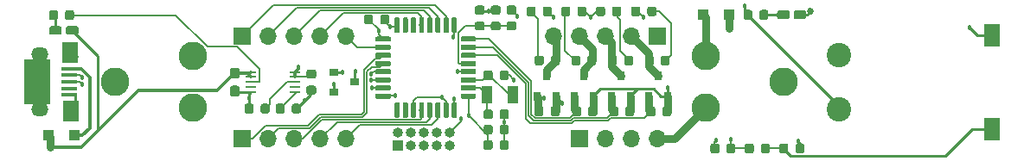
<source format=gbr>
G04 #@! TF.GenerationSoftware,KiCad,Pcbnew,(5.1.4-0-10_14)*
G04 #@! TF.CreationDate,2019-09-17T09:12:07-07:00*
G04 #@! TF.ProjectId,STM32L0xx_18650,53544d33-324c-4307-9878-5f3138363530,rev?*
G04 #@! TF.SameCoordinates,Original*
G04 #@! TF.FileFunction,Copper,L1,Top*
G04 #@! TF.FilePolarity,Positive*
%FSLAX46Y46*%
G04 Gerber Fmt 4.6, Leading zero omitted, Abs format (unit mm)*
G04 Created by KiCad (PCBNEW (5.1.4-0-10_14)) date 2019-09-17 09:12:07*
%MOMM*%
%LPD*%
G04 APERTURE LIST*
%ADD10R,1.100000X0.250000*%
%ADD11C,0.100000*%
%ADD12C,0.875000*%
%ADD13C,2.800000*%
%ADD14R,2.500000X4.400000*%
%ADD15O,1.700000X1.350000*%
%ADD16O,1.500000X1.100000*%
%ADD17R,1.650000X0.400000*%
%ADD18R,1.500000X2.000000*%
%ADD19C,2.400000*%
%ADD20R,1.600000X2.180000*%
%ADD21C,0.500000*%
%ADD22R,1.000000X1.000000*%
%ADD23C,0.950000*%
%ADD24O,1.000000X1.000000*%
%ADD25R,1.000000X1.800000*%
%ADD26R,1.700000X1.700000*%
%ADD27O,1.700000X1.700000*%
%ADD28C,0.850000*%
%ADD29R,0.800000X0.900000*%
%ADD30R,0.900000X0.800000*%
%ADD31C,0.457200*%
%ADD32C,0.685800*%
%ADD33C,0.152400*%
%ADD34C,0.127000*%
%ADD35C,0.254000*%
%ADD36C,0.781000*%
%ADD37C,0.762000*%
%ADD38C,0.310000*%
G04 APERTURE END LIST*
D10*
X84850000Y-99000000D03*
X84850000Y-99500000D03*
X84850000Y-100000000D03*
X84850000Y-100500000D03*
X84850000Y-101000000D03*
X80550000Y-101000000D03*
X80550000Y-100500000D03*
X80550000Y-100000000D03*
X80550000Y-99500000D03*
X80550000Y-99000000D03*
D11*
G36*
X86727691Y-98776053D02*
G01*
X86748926Y-98779203D01*
X86769750Y-98784419D01*
X86789962Y-98791651D01*
X86809368Y-98800830D01*
X86827781Y-98811866D01*
X86845024Y-98824654D01*
X86860930Y-98839070D01*
X86875346Y-98854976D01*
X86888134Y-98872219D01*
X86899170Y-98890632D01*
X86908349Y-98910038D01*
X86915581Y-98930250D01*
X86920797Y-98951074D01*
X86923947Y-98972309D01*
X86925000Y-98993750D01*
X86925000Y-99431250D01*
X86923947Y-99452691D01*
X86920797Y-99473926D01*
X86915581Y-99494750D01*
X86908349Y-99514962D01*
X86899170Y-99534368D01*
X86888134Y-99552781D01*
X86875346Y-99570024D01*
X86860930Y-99585930D01*
X86845024Y-99600346D01*
X86827781Y-99613134D01*
X86809368Y-99624170D01*
X86789962Y-99633349D01*
X86769750Y-99640581D01*
X86748926Y-99645797D01*
X86727691Y-99648947D01*
X86706250Y-99650000D01*
X86193750Y-99650000D01*
X86172309Y-99648947D01*
X86151074Y-99645797D01*
X86130250Y-99640581D01*
X86110038Y-99633349D01*
X86090632Y-99624170D01*
X86072219Y-99613134D01*
X86054976Y-99600346D01*
X86039070Y-99585930D01*
X86024654Y-99570024D01*
X86011866Y-99552781D01*
X86000830Y-99534368D01*
X85991651Y-99514962D01*
X85984419Y-99494750D01*
X85979203Y-99473926D01*
X85976053Y-99452691D01*
X85975000Y-99431250D01*
X85975000Y-98993750D01*
X85976053Y-98972309D01*
X85979203Y-98951074D01*
X85984419Y-98930250D01*
X85991651Y-98910038D01*
X86000830Y-98890632D01*
X86011866Y-98872219D01*
X86024654Y-98854976D01*
X86039070Y-98839070D01*
X86054976Y-98824654D01*
X86072219Y-98811866D01*
X86090632Y-98800830D01*
X86110038Y-98791651D01*
X86130250Y-98784419D01*
X86151074Y-98779203D01*
X86172309Y-98776053D01*
X86193750Y-98775000D01*
X86706250Y-98775000D01*
X86727691Y-98776053D01*
X86727691Y-98776053D01*
G37*
D12*
X86450000Y-99212500D03*
D11*
G36*
X86727691Y-100351053D02*
G01*
X86748926Y-100354203D01*
X86769750Y-100359419D01*
X86789962Y-100366651D01*
X86809368Y-100375830D01*
X86827781Y-100386866D01*
X86845024Y-100399654D01*
X86860930Y-100414070D01*
X86875346Y-100429976D01*
X86888134Y-100447219D01*
X86899170Y-100465632D01*
X86908349Y-100485038D01*
X86915581Y-100505250D01*
X86920797Y-100526074D01*
X86923947Y-100547309D01*
X86925000Y-100568750D01*
X86925000Y-101006250D01*
X86923947Y-101027691D01*
X86920797Y-101048926D01*
X86915581Y-101069750D01*
X86908349Y-101089962D01*
X86899170Y-101109368D01*
X86888134Y-101127781D01*
X86875346Y-101145024D01*
X86860930Y-101160930D01*
X86845024Y-101175346D01*
X86827781Y-101188134D01*
X86809368Y-101199170D01*
X86789962Y-101208349D01*
X86769750Y-101215581D01*
X86748926Y-101220797D01*
X86727691Y-101223947D01*
X86706250Y-101225000D01*
X86193750Y-101225000D01*
X86172309Y-101223947D01*
X86151074Y-101220797D01*
X86130250Y-101215581D01*
X86110038Y-101208349D01*
X86090632Y-101199170D01*
X86072219Y-101188134D01*
X86054976Y-101175346D01*
X86039070Y-101160930D01*
X86024654Y-101145024D01*
X86011866Y-101127781D01*
X86000830Y-101109368D01*
X85991651Y-101089962D01*
X85984419Y-101069750D01*
X85979203Y-101048926D01*
X85976053Y-101027691D01*
X85975000Y-101006250D01*
X85975000Y-100568750D01*
X85976053Y-100547309D01*
X85979203Y-100526074D01*
X85984419Y-100505250D01*
X85991651Y-100485038D01*
X86000830Y-100465632D01*
X86011866Y-100447219D01*
X86024654Y-100429976D01*
X86039070Y-100414070D01*
X86054976Y-100399654D01*
X86072219Y-100386866D01*
X86090632Y-100375830D01*
X86110038Y-100366651D01*
X86130250Y-100359419D01*
X86151074Y-100354203D01*
X86172309Y-100351053D01*
X86193750Y-100350000D01*
X86706250Y-100350000D01*
X86727691Y-100351053D01*
X86727691Y-100351053D01*
G37*
D12*
X86450000Y-100787500D03*
D13*
X74900000Y-97460000D03*
X74900000Y-102540000D03*
X125100000Y-97460000D03*
X125100000Y-102540000D03*
X132720000Y-100000000D03*
X67280000Y-100000000D03*
D11*
G36*
X80602691Y-102126053D02*
G01*
X80623926Y-102129203D01*
X80644750Y-102134419D01*
X80664962Y-102141651D01*
X80684368Y-102150830D01*
X80702781Y-102161866D01*
X80720024Y-102174654D01*
X80735930Y-102189070D01*
X80750346Y-102204976D01*
X80763134Y-102222219D01*
X80774170Y-102240632D01*
X80783349Y-102260038D01*
X80790581Y-102280250D01*
X80795797Y-102301074D01*
X80798947Y-102322309D01*
X80800000Y-102343750D01*
X80800000Y-102856250D01*
X80798947Y-102877691D01*
X80795797Y-102898926D01*
X80790581Y-102919750D01*
X80783349Y-102939962D01*
X80774170Y-102959368D01*
X80763134Y-102977781D01*
X80750346Y-102995024D01*
X80735930Y-103010930D01*
X80720024Y-103025346D01*
X80702781Y-103038134D01*
X80684368Y-103049170D01*
X80664962Y-103058349D01*
X80644750Y-103065581D01*
X80623926Y-103070797D01*
X80602691Y-103073947D01*
X80581250Y-103075000D01*
X80143750Y-103075000D01*
X80122309Y-103073947D01*
X80101074Y-103070797D01*
X80080250Y-103065581D01*
X80060038Y-103058349D01*
X80040632Y-103049170D01*
X80022219Y-103038134D01*
X80004976Y-103025346D01*
X79989070Y-103010930D01*
X79974654Y-102995024D01*
X79961866Y-102977781D01*
X79950830Y-102959368D01*
X79941651Y-102939962D01*
X79934419Y-102919750D01*
X79929203Y-102898926D01*
X79926053Y-102877691D01*
X79925000Y-102856250D01*
X79925000Y-102343750D01*
X79926053Y-102322309D01*
X79929203Y-102301074D01*
X79934419Y-102280250D01*
X79941651Y-102260038D01*
X79950830Y-102240632D01*
X79961866Y-102222219D01*
X79974654Y-102204976D01*
X79989070Y-102189070D01*
X80004976Y-102174654D01*
X80022219Y-102161866D01*
X80040632Y-102150830D01*
X80060038Y-102141651D01*
X80080250Y-102134419D01*
X80101074Y-102129203D01*
X80122309Y-102126053D01*
X80143750Y-102125000D01*
X80581250Y-102125000D01*
X80602691Y-102126053D01*
X80602691Y-102126053D01*
G37*
D12*
X80362500Y-102600000D03*
D11*
G36*
X82177691Y-102126053D02*
G01*
X82198926Y-102129203D01*
X82219750Y-102134419D01*
X82239962Y-102141651D01*
X82259368Y-102150830D01*
X82277781Y-102161866D01*
X82295024Y-102174654D01*
X82310930Y-102189070D01*
X82325346Y-102204976D01*
X82338134Y-102222219D01*
X82349170Y-102240632D01*
X82358349Y-102260038D01*
X82365581Y-102280250D01*
X82370797Y-102301074D01*
X82373947Y-102322309D01*
X82375000Y-102343750D01*
X82375000Y-102856250D01*
X82373947Y-102877691D01*
X82370797Y-102898926D01*
X82365581Y-102919750D01*
X82358349Y-102939962D01*
X82349170Y-102959368D01*
X82338134Y-102977781D01*
X82325346Y-102995024D01*
X82310930Y-103010930D01*
X82295024Y-103025346D01*
X82277781Y-103038134D01*
X82259368Y-103049170D01*
X82239962Y-103058349D01*
X82219750Y-103065581D01*
X82198926Y-103070797D01*
X82177691Y-103073947D01*
X82156250Y-103075000D01*
X81718750Y-103075000D01*
X81697309Y-103073947D01*
X81676074Y-103070797D01*
X81655250Y-103065581D01*
X81635038Y-103058349D01*
X81615632Y-103049170D01*
X81597219Y-103038134D01*
X81579976Y-103025346D01*
X81564070Y-103010930D01*
X81549654Y-102995024D01*
X81536866Y-102977781D01*
X81525830Y-102959368D01*
X81516651Y-102939962D01*
X81509419Y-102919750D01*
X81504203Y-102898926D01*
X81501053Y-102877691D01*
X81500000Y-102856250D01*
X81500000Y-102343750D01*
X81501053Y-102322309D01*
X81504203Y-102301074D01*
X81509419Y-102280250D01*
X81516651Y-102260038D01*
X81525830Y-102240632D01*
X81536866Y-102222219D01*
X81549654Y-102204976D01*
X81564070Y-102189070D01*
X81579976Y-102174654D01*
X81597219Y-102161866D01*
X81615632Y-102150830D01*
X81635038Y-102141651D01*
X81655250Y-102134419D01*
X81676074Y-102129203D01*
X81697309Y-102126053D01*
X81718750Y-102125000D01*
X82156250Y-102125000D01*
X82177691Y-102126053D01*
X82177691Y-102126053D01*
G37*
D12*
X81937500Y-102600000D03*
D14*
X59615000Y-100000000D03*
D15*
X59885000Y-102705000D03*
X59885000Y-97245000D03*
D16*
X62885000Y-102395000D03*
X62885000Y-97555000D03*
D17*
X62765000Y-101275000D03*
X62765000Y-100625000D03*
X62765000Y-99975000D03*
X62765000Y-99325000D03*
X62765000Y-98675000D03*
D18*
X62885000Y-102875000D03*
X62865000Y-97125000D03*
D19*
X138100000Y-102650000D03*
X138100000Y-97350000D03*
D20*
X153050000Y-104590000D03*
X153050000Y-95410000D03*
D11*
G36*
X100587252Y-102000602D02*
G01*
X100599386Y-102002402D01*
X100611286Y-102005382D01*
X100622835Y-102009515D01*
X100633925Y-102014760D01*
X100644446Y-102021066D01*
X100654299Y-102028374D01*
X100663388Y-102036612D01*
X100671626Y-102045701D01*
X100678934Y-102055554D01*
X100685240Y-102066075D01*
X100690485Y-102077165D01*
X100694618Y-102088714D01*
X100697598Y-102100614D01*
X100699398Y-102112748D01*
X100700000Y-102125000D01*
X100700000Y-103375000D01*
X100699398Y-103387252D01*
X100697598Y-103399386D01*
X100694618Y-103411286D01*
X100690485Y-103422835D01*
X100685240Y-103433925D01*
X100678934Y-103444446D01*
X100671626Y-103454299D01*
X100663388Y-103463388D01*
X100654299Y-103471626D01*
X100644446Y-103478934D01*
X100633925Y-103485240D01*
X100622835Y-103490485D01*
X100611286Y-103494618D01*
X100599386Y-103497598D01*
X100587252Y-103499398D01*
X100575000Y-103500000D01*
X100325000Y-103500000D01*
X100312748Y-103499398D01*
X100300614Y-103497598D01*
X100288714Y-103494618D01*
X100277165Y-103490485D01*
X100266075Y-103485240D01*
X100255554Y-103478934D01*
X100245701Y-103471626D01*
X100236612Y-103463388D01*
X100228374Y-103454299D01*
X100221066Y-103444446D01*
X100214760Y-103433925D01*
X100209515Y-103422835D01*
X100205382Y-103411286D01*
X100202402Y-103399386D01*
X100200602Y-103387252D01*
X100200000Y-103375000D01*
X100200000Y-102125000D01*
X100200602Y-102112748D01*
X100202402Y-102100614D01*
X100205382Y-102088714D01*
X100209515Y-102077165D01*
X100214760Y-102066075D01*
X100221066Y-102055554D01*
X100228374Y-102045701D01*
X100236612Y-102036612D01*
X100245701Y-102028374D01*
X100255554Y-102021066D01*
X100266075Y-102014760D01*
X100277165Y-102009515D01*
X100288714Y-102005382D01*
X100300614Y-102002402D01*
X100312748Y-102000602D01*
X100325000Y-102000000D01*
X100575000Y-102000000D01*
X100587252Y-102000602D01*
X100587252Y-102000602D01*
G37*
D21*
X100450000Y-102750000D03*
D11*
G36*
X99787252Y-102000602D02*
G01*
X99799386Y-102002402D01*
X99811286Y-102005382D01*
X99822835Y-102009515D01*
X99833925Y-102014760D01*
X99844446Y-102021066D01*
X99854299Y-102028374D01*
X99863388Y-102036612D01*
X99871626Y-102045701D01*
X99878934Y-102055554D01*
X99885240Y-102066075D01*
X99890485Y-102077165D01*
X99894618Y-102088714D01*
X99897598Y-102100614D01*
X99899398Y-102112748D01*
X99900000Y-102125000D01*
X99900000Y-103375000D01*
X99899398Y-103387252D01*
X99897598Y-103399386D01*
X99894618Y-103411286D01*
X99890485Y-103422835D01*
X99885240Y-103433925D01*
X99878934Y-103444446D01*
X99871626Y-103454299D01*
X99863388Y-103463388D01*
X99854299Y-103471626D01*
X99844446Y-103478934D01*
X99833925Y-103485240D01*
X99822835Y-103490485D01*
X99811286Y-103494618D01*
X99799386Y-103497598D01*
X99787252Y-103499398D01*
X99775000Y-103500000D01*
X99525000Y-103500000D01*
X99512748Y-103499398D01*
X99500614Y-103497598D01*
X99488714Y-103494618D01*
X99477165Y-103490485D01*
X99466075Y-103485240D01*
X99455554Y-103478934D01*
X99445701Y-103471626D01*
X99436612Y-103463388D01*
X99428374Y-103454299D01*
X99421066Y-103444446D01*
X99414760Y-103433925D01*
X99409515Y-103422835D01*
X99405382Y-103411286D01*
X99402402Y-103399386D01*
X99400602Y-103387252D01*
X99400000Y-103375000D01*
X99400000Y-102125000D01*
X99400602Y-102112748D01*
X99402402Y-102100614D01*
X99405382Y-102088714D01*
X99409515Y-102077165D01*
X99414760Y-102066075D01*
X99421066Y-102055554D01*
X99428374Y-102045701D01*
X99436612Y-102036612D01*
X99445701Y-102028374D01*
X99455554Y-102021066D01*
X99466075Y-102014760D01*
X99477165Y-102009515D01*
X99488714Y-102005382D01*
X99500614Y-102002402D01*
X99512748Y-102000602D01*
X99525000Y-102000000D01*
X99775000Y-102000000D01*
X99787252Y-102000602D01*
X99787252Y-102000602D01*
G37*
D21*
X99650000Y-102750000D03*
D11*
G36*
X98987252Y-102000602D02*
G01*
X98999386Y-102002402D01*
X99011286Y-102005382D01*
X99022835Y-102009515D01*
X99033925Y-102014760D01*
X99044446Y-102021066D01*
X99054299Y-102028374D01*
X99063388Y-102036612D01*
X99071626Y-102045701D01*
X99078934Y-102055554D01*
X99085240Y-102066075D01*
X99090485Y-102077165D01*
X99094618Y-102088714D01*
X99097598Y-102100614D01*
X99099398Y-102112748D01*
X99100000Y-102125000D01*
X99100000Y-103375000D01*
X99099398Y-103387252D01*
X99097598Y-103399386D01*
X99094618Y-103411286D01*
X99090485Y-103422835D01*
X99085240Y-103433925D01*
X99078934Y-103444446D01*
X99071626Y-103454299D01*
X99063388Y-103463388D01*
X99054299Y-103471626D01*
X99044446Y-103478934D01*
X99033925Y-103485240D01*
X99022835Y-103490485D01*
X99011286Y-103494618D01*
X98999386Y-103497598D01*
X98987252Y-103499398D01*
X98975000Y-103500000D01*
X98725000Y-103500000D01*
X98712748Y-103499398D01*
X98700614Y-103497598D01*
X98688714Y-103494618D01*
X98677165Y-103490485D01*
X98666075Y-103485240D01*
X98655554Y-103478934D01*
X98645701Y-103471626D01*
X98636612Y-103463388D01*
X98628374Y-103454299D01*
X98621066Y-103444446D01*
X98614760Y-103433925D01*
X98609515Y-103422835D01*
X98605382Y-103411286D01*
X98602402Y-103399386D01*
X98600602Y-103387252D01*
X98600000Y-103375000D01*
X98600000Y-102125000D01*
X98600602Y-102112748D01*
X98602402Y-102100614D01*
X98605382Y-102088714D01*
X98609515Y-102077165D01*
X98614760Y-102066075D01*
X98621066Y-102055554D01*
X98628374Y-102045701D01*
X98636612Y-102036612D01*
X98645701Y-102028374D01*
X98655554Y-102021066D01*
X98666075Y-102014760D01*
X98677165Y-102009515D01*
X98688714Y-102005382D01*
X98700614Y-102002402D01*
X98712748Y-102000602D01*
X98725000Y-102000000D01*
X98975000Y-102000000D01*
X98987252Y-102000602D01*
X98987252Y-102000602D01*
G37*
D21*
X98850000Y-102750000D03*
D11*
G36*
X98187252Y-102000602D02*
G01*
X98199386Y-102002402D01*
X98211286Y-102005382D01*
X98222835Y-102009515D01*
X98233925Y-102014760D01*
X98244446Y-102021066D01*
X98254299Y-102028374D01*
X98263388Y-102036612D01*
X98271626Y-102045701D01*
X98278934Y-102055554D01*
X98285240Y-102066075D01*
X98290485Y-102077165D01*
X98294618Y-102088714D01*
X98297598Y-102100614D01*
X98299398Y-102112748D01*
X98300000Y-102125000D01*
X98300000Y-103375000D01*
X98299398Y-103387252D01*
X98297598Y-103399386D01*
X98294618Y-103411286D01*
X98290485Y-103422835D01*
X98285240Y-103433925D01*
X98278934Y-103444446D01*
X98271626Y-103454299D01*
X98263388Y-103463388D01*
X98254299Y-103471626D01*
X98244446Y-103478934D01*
X98233925Y-103485240D01*
X98222835Y-103490485D01*
X98211286Y-103494618D01*
X98199386Y-103497598D01*
X98187252Y-103499398D01*
X98175000Y-103500000D01*
X97925000Y-103500000D01*
X97912748Y-103499398D01*
X97900614Y-103497598D01*
X97888714Y-103494618D01*
X97877165Y-103490485D01*
X97866075Y-103485240D01*
X97855554Y-103478934D01*
X97845701Y-103471626D01*
X97836612Y-103463388D01*
X97828374Y-103454299D01*
X97821066Y-103444446D01*
X97814760Y-103433925D01*
X97809515Y-103422835D01*
X97805382Y-103411286D01*
X97802402Y-103399386D01*
X97800602Y-103387252D01*
X97800000Y-103375000D01*
X97800000Y-102125000D01*
X97800602Y-102112748D01*
X97802402Y-102100614D01*
X97805382Y-102088714D01*
X97809515Y-102077165D01*
X97814760Y-102066075D01*
X97821066Y-102055554D01*
X97828374Y-102045701D01*
X97836612Y-102036612D01*
X97845701Y-102028374D01*
X97855554Y-102021066D01*
X97866075Y-102014760D01*
X97877165Y-102009515D01*
X97888714Y-102005382D01*
X97900614Y-102002402D01*
X97912748Y-102000602D01*
X97925000Y-102000000D01*
X98175000Y-102000000D01*
X98187252Y-102000602D01*
X98187252Y-102000602D01*
G37*
D21*
X98050000Y-102750000D03*
D11*
G36*
X97387252Y-102000602D02*
G01*
X97399386Y-102002402D01*
X97411286Y-102005382D01*
X97422835Y-102009515D01*
X97433925Y-102014760D01*
X97444446Y-102021066D01*
X97454299Y-102028374D01*
X97463388Y-102036612D01*
X97471626Y-102045701D01*
X97478934Y-102055554D01*
X97485240Y-102066075D01*
X97490485Y-102077165D01*
X97494618Y-102088714D01*
X97497598Y-102100614D01*
X97499398Y-102112748D01*
X97500000Y-102125000D01*
X97500000Y-103375000D01*
X97499398Y-103387252D01*
X97497598Y-103399386D01*
X97494618Y-103411286D01*
X97490485Y-103422835D01*
X97485240Y-103433925D01*
X97478934Y-103444446D01*
X97471626Y-103454299D01*
X97463388Y-103463388D01*
X97454299Y-103471626D01*
X97444446Y-103478934D01*
X97433925Y-103485240D01*
X97422835Y-103490485D01*
X97411286Y-103494618D01*
X97399386Y-103497598D01*
X97387252Y-103499398D01*
X97375000Y-103500000D01*
X97125000Y-103500000D01*
X97112748Y-103499398D01*
X97100614Y-103497598D01*
X97088714Y-103494618D01*
X97077165Y-103490485D01*
X97066075Y-103485240D01*
X97055554Y-103478934D01*
X97045701Y-103471626D01*
X97036612Y-103463388D01*
X97028374Y-103454299D01*
X97021066Y-103444446D01*
X97014760Y-103433925D01*
X97009515Y-103422835D01*
X97005382Y-103411286D01*
X97002402Y-103399386D01*
X97000602Y-103387252D01*
X97000000Y-103375000D01*
X97000000Y-102125000D01*
X97000602Y-102112748D01*
X97002402Y-102100614D01*
X97005382Y-102088714D01*
X97009515Y-102077165D01*
X97014760Y-102066075D01*
X97021066Y-102055554D01*
X97028374Y-102045701D01*
X97036612Y-102036612D01*
X97045701Y-102028374D01*
X97055554Y-102021066D01*
X97066075Y-102014760D01*
X97077165Y-102009515D01*
X97088714Y-102005382D01*
X97100614Y-102002402D01*
X97112748Y-102000602D01*
X97125000Y-102000000D01*
X97375000Y-102000000D01*
X97387252Y-102000602D01*
X97387252Y-102000602D01*
G37*
D21*
X97250000Y-102750000D03*
D11*
G36*
X96587252Y-102000602D02*
G01*
X96599386Y-102002402D01*
X96611286Y-102005382D01*
X96622835Y-102009515D01*
X96633925Y-102014760D01*
X96644446Y-102021066D01*
X96654299Y-102028374D01*
X96663388Y-102036612D01*
X96671626Y-102045701D01*
X96678934Y-102055554D01*
X96685240Y-102066075D01*
X96690485Y-102077165D01*
X96694618Y-102088714D01*
X96697598Y-102100614D01*
X96699398Y-102112748D01*
X96700000Y-102125000D01*
X96700000Y-103375000D01*
X96699398Y-103387252D01*
X96697598Y-103399386D01*
X96694618Y-103411286D01*
X96690485Y-103422835D01*
X96685240Y-103433925D01*
X96678934Y-103444446D01*
X96671626Y-103454299D01*
X96663388Y-103463388D01*
X96654299Y-103471626D01*
X96644446Y-103478934D01*
X96633925Y-103485240D01*
X96622835Y-103490485D01*
X96611286Y-103494618D01*
X96599386Y-103497598D01*
X96587252Y-103499398D01*
X96575000Y-103500000D01*
X96325000Y-103500000D01*
X96312748Y-103499398D01*
X96300614Y-103497598D01*
X96288714Y-103494618D01*
X96277165Y-103490485D01*
X96266075Y-103485240D01*
X96255554Y-103478934D01*
X96245701Y-103471626D01*
X96236612Y-103463388D01*
X96228374Y-103454299D01*
X96221066Y-103444446D01*
X96214760Y-103433925D01*
X96209515Y-103422835D01*
X96205382Y-103411286D01*
X96202402Y-103399386D01*
X96200602Y-103387252D01*
X96200000Y-103375000D01*
X96200000Y-102125000D01*
X96200602Y-102112748D01*
X96202402Y-102100614D01*
X96205382Y-102088714D01*
X96209515Y-102077165D01*
X96214760Y-102066075D01*
X96221066Y-102055554D01*
X96228374Y-102045701D01*
X96236612Y-102036612D01*
X96245701Y-102028374D01*
X96255554Y-102021066D01*
X96266075Y-102014760D01*
X96277165Y-102009515D01*
X96288714Y-102005382D01*
X96300614Y-102002402D01*
X96312748Y-102000602D01*
X96325000Y-102000000D01*
X96575000Y-102000000D01*
X96587252Y-102000602D01*
X96587252Y-102000602D01*
G37*
D21*
X96450000Y-102750000D03*
D11*
G36*
X95787252Y-102000602D02*
G01*
X95799386Y-102002402D01*
X95811286Y-102005382D01*
X95822835Y-102009515D01*
X95833925Y-102014760D01*
X95844446Y-102021066D01*
X95854299Y-102028374D01*
X95863388Y-102036612D01*
X95871626Y-102045701D01*
X95878934Y-102055554D01*
X95885240Y-102066075D01*
X95890485Y-102077165D01*
X95894618Y-102088714D01*
X95897598Y-102100614D01*
X95899398Y-102112748D01*
X95900000Y-102125000D01*
X95900000Y-103375000D01*
X95899398Y-103387252D01*
X95897598Y-103399386D01*
X95894618Y-103411286D01*
X95890485Y-103422835D01*
X95885240Y-103433925D01*
X95878934Y-103444446D01*
X95871626Y-103454299D01*
X95863388Y-103463388D01*
X95854299Y-103471626D01*
X95844446Y-103478934D01*
X95833925Y-103485240D01*
X95822835Y-103490485D01*
X95811286Y-103494618D01*
X95799386Y-103497598D01*
X95787252Y-103499398D01*
X95775000Y-103500000D01*
X95525000Y-103500000D01*
X95512748Y-103499398D01*
X95500614Y-103497598D01*
X95488714Y-103494618D01*
X95477165Y-103490485D01*
X95466075Y-103485240D01*
X95455554Y-103478934D01*
X95445701Y-103471626D01*
X95436612Y-103463388D01*
X95428374Y-103454299D01*
X95421066Y-103444446D01*
X95414760Y-103433925D01*
X95409515Y-103422835D01*
X95405382Y-103411286D01*
X95402402Y-103399386D01*
X95400602Y-103387252D01*
X95400000Y-103375000D01*
X95400000Y-102125000D01*
X95400602Y-102112748D01*
X95402402Y-102100614D01*
X95405382Y-102088714D01*
X95409515Y-102077165D01*
X95414760Y-102066075D01*
X95421066Y-102055554D01*
X95428374Y-102045701D01*
X95436612Y-102036612D01*
X95445701Y-102028374D01*
X95455554Y-102021066D01*
X95466075Y-102014760D01*
X95477165Y-102009515D01*
X95488714Y-102005382D01*
X95500614Y-102002402D01*
X95512748Y-102000602D01*
X95525000Y-102000000D01*
X95775000Y-102000000D01*
X95787252Y-102000602D01*
X95787252Y-102000602D01*
G37*
D21*
X95650000Y-102750000D03*
D11*
G36*
X94987252Y-102000602D02*
G01*
X94999386Y-102002402D01*
X95011286Y-102005382D01*
X95022835Y-102009515D01*
X95033925Y-102014760D01*
X95044446Y-102021066D01*
X95054299Y-102028374D01*
X95063388Y-102036612D01*
X95071626Y-102045701D01*
X95078934Y-102055554D01*
X95085240Y-102066075D01*
X95090485Y-102077165D01*
X95094618Y-102088714D01*
X95097598Y-102100614D01*
X95099398Y-102112748D01*
X95100000Y-102125000D01*
X95100000Y-103375000D01*
X95099398Y-103387252D01*
X95097598Y-103399386D01*
X95094618Y-103411286D01*
X95090485Y-103422835D01*
X95085240Y-103433925D01*
X95078934Y-103444446D01*
X95071626Y-103454299D01*
X95063388Y-103463388D01*
X95054299Y-103471626D01*
X95044446Y-103478934D01*
X95033925Y-103485240D01*
X95022835Y-103490485D01*
X95011286Y-103494618D01*
X94999386Y-103497598D01*
X94987252Y-103499398D01*
X94975000Y-103500000D01*
X94725000Y-103500000D01*
X94712748Y-103499398D01*
X94700614Y-103497598D01*
X94688714Y-103494618D01*
X94677165Y-103490485D01*
X94666075Y-103485240D01*
X94655554Y-103478934D01*
X94645701Y-103471626D01*
X94636612Y-103463388D01*
X94628374Y-103454299D01*
X94621066Y-103444446D01*
X94614760Y-103433925D01*
X94609515Y-103422835D01*
X94605382Y-103411286D01*
X94602402Y-103399386D01*
X94600602Y-103387252D01*
X94600000Y-103375000D01*
X94600000Y-102125000D01*
X94600602Y-102112748D01*
X94602402Y-102100614D01*
X94605382Y-102088714D01*
X94609515Y-102077165D01*
X94614760Y-102066075D01*
X94621066Y-102055554D01*
X94628374Y-102045701D01*
X94636612Y-102036612D01*
X94645701Y-102028374D01*
X94655554Y-102021066D01*
X94666075Y-102014760D01*
X94677165Y-102009515D01*
X94688714Y-102005382D01*
X94700614Y-102002402D01*
X94712748Y-102000602D01*
X94725000Y-102000000D01*
X94975000Y-102000000D01*
X94987252Y-102000602D01*
X94987252Y-102000602D01*
G37*
D21*
X94850000Y-102750000D03*
D11*
G36*
X94112252Y-101125602D02*
G01*
X94124386Y-101127402D01*
X94136286Y-101130382D01*
X94147835Y-101134515D01*
X94158925Y-101139760D01*
X94169446Y-101146066D01*
X94179299Y-101153374D01*
X94188388Y-101161612D01*
X94196626Y-101170701D01*
X94203934Y-101180554D01*
X94210240Y-101191075D01*
X94215485Y-101202165D01*
X94219618Y-101213714D01*
X94222598Y-101225614D01*
X94224398Y-101237748D01*
X94225000Y-101250000D01*
X94225000Y-101500000D01*
X94224398Y-101512252D01*
X94222598Y-101524386D01*
X94219618Y-101536286D01*
X94215485Y-101547835D01*
X94210240Y-101558925D01*
X94203934Y-101569446D01*
X94196626Y-101579299D01*
X94188388Y-101588388D01*
X94179299Y-101596626D01*
X94169446Y-101603934D01*
X94158925Y-101610240D01*
X94147835Y-101615485D01*
X94136286Y-101619618D01*
X94124386Y-101622598D01*
X94112252Y-101624398D01*
X94100000Y-101625000D01*
X92850000Y-101625000D01*
X92837748Y-101624398D01*
X92825614Y-101622598D01*
X92813714Y-101619618D01*
X92802165Y-101615485D01*
X92791075Y-101610240D01*
X92780554Y-101603934D01*
X92770701Y-101596626D01*
X92761612Y-101588388D01*
X92753374Y-101579299D01*
X92746066Y-101569446D01*
X92739760Y-101558925D01*
X92734515Y-101547835D01*
X92730382Y-101536286D01*
X92727402Y-101524386D01*
X92725602Y-101512252D01*
X92725000Y-101500000D01*
X92725000Y-101250000D01*
X92725602Y-101237748D01*
X92727402Y-101225614D01*
X92730382Y-101213714D01*
X92734515Y-101202165D01*
X92739760Y-101191075D01*
X92746066Y-101180554D01*
X92753374Y-101170701D01*
X92761612Y-101161612D01*
X92770701Y-101153374D01*
X92780554Y-101146066D01*
X92791075Y-101139760D01*
X92802165Y-101134515D01*
X92813714Y-101130382D01*
X92825614Y-101127402D01*
X92837748Y-101125602D01*
X92850000Y-101125000D01*
X94100000Y-101125000D01*
X94112252Y-101125602D01*
X94112252Y-101125602D01*
G37*
D21*
X93475000Y-101375000D03*
D11*
G36*
X94112252Y-100325602D02*
G01*
X94124386Y-100327402D01*
X94136286Y-100330382D01*
X94147835Y-100334515D01*
X94158925Y-100339760D01*
X94169446Y-100346066D01*
X94179299Y-100353374D01*
X94188388Y-100361612D01*
X94196626Y-100370701D01*
X94203934Y-100380554D01*
X94210240Y-100391075D01*
X94215485Y-100402165D01*
X94219618Y-100413714D01*
X94222598Y-100425614D01*
X94224398Y-100437748D01*
X94225000Y-100450000D01*
X94225000Y-100700000D01*
X94224398Y-100712252D01*
X94222598Y-100724386D01*
X94219618Y-100736286D01*
X94215485Y-100747835D01*
X94210240Y-100758925D01*
X94203934Y-100769446D01*
X94196626Y-100779299D01*
X94188388Y-100788388D01*
X94179299Y-100796626D01*
X94169446Y-100803934D01*
X94158925Y-100810240D01*
X94147835Y-100815485D01*
X94136286Y-100819618D01*
X94124386Y-100822598D01*
X94112252Y-100824398D01*
X94100000Y-100825000D01*
X92850000Y-100825000D01*
X92837748Y-100824398D01*
X92825614Y-100822598D01*
X92813714Y-100819618D01*
X92802165Y-100815485D01*
X92791075Y-100810240D01*
X92780554Y-100803934D01*
X92770701Y-100796626D01*
X92761612Y-100788388D01*
X92753374Y-100779299D01*
X92746066Y-100769446D01*
X92739760Y-100758925D01*
X92734515Y-100747835D01*
X92730382Y-100736286D01*
X92727402Y-100724386D01*
X92725602Y-100712252D01*
X92725000Y-100700000D01*
X92725000Y-100450000D01*
X92725602Y-100437748D01*
X92727402Y-100425614D01*
X92730382Y-100413714D01*
X92734515Y-100402165D01*
X92739760Y-100391075D01*
X92746066Y-100380554D01*
X92753374Y-100370701D01*
X92761612Y-100361612D01*
X92770701Y-100353374D01*
X92780554Y-100346066D01*
X92791075Y-100339760D01*
X92802165Y-100334515D01*
X92813714Y-100330382D01*
X92825614Y-100327402D01*
X92837748Y-100325602D01*
X92850000Y-100325000D01*
X94100000Y-100325000D01*
X94112252Y-100325602D01*
X94112252Y-100325602D01*
G37*
D21*
X93475000Y-100575000D03*
D11*
G36*
X94112252Y-99525602D02*
G01*
X94124386Y-99527402D01*
X94136286Y-99530382D01*
X94147835Y-99534515D01*
X94158925Y-99539760D01*
X94169446Y-99546066D01*
X94179299Y-99553374D01*
X94188388Y-99561612D01*
X94196626Y-99570701D01*
X94203934Y-99580554D01*
X94210240Y-99591075D01*
X94215485Y-99602165D01*
X94219618Y-99613714D01*
X94222598Y-99625614D01*
X94224398Y-99637748D01*
X94225000Y-99650000D01*
X94225000Y-99900000D01*
X94224398Y-99912252D01*
X94222598Y-99924386D01*
X94219618Y-99936286D01*
X94215485Y-99947835D01*
X94210240Y-99958925D01*
X94203934Y-99969446D01*
X94196626Y-99979299D01*
X94188388Y-99988388D01*
X94179299Y-99996626D01*
X94169446Y-100003934D01*
X94158925Y-100010240D01*
X94147835Y-100015485D01*
X94136286Y-100019618D01*
X94124386Y-100022598D01*
X94112252Y-100024398D01*
X94100000Y-100025000D01*
X92850000Y-100025000D01*
X92837748Y-100024398D01*
X92825614Y-100022598D01*
X92813714Y-100019618D01*
X92802165Y-100015485D01*
X92791075Y-100010240D01*
X92780554Y-100003934D01*
X92770701Y-99996626D01*
X92761612Y-99988388D01*
X92753374Y-99979299D01*
X92746066Y-99969446D01*
X92739760Y-99958925D01*
X92734515Y-99947835D01*
X92730382Y-99936286D01*
X92727402Y-99924386D01*
X92725602Y-99912252D01*
X92725000Y-99900000D01*
X92725000Y-99650000D01*
X92725602Y-99637748D01*
X92727402Y-99625614D01*
X92730382Y-99613714D01*
X92734515Y-99602165D01*
X92739760Y-99591075D01*
X92746066Y-99580554D01*
X92753374Y-99570701D01*
X92761612Y-99561612D01*
X92770701Y-99553374D01*
X92780554Y-99546066D01*
X92791075Y-99539760D01*
X92802165Y-99534515D01*
X92813714Y-99530382D01*
X92825614Y-99527402D01*
X92837748Y-99525602D01*
X92850000Y-99525000D01*
X94100000Y-99525000D01*
X94112252Y-99525602D01*
X94112252Y-99525602D01*
G37*
D21*
X93475000Y-99775000D03*
D11*
G36*
X94112252Y-98725602D02*
G01*
X94124386Y-98727402D01*
X94136286Y-98730382D01*
X94147835Y-98734515D01*
X94158925Y-98739760D01*
X94169446Y-98746066D01*
X94179299Y-98753374D01*
X94188388Y-98761612D01*
X94196626Y-98770701D01*
X94203934Y-98780554D01*
X94210240Y-98791075D01*
X94215485Y-98802165D01*
X94219618Y-98813714D01*
X94222598Y-98825614D01*
X94224398Y-98837748D01*
X94225000Y-98850000D01*
X94225000Y-99100000D01*
X94224398Y-99112252D01*
X94222598Y-99124386D01*
X94219618Y-99136286D01*
X94215485Y-99147835D01*
X94210240Y-99158925D01*
X94203934Y-99169446D01*
X94196626Y-99179299D01*
X94188388Y-99188388D01*
X94179299Y-99196626D01*
X94169446Y-99203934D01*
X94158925Y-99210240D01*
X94147835Y-99215485D01*
X94136286Y-99219618D01*
X94124386Y-99222598D01*
X94112252Y-99224398D01*
X94100000Y-99225000D01*
X92850000Y-99225000D01*
X92837748Y-99224398D01*
X92825614Y-99222598D01*
X92813714Y-99219618D01*
X92802165Y-99215485D01*
X92791075Y-99210240D01*
X92780554Y-99203934D01*
X92770701Y-99196626D01*
X92761612Y-99188388D01*
X92753374Y-99179299D01*
X92746066Y-99169446D01*
X92739760Y-99158925D01*
X92734515Y-99147835D01*
X92730382Y-99136286D01*
X92727402Y-99124386D01*
X92725602Y-99112252D01*
X92725000Y-99100000D01*
X92725000Y-98850000D01*
X92725602Y-98837748D01*
X92727402Y-98825614D01*
X92730382Y-98813714D01*
X92734515Y-98802165D01*
X92739760Y-98791075D01*
X92746066Y-98780554D01*
X92753374Y-98770701D01*
X92761612Y-98761612D01*
X92770701Y-98753374D01*
X92780554Y-98746066D01*
X92791075Y-98739760D01*
X92802165Y-98734515D01*
X92813714Y-98730382D01*
X92825614Y-98727402D01*
X92837748Y-98725602D01*
X92850000Y-98725000D01*
X94100000Y-98725000D01*
X94112252Y-98725602D01*
X94112252Y-98725602D01*
G37*
D21*
X93475000Y-98975000D03*
D11*
G36*
X94112252Y-97925602D02*
G01*
X94124386Y-97927402D01*
X94136286Y-97930382D01*
X94147835Y-97934515D01*
X94158925Y-97939760D01*
X94169446Y-97946066D01*
X94179299Y-97953374D01*
X94188388Y-97961612D01*
X94196626Y-97970701D01*
X94203934Y-97980554D01*
X94210240Y-97991075D01*
X94215485Y-98002165D01*
X94219618Y-98013714D01*
X94222598Y-98025614D01*
X94224398Y-98037748D01*
X94225000Y-98050000D01*
X94225000Y-98300000D01*
X94224398Y-98312252D01*
X94222598Y-98324386D01*
X94219618Y-98336286D01*
X94215485Y-98347835D01*
X94210240Y-98358925D01*
X94203934Y-98369446D01*
X94196626Y-98379299D01*
X94188388Y-98388388D01*
X94179299Y-98396626D01*
X94169446Y-98403934D01*
X94158925Y-98410240D01*
X94147835Y-98415485D01*
X94136286Y-98419618D01*
X94124386Y-98422598D01*
X94112252Y-98424398D01*
X94100000Y-98425000D01*
X92850000Y-98425000D01*
X92837748Y-98424398D01*
X92825614Y-98422598D01*
X92813714Y-98419618D01*
X92802165Y-98415485D01*
X92791075Y-98410240D01*
X92780554Y-98403934D01*
X92770701Y-98396626D01*
X92761612Y-98388388D01*
X92753374Y-98379299D01*
X92746066Y-98369446D01*
X92739760Y-98358925D01*
X92734515Y-98347835D01*
X92730382Y-98336286D01*
X92727402Y-98324386D01*
X92725602Y-98312252D01*
X92725000Y-98300000D01*
X92725000Y-98050000D01*
X92725602Y-98037748D01*
X92727402Y-98025614D01*
X92730382Y-98013714D01*
X92734515Y-98002165D01*
X92739760Y-97991075D01*
X92746066Y-97980554D01*
X92753374Y-97970701D01*
X92761612Y-97961612D01*
X92770701Y-97953374D01*
X92780554Y-97946066D01*
X92791075Y-97939760D01*
X92802165Y-97934515D01*
X92813714Y-97930382D01*
X92825614Y-97927402D01*
X92837748Y-97925602D01*
X92850000Y-97925000D01*
X94100000Y-97925000D01*
X94112252Y-97925602D01*
X94112252Y-97925602D01*
G37*
D21*
X93475000Y-98175000D03*
D11*
G36*
X94112252Y-97125602D02*
G01*
X94124386Y-97127402D01*
X94136286Y-97130382D01*
X94147835Y-97134515D01*
X94158925Y-97139760D01*
X94169446Y-97146066D01*
X94179299Y-97153374D01*
X94188388Y-97161612D01*
X94196626Y-97170701D01*
X94203934Y-97180554D01*
X94210240Y-97191075D01*
X94215485Y-97202165D01*
X94219618Y-97213714D01*
X94222598Y-97225614D01*
X94224398Y-97237748D01*
X94225000Y-97250000D01*
X94225000Y-97500000D01*
X94224398Y-97512252D01*
X94222598Y-97524386D01*
X94219618Y-97536286D01*
X94215485Y-97547835D01*
X94210240Y-97558925D01*
X94203934Y-97569446D01*
X94196626Y-97579299D01*
X94188388Y-97588388D01*
X94179299Y-97596626D01*
X94169446Y-97603934D01*
X94158925Y-97610240D01*
X94147835Y-97615485D01*
X94136286Y-97619618D01*
X94124386Y-97622598D01*
X94112252Y-97624398D01*
X94100000Y-97625000D01*
X92850000Y-97625000D01*
X92837748Y-97624398D01*
X92825614Y-97622598D01*
X92813714Y-97619618D01*
X92802165Y-97615485D01*
X92791075Y-97610240D01*
X92780554Y-97603934D01*
X92770701Y-97596626D01*
X92761612Y-97588388D01*
X92753374Y-97579299D01*
X92746066Y-97569446D01*
X92739760Y-97558925D01*
X92734515Y-97547835D01*
X92730382Y-97536286D01*
X92727402Y-97524386D01*
X92725602Y-97512252D01*
X92725000Y-97500000D01*
X92725000Y-97250000D01*
X92725602Y-97237748D01*
X92727402Y-97225614D01*
X92730382Y-97213714D01*
X92734515Y-97202165D01*
X92739760Y-97191075D01*
X92746066Y-97180554D01*
X92753374Y-97170701D01*
X92761612Y-97161612D01*
X92770701Y-97153374D01*
X92780554Y-97146066D01*
X92791075Y-97139760D01*
X92802165Y-97134515D01*
X92813714Y-97130382D01*
X92825614Y-97127402D01*
X92837748Y-97125602D01*
X92850000Y-97125000D01*
X94100000Y-97125000D01*
X94112252Y-97125602D01*
X94112252Y-97125602D01*
G37*
D21*
X93475000Y-97375000D03*
D11*
G36*
X94112252Y-96325602D02*
G01*
X94124386Y-96327402D01*
X94136286Y-96330382D01*
X94147835Y-96334515D01*
X94158925Y-96339760D01*
X94169446Y-96346066D01*
X94179299Y-96353374D01*
X94188388Y-96361612D01*
X94196626Y-96370701D01*
X94203934Y-96380554D01*
X94210240Y-96391075D01*
X94215485Y-96402165D01*
X94219618Y-96413714D01*
X94222598Y-96425614D01*
X94224398Y-96437748D01*
X94225000Y-96450000D01*
X94225000Y-96700000D01*
X94224398Y-96712252D01*
X94222598Y-96724386D01*
X94219618Y-96736286D01*
X94215485Y-96747835D01*
X94210240Y-96758925D01*
X94203934Y-96769446D01*
X94196626Y-96779299D01*
X94188388Y-96788388D01*
X94179299Y-96796626D01*
X94169446Y-96803934D01*
X94158925Y-96810240D01*
X94147835Y-96815485D01*
X94136286Y-96819618D01*
X94124386Y-96822598D01*
X94112252Y-96824398D01*
X94100000Y-96825000D01*
X92850000Y-96825000D01*
X92837748Y-96824398D01*
X92825614Y-96822598D01*
X92813714Y-96819618D01*
X92802165Y-96815485D01*
X92791075Y-96810240D01*
X92780554Y-96803934D01*
X92770701Y-96796626D01*
X92761612Y-96788388D01*
X92753374Y-96779299D01*
X92746066Y-96769446D01*
X92739760Y-96758925D01*
X92734515Y-96747835D01*
X92730382Y-96736286D01*
X92727402Y-96724386D01*
X92725602Y-96712252D01*
X92725000Y-96700000D01*
X92725000Y-96450000D01*
X92725602Y-96437748D01*
X92727402Y-96425614D01*
X92730382Y-96413714D01*
X92734515Y-96402165D01*
X92739760Y-96391075D01*
X92746066Y-96380554D01*
X92753374Y-96370701D01*
X92761612Y-96361612D01*
X92770701Y-96353374D01*
X92780554Y-96346066D01*
X92791075Y-96339760D01*
X92802165Y-96334515D01*
X92813714Y-96330382D01*
X92825614Y-96327402D01*
X92837748Y-96325602D01*
X92850000Y-96325000D01*
X94100000Y-96325000D01*
X94112252Y-96325602D01*
X94112252Y-96325602D01*
G37*
D21*
X93475000Y-96575000D03*
D11*
G36*
X94112252Y-95525602D02*
G01*
X94124386Y-95527402D01*
X94136286Y-95530382D01*
X94147835Y-95534515D01*
X94158925Y-95539760D01*
X94169446Y-95546066D01*
X94179299Y-95553374D01*
X94188388Y-95561612D01*
X94196626Y-95570701D01*
X94203934Y-95580554D01*
X94210240Y-95591075D01*
X94215485Y-95602165D01*
X94219618Y-95613714D01*
X94222598Y-95625614D01*
X94224398Y-95637748D01*
X94225000Y-95650000D01*
X94225000Y-95900000D01*
X94224398Y-95912252D01*
X94222598Y-95924386D01*
X94219618Y-95936286D01*
X94215485Y-95947835D01*
X94210240Y-95958925D01*
X94203934Y-95969446D01*
X94196626Y-95979299D01*
X94188388Y-95988388D01*
X94179299Y-95996626D01*
X94169446Y-96003934D01*
X94158925Y-96010240D01*
X94147835Y-96015485D01*
X94136286Y-96019618D01*
X94124386Y-96022598D01*
X94112252Y-96024398D01*
X94100000Y-96025000D01*
X92850000Y-96025000D01*
X92837748Y-96024398D01*
X92825614Y-96022598D01*
X92813714Y-96019618D01*
X92802165Y-96015485D01*
X92791075Y-96010240D01*
X92780554Y-96003934D01*
X92770701Y-95996626D01*
X92761612Y-95988388D01*
X92753374Y-95979299D01*
X92746066Y-95969446D01*
X92739760Y-95958925D01*
X92734515Y-95947835D01*
X92730382Y-95936286D01*
X92727402Y-95924386D01*
X92725602Y-95912252D01*
X92725000Y-95900000D01*
X92725000Y-95650000D01*
X92725602Y-95637748D01*
X92727402Y-95625614D01*
X92730382Y-95613714D01*
X92734515Y-95602165D01*
X92739760Y-95591075D01*
X92746066Y-95580554D01*
X92753374Y-95570701D01*
X92761612Y-95561612D01*
X92770701Y-95553374D01*
X92780554Y-95546066D01*
X92791075Y-95539760D01*
X92802165Y-95534515D01*
X92813714Y-95530382D01*
X92825614Y-95527402D01*
X92837748Y-95525602D01*
X92850000Y-95525000D01*
X94100000Y-95525000D01*
X94112252Y-95525602D01*
X94112252Y-95525602D01*
G37*
D21*
X93475000Y-95775000D03*
D11*
G36*
X94987252Y-93650602D02*
G01*
X94999386Y-93652402D01*
X95011286Y-93655382D01*
X95022835Y-93659515D01*
X95033925Y-93664760D01*
X95044446Y-93671066D01*
X95054299Y-93678374D01*
X95063388Y-93686612D01*
X95071626Y-93695701D01*
X95078934Y-93705554D01*
X95085240Y-93716075D01*
X95090485Y-93727165D01*
X95094618Y-93738714D01*
X95097598Y-93750614D01*
X95099398Y-93762748D01*
X95100000Y-93775000D01*
X95100000Y-95025000D01*
X95099398Y-95037252D01*
X95097598Y-95049386D01*
X95094618Y-95061286D01*
X95090485Y-95072835D01*
X95085240Y-95083925D01*
X95078934Y-95094446D01*
X95071626Y-95104299D01*
X95063388Y-95113388D01*
X95054299Y-95121626D01*
X95044446Y-95128934D01*
X95033925Y-95135240D01*
X95022835Y-95140485D01*
X95011286Y-95144618D01*
X94999386Y-95147598D01*
X94987252Y-95149398D01*
X94975000Y-95150000D01*
X94725000Y-95150000D01*
X94712748Y-95149398D01*
X94700614Y-95147598D01*
X94688714Y-95144618D01*
X94677165Y-95140485D01*
X94666075Y-95135240D01*
X94655554Y-95128934D01*
X94645701Y-95121626D01*
X94636612Y-95113388D01*
X94628374Y-95104299D01*
X94621066Y-95094446D01*
X94614760Y-95083925D01*
X94609515Y-95072835D01*
X94605382Y-95061286D01*
X94602402Y-95049386D01*
X94600602Y-95037252D01*
X94600000Y-95025000D01*
X94600000Y-93775000D01*
X94600602Y-93762748D01*
X94602402Y-93750614D01*
X94605382Y-93738714D01*
X94609515Y-93727165D01*
X94614760Y-93716075D01*
X94621066Y-93705554D01*
X94628374Y-93695701D01*
X94636612Y-93686612D01*
X94645701Y-93678374D01*
X94655554Y-93671066D01*
X94666075Y-93664760D01*
X94677165Y-93659515D01*
X94688714Y-93655382D01*
X94700614Y-93652402D01*
X94712748Y-93650602D01*
X94725000Y-93650000D01*
X94975000Y-93650000D01*
X94987252Y-93650602D01*
X94987252Y-93650602D01*
G37*
D21*
X94850000Y-94400000D03*
D11*
G36*
X95787252Y-93650602D02*
G01*
X95799386Y-93652402D01*
X95811286Y-93655382D01*
X95822835Y-93659515D01*
X95833925Y-93664760D01*
X95844446Y-93671066D01*
X95854299Y-93678374D01*
X95863388Y-93686612D01*
X95871626Y-93695701D01*
X95878934Y-93705554D01*
X95885240Y-93716075D01*
X95890485Y-93727165D01*
X95894618Y-93738714D01*
X95897598Y-93750614D01*
X95899398Y-93762748D01*
X95900000Y-93775000D01*
X95900000Y-95025000D01*
X95899398Y-95037252D01*
X95897598Y-95049386D01*
X95894618Y-95061286D01*
X95890485Y-95072835D01*
X95885240Y-95083925D01*
X95878934Y-95094446D01*
X95871626Y-95104299D01*
X95863388Y-95113388D01*
X95854299Y-95121626D01*
X95844446Y-95128934D01*
X95833925Y-95135240D01*
X95822835Y-95140485D01*
X95811286Y-95144618D01*
X95799386Y-95147598D01*
X95787252Y-95149398D01*
X95775000Y-95150000D01*
X95525000Y-95150000D01*
X95512748Y-95149398D01*
X95500614Y-95147598D01*
X95488714Y-95144618D01*
X95477165Y-95140485D01*
X95466075Y-95135240D01*
X95455554Y-95128934D01*
X95445701Y-95121626D01*
X95436612Y-95113388D01*
X95428374Y-95104299D01*
X95421066Y-95094446D01*
X95414760Y-95083925D01*
X95409515Y-95072835D01*
X95405382Y-95061286D01*
X95402402Y-95049386D01*
X95400602Y-95037252D01*
X95400000Y-95025000D01*
X95400000Y-93775000D01*
X95400602Y-93762748D01*
X95402402Y-93750614D01*
X95405382Y-93738714D01*
X95409515Y-93727165D01*
X95414760Y-93716075D01*
X95421066Y-93705554D01*
X95428374Y-93695701D01*
X95436612Y-93686612D01*
X95445701Y-93678374D01*
X95455554Y-93671066D01*
X95466075Y-93664760D01*
X95477165Y-93659515D01*
X95488714Y-93655382D01*
X95500614Y-93652402D01*
X95512748Y-93650602D01*
X95525000Y-93650000D01*
X95775000Y-93650000D01*
X95787252Y-93650602D01*
X95787252Y-93650602D01*
G37*
D21*
X95650000Y-94400000D03*
D11*
G36*
X96587252Y-93650602D02*
G01*
X96599386Y-93652402D01*
X96611286Y-93655382D01*
X96622835Y-93659515D01*
X96633925Y-93664760D01*
X96644446Y-93671066D01*
X96654299Y-93678374D01*
X96663388Y-93686612D01*
X96671626Y-93695701D01*
X96678934Y-93705554D01*
X96685240Y-93716075D01*
X96690485Y-93727165D01*
X96694618Y-93738714D01*
X96697598Y-93750614D01*
X96699398Y-93762748D01*
X96700000Y-93775000D01*
X96700000Y-95025000D01*
X96699398Y-95037252D01*
X96697598Y-95049386D01*
X96694618Y-95061286D01*
X96690485Y-95072835D01*
X96685240Y-95083925D01*
X96678934Y-95094446D01*
X96671626Y-95104299D01*
X96663388Y-95113388D01*
X96654299Y-95121626D01*
X96644446Y-95128934D01*
X96633925Y-95135240D01*
X96622835Y-95140485D01*
X96611286Y-95144618D01*
X96599386Y-95147598D01*
X96587252Y-95149398D01*
X96575000Y-95150000D01*
X96325000Y-95150000D01*
X96312748Y-95149398D01*
X96300614Y-95147598D01*
X96288714Y-95144618D01*
X96277165Y-95140485D01*
X96266075Y-95135240D01*
X96255554Y-95128934D01*
X96245701Y-95121626D01*
X96236612Y-95113388D01*
X96228374Y-95104299D01*
X96221066Y-95094446D01*
X96214760Y-95083925D01*
X96209515Y-95072835D01*
X96205382Y-95061286D01*
X96202402Y-95049386D01*
X96200602Y-95037252D01*
X96200000Y-95025000D01*
X96200000Y-93775000D01*
X96200602Y-93762748D01*
X96202402Y-93750614D01*
X96205382Y-93738714D01*
X96209515Y-93727165D01*
X96214760Y-93716075D01*
X96221066Y-93705554D01*
X96228374Y-93695701D01*
X96236612Y-93686612D01*
X96245701Y-93678374D01*
X96255554Y-93671066D01*
X96266075Y-93664760D01*
X96277165Y-93659515D01*
X96288714Y-93655382D01*
X96300614Y-93652402D01*
X96312748Y-93650602D01*
X96325000Y-93650000D01*
X96575000Y-93650000D01*
X96587252Y-93650602D01*
X96587252Y-93650602D01*
G37*
D21*
X96450000Y-94400000D03*
D11*
G36*
X97387252Y-93650602D02*
G01*
X97399386Y-93652402D01*
X97411286Y-93655382D01*
X97422835Y-93659515D01*
X97433925Y-93664760D01*
X97444446Y-93671066D01*
X97454299Y-93678374D01*
X97463388Y-93686612D01*
X97471626Y-93695701D01*
X97478934Y-93705554D01*
X97485240Y-93716075D01*
X97490485Y-93727165D01*
X97494618Y-93738714D01*
X97497598Y-93750614D01*
X97499398Y-93762748D01*
X97500000Y-93775000D01*
X97500000Y-95025000D01*
X97499398Y-95037252D01*
X97497598Y-95049386D01*
X97494618Y-95061286D01*
X97490485Y-95072835D01*
X97485240Y-95083925D01*
X97478934Y-95094446D01*
X97471626Y-95104299D01*
X97463388Y-95113388D01*
X97454299Y-95121626D01*
X97444446Y-95128934D01*
X97433925Y-95135240D01*
X97422835Y-95140485D01*
X97411286Y-95144618D01*
X97399386Y-95147598D01*
X97387252Y-95149398D01*
X97375000Y-95150000D01*
X97125000Y-95150000D01*
X97112748Y-95149398D01*
X97100614Y-95147598D01*
X97088714Y-95144618D01*
X97077165Y-95140485D01*
X97066075Y-95135240D01*
X97055554Y-95128934D01*
X97045701Y-95121626D01*
X97036612Y-95113388D01*
X97028374Y-95104299D01*
X97021066Y-95094446D01*
X97014760Y-95083925D01*
X97009515Y-95072835D01*
X97005382Y-95061286D01*
X97002402Y-95049386D01*
X97000602Y-95037252D01*
X97000000Y-95025000D01*
X97000000Y-93775000D01*
X97000602Y-93762748D01*
X97002402Y-93750614D01*
X97005382Y-93738714D01*
X97009515Y-93727165D01*
X97014760Y-93716075D01*
X97021066Y-93705554D01*
X97028374Y-93695701D01*
X97036612Y-93686612D01*
X97045701Y-93678374D01*
X97055554Y-93671066D01*
X97066075Y-93664760D01*
X97077165Y-93659515D01*
X97088714Y-93655382D01*
X97100614Y-93652402D01*
X97112748Y-93650602D01*
X97125000Y-93650000D01*
X97375000Y-93650000D01*
X97387252Y-93650602D01*
X97387252Y-93650602D01*
G37*
D21*
X97250000Y-94400000D03*
D11*
G36*
X98187252Y-93650602D02*
G01*
X98199386Y-93652402D01*
X98211286Y-93655382D01*
X98222835Y-93659515D01*
X98233925Y-93664760D01*
X98244446Y-93671066D01*
X98254299Y-93678374D01*
X98263388Y-93686612D01*
X98271626Y-93695701D01*
X98278934Y-93705554D01*
X98285240Y-93716075D01*
X98290485Y-93727165D01*
X98294618Y-93738714D01*
X98297598Y-93750614D01*
X98299398Y-93762748D01*
X98300000Y-93775000D01*
X98300000Y-95025000D01*
X98299398Y-95037252D01*
X98297598Y-95049386D01*
X98294618Y-95061286D01*
X98290485Y-95072835D01*
X98285240Y-95083925D01*
X98278934Y-95094446D01*
X98271626Y-95104299D01*
X98263388Y-95113388D01*
X98254299Y-95121626D01*
X98244446Y-95128934D01*
X98233925Y-95135240D01*
X98222835Y-95140485D01*
X98211286Y-95144618D01*
X98199386Y-95147598D01*
X98187252Y-95149398D01*
X98175000Y-95150000D01*
X97925000Y-95150000D01*
X97912748Y-95149398D01*
X97900614Y-95147598D01*
X97888714Y-95144618D01*
X97877165Y-95140485D01*
X97866075Y-95135240D01*
X97855554Y-95128934D01*
X97845701Y-95121626D01*
X97836612Y-95113388D01*
X97828374Y-95104299D01*
X97821066Y-95094446D01*
X97814760Y-95083925D01*
X97809515Y-95072835D01*
X97805382Y-95061286D01*
X97802402Y-95049386D01*
X97800602Y-95037252D01*
X97800000Y-95025000D01*
X97800000Y-93775000D01*
X97800602Y-93762748D01*
X97802402Y-93750614D01*
X97805382Y-93738714D01*
X97809515Y-93727165D01*
X97814760Y-93716075D01*
X97821066Y-93705554D01*
X97828374Y-93695701D01*
X97836612Y-93686612D01*
X97845701Y-93678374D01*
X97855554Y-93671066D01*
X97866075Y-93664760D01*
X97877165Y-93659515D01*
X97888714Y-93655382D01*
X97900614Y-93652402D01*
X97912748Y-93650602D01*
X97925000Y-93650000D01*
X98175000Y-93650000D01*
X98187252Y-93650602D01*
X98187252Y-93650602D01*
G37*
D21*
X98050000Y-94400000D03*
D11*
G36*
X98987252Y-93650602D02*
G01*
X98999386Y-93652402D01*
X99011286Y-93655382D01*
X99022835Y-93659515D01*
X99033925Y-93664760D01*
X99044446Y-93671066D01*
X99054299Y-93678374D01*
X99063388Y-93686612D01*
X99071626Y-93695701D01*
X99078934Y-93705554D01*
X99085240Y-93716075D01*
X99090485Y-93727165D01*
X99094618Y-93738714D01*
X99097598Y-93750614D01*
X99099398Y-93762748D01*
X99100000Y-93775000D01*
X99100000Y-95025000D01*
X99099398Y-95037252D01*
X99097598Y-95049386D01*
X99094618Y-95061286D01*
X99090485Y-95072835D01*
X99085240Y-95083925D01*
X99078934Y-95094446D01*
X99071626Y-95104299D01*
X99063388Y-95113388D01*
X99054299Y-95121626D01*
X99044446Y-95128934D01*
X99033925Y-95135240D01*
X99022835Y-95140485D01*
X99011286Y-95144618D01*
X98999386Y-95147598D01*
X98987252Y-95149398D01*
X98975000Y-95150000D01*
X98725000Y-95150000D01*
X98712748Y-95149398D01*
X98700614Y-95147598D01*
X98688714Y-95144618D01*
X98677165Y-95140485D01*
X98666075Y-95135240D01*
X98655554Y-95128934D01*
X98645701Y-95121626D01*
X98636612Y-95113388D01*
X98628374Y-95104299D01*
X98621066Y-95094446D01*
X98614760Y-95083925D01*
X98609515Y-95072835D01*
X98605382Y-95061286D01*
X98602402Y-95049386D01*
X98600602Y-95037252D01*
X98600000Y-95025000D01*
X98600000Y-93775000D01*
X98600602Y-93762748D01*
X98602402Y-93750614D01*
X98605382Y-93738714D01*
X98609515Y-93727165D01*
X98614760Y-93716075D01*
X98621066Y-93705554D01*
X98628374Y-93695701D01*
X98636612Y-93686612D01*
X98645701Y-93678374D01*
X98655554Y-93671066D01*
X98666075Y-93664760D01*
X98677165Y-93659515D01*
X98688714Y-93655382D01*
X98700614Y-93652402D01*
X98712748Y-93650602D01*
X98725000Y-93650000D01*
X98975000Y-93650000D01*
X98987252Y-93650602D01*
X98987252Y-93650602D01*
G37*
D21*
X98850000Y-94400000D03*
D11*
G36*
X99787252Y-93650602D02*
G01*
X99799386Y-93652402D01*
X99811286Y-93655382D01*
X99822835Y-93659515D01*
X99833925Y-93664760D01*
X99844446Y-93671066D01*
X99854299Y-93678374D01*
X99863388Y-93686612D01*
X99871626Y-93695701D01*
X99878934Y-93705554D01*
X99885240Y-93716075D01*
X99890485Y-93727165D01*
X99894618Y-93738714D01*
X99897598Y-93750614D01*
X99899398Y-93762748D01*
X99900000Y-93775000D01*
X99900000Y-95025000D01*
X99899398Y-95037252D01*
X99897598Y-95049386D01*
X99894618Y-95061286D01*
X99890485Y-95072835D01*
X99885240Y-95083925D01*
X99878934Y-95094446D01*
X99871626Y-95104299D01*
X99863388Y-95113388D01*
X99854299Y-95121626D01*
X99844446Y-95128934D01*
X99833925Y-95135240D01*
X99822835Y-95140485D01*
X99811286Y-95144618D01*
X99799386Y-95147598D01*
X99787252Y-95149398D01*
X99775000Y-95150000D01*
X99525000Y-95150000D01*
X99512748Y-95149398D01*
X99500614Y-95147598D01*
X99488714Y-95144618D01*
X99477165Y-95140485D01*
X99466075Y-95135240D01*
X99455554Y-95128934D01*
X99445701Y-95121626D01*
X99436612Y-95113388D01*
X99428374Y-95104299D01*
X99421066Y-95094446D01*
X99414760Y-95083925D01*
X99409515Y-95072835D01*
X99405382Y-95061286D01*
X99402402Y-95049386D01*
X99400602Y-95037252D01*
X99400000Y-95025000D01*
X99400000Y-93775000D01*
X99400602Y-93762748D01*
X99402402Y-93750614D01*
X99405382Y-93738714D01*
X99409515Y-93727165D01*
X99414760Y-93716075D01*
X99421066Y-93705554D01*
X99428374Y-93695701D01*
X99436612Y-93686612D01*
X99445701Y-93678374D01*
X99455554Y-93671066D01*
X99466075Y-93664760D01*
X99477165Y-93659515D01*
X99488714Y-93655382D01*
X99500614Y-93652402D01*
X99512748Y-93650602D01*
X99525000Y-93650000D01*
X99775000Y-93650000D01*
X99787252Y-93650602D01*
X99787252Y-93650602D01*
G37*
D21*
X99650000Y-94400000D03*
D11*
G36*
X100587252Y-93650602D02*
G01*
X100599386Y-93652402D01*
X100611286Y-93655382D01*
X100622835Y-93659515D01*
X100633925Y-93664760D01*
X100644446Y-93671066D01*
X100654299Y-93678374D01*
X100663388Y-93686612D01*
X100671626Y-93695701D01*
X100678934Y-93705554D01*
X100685240Y-93716075D01*
X100690485Y-93727165D01*
X100694618Y-93738714D01*
X100697598Y-93750614D01*
X100699398Y-93762748D01*
X100700000Y-93775000D01*
X100700000Y-95025000D01*
X100699398Y-95037252D01*
X100697598Y-95049386D01*
X100694618Y-95061286D01*
X100690485Y-95072835D01*
X100685240Y-95083925D01*
X100678934Y-95094446D01*
X100671626Y-95104299D01*
X100663388Y-95113388D01*
X100654299Y-95121626D01*
X100644446Y-95128934D01*
X100633925Y-95135240D01*
X100622835Y-95140485D01*
X100611286Y-95144618D01*
X100599386Y-95147598D01*
X100587252Y-95149398D01*
X100575000Y-95150000D01*
X100325000Y-95150000D01*
X100312748Y-95149398D01*
X100300614Y-95147598D01*
X100288714Y-95144618D01*
X100277165Y-95140485D01*
X100266075Y-95135240D01*
X100255554Y-95128934D01*
X100245701Y-95121626D01*
X100236612Y-95113388D01*
X100228374Y-95104299D01*
X100221066Y-95094446D01*
X100214760Y-95083925D01*
X100209515Y-95072835D01*
X100205382Y-95061286D01*
X100202402Y-95049386D01*
X100200602Y-95037252D01*
X100200000Y-95025000D01*
X100200000Y-93775000D01*
X100200602Y-93762748D01*
X100202402Y-93750614D01*
X100205382Y-93738714D01*
X100209515Y-93727165D01*
X100214760Y-93716075D01*
X100221066Y-93705554D01*
X100228374Y-93695701D01*
X100236612Y-93686612D01*
X100245701Y-93678374D01*
X100255554Y-93671066D01*
X100266075Y-93664760D01*
X100277165Y-93659515D01*
X100288714Y-93655382D01*
X100300614Y-93652402D01*
X100312748Y-93650602D01*
X100325000Y-93650000D01*
X100575000Y-93650000D01*
X100587252Y-93650602D01*
X100587252Y-93650602D01*
G37*
D21*
X100450000Y-94400000D03*
D11*
G36*
X102462252Y-95525602D02*
G01*
X102474386Y-95527402D01*
X102486286Y-95530382D01*
X102497835Y-95534515D01*
X102508925Y-95539760D01*
X102519446Y-95546066D01*
X102529299Y-95553374D01*
X102538388Y-95561612D01*
X102546626Y-95570701D01*
X102553934Y-95580554D01*
X102560240Y-95591075D01*
X102565485Y-95602165D01*
X102569618Y-95613714D01*
X102572598Y-95625614D01*
X102574398Y-95637748D01*
X102575000Y-95650000D01*
X102575000Y-95900000D01*
X102574398Y-95912252D01*
X102572598Y-95924386D01*
X102569618Y-95936286D01*
X102565485Y-95947835D01*
X102560240Y-95958925D01*
X102553934Y-95969446D01*
X102546626Y-95979299D01*
X102538388Y-95988388D01*
X102529299Y-95996626D01*
X102519446Y-96003934D01*
X102508925Y-96010240D01*
X102497835Y-96015485D01*
X102486286Y-96019618D01*
X102474386Y-96022598D01*
X102462252Y-96024398D01*
X102450000Y-96025000D01*
X101200000Y-96025000D01*
X101187748Y-96024398D01*
X101175614Y-96022598D01*
X101163714Y-96019618D01*
X101152165Y-96015485D01*
X101141075Y-96010240D01*
X101130554Y-96003934D01*
X101120701Y-95996626D01*
X101111612Y-95988388D01*
X101103374Y-95979299D01*
X101096066Y-95969446D01*
X101089760Y-95958925D01*
X101084515Y-95947835D01*
X101080382Y-95936286D01*
X101077402Y-95924386D01*
X101075602Y-95912252D01*
X101075000Y-95900000D01*
X101075000Y-95650000D01*
X101075602Y-95637748D01*
X101077402Y-95625614D01*
X101080382Y-95613714D01*
X101084515Y-95602165D01*
X101089760Y-95591075D01*
X101096066Y-95580554D01*
X101103374Y-95570701D01*
X101111612Y-95561612D01*
X101120701Y-95553374D01*
X101130554Y-95546066D01*
X101141075Y-95539760D01*
X101152165Y-95534515D01*
X101163714Y-95530382D01*
X101175614Y-95527402D01*
X101187748Y-95525602D01*
X101200000Y-95525000D01*
X102450000Y-95525000D01*
X102462252Y-95525602D01*
X102462252Y-95525602D01*
G37*
D21*
X101825000Y-95775000D03*
D11*
G36*
X102462252Y-96325602D02*
G01*
X102474386Y-96327402D01*
X102486286Y-96330382D01*
X102497835Y-96334515D01*
X102508925Y-96339760D01*
X102519446Y-96346066D01*
X102529299Y-96353374D01*
X102538388Y-96361612D01*
X102546626Y-96370701D01*
X102553934Y-96380554D01*
X102560240Y-96391075D01*
X102565485Y-96402165D01*
X102569618Y-96413714D01*
X102572598Y-96425614D01*
X102574398Y-96437748D01*
X102575000Y-96450000D01*
X102575000Y-96700000D01*
X102574398Y-96712252D01*
X102572598Y-96724386D01*
X102569618Y-96736286D01*
X102565485Y-96747835D01*
X102560240Y-96758925D01*
X102553934Y-96769446D01*
X102546626Y-96779299D01*
X102538388Y-96788388D01*
X102529299Y-96796626D01*
X102519446Y-96803934D01*
X102508925Y-96810240D01*
X102497835Y-96815485D01*
X102486286Y-96819618D01*
X102474386Y-96822598D01*
X102462252Y-96824398D01*
X102450000Y-96825000D01*
X101200000Y-96825000D01*
X101187748Y-96824398D01*
X101175614Y-96822598D01*
X101163714Y-96819618D01*
X101152165Y-96815485D01*
X101141075Y-96810240D01*
X101130554Y-96803934D01*
X101120701Y-96796626D01*
X101111612Y-96788388D01*
X101103374Y-96779299D01*
X101096066Y-96769446D01*
X101089760Y-96758925D01*
X101084515Y-96747835D01*
X101080382Y-96736286D01*
X101077402Y-96724386D01*
X101075602Y-96712252D01*
X101075000Y-96700000D01*
X101075000Y-96450000D01*
X101075602Y-96437748D01*
X101077402Y-96425614D01*
X101080382Y-96413714D01*
X101084515Y-96402165D01*
X101089760Y-96391075D01*
X101096066Y-96380554D01*
X101103374Y-96370701D01*
X101111612Y-96361612D01*
X101120701Y-96353374D01*
X101130554Y-96346066D01*
X101141075Y-96339760D01*
X101152165Y-96334515D01*
X101163714Y-96330382D01*
X101175614Y-96327402D01*
X101187748Y-96325602D01*
X101200000Y-96325000D01*
X102450000Y-96325000D01*
X102462252Y-96325602D01*
X102462252Y-96325602D01*
G37*
D21*
X101825000Y-96575000D03*
D11*
G36*
X102462252Y-97125602D02*
G01*
X102474386Y-97127402D01*
X102486286Y-97130382D01*
X102497835Y-97134515D01*
X102508925Y-97139760D01*
X102519446Y-97146066D01*
X102529299Y-97153374D01*
X102538388Y-97161612D01*
X102546626Y-97170701D01*
X102553934Y-97180554D01*
X102560240Y-97191075D01*
X102565485Y-97202165D01*
X102569618Y-97213714D01*
X102572598Y-97225614D01*
X102574398Y-97237748D01*
X102575000Y-97250000D01*
X102575000Y-97500000D01*
X102574398Y-97512252D01*
X102572598Y-97524386D01*
X102569618Y-97536286D01*
X102565485Y-97547835D01*
X102560240Y-97558925D01*
X102553934Y-97569446D01*
X102546626Y-97579299D01*
X102538388Y-97588388D01*
X102529299Y-97596626D01*
X102519446Y-97603934D01*
X102508925Y-97610240D01*
X102497835Y-97615485D01*
X102486286Y-97619618D01*
X102474386Y-97622598D01*
X102462252Y-97624398D01*
X102450000Y-97625000D01*
X101200000Y-97625000D01*
X101187748Y-97624398D01*
X101175614Y-97622598D01*
X101163714Y-97619618D01*
X101152165Y-97615485D01*
X101141075Y-97610240D01*
X101130554Y-97603934D01*
X101120701Y-97596626D01*
X101111612Y-97588388D01*
X101103374Y-97579299D01*
X101096066Y-97569446D01*
X101089760Y-97558925D01*
X101084515Y-97547835D01*
X101080382Y-97536286D01*
X101077402Y-97524386D01*
X101075602Y-97512252D01*
X101075000Y-97500000D01*
X101075000Y-97250000D01*
X101075602Y-97237748D01*
X101077402Y-97225614D01*
X101080382Y-97213714D01*
X101084515Y-97202165D01*
X101089760Y-97191075D01*
X101096066Y-97180554D01*
X101103374Y-97170701D01*
X101111612Y-97161612D01*
X101120701Y-97153374D01*
X101130554Y-97146066D01*
X101141075Y-97139760D01*
X101152165Y-97134515D01*
X101163714Y-97130382D01*
X101175614Y-97127402D01*
X101187748Y-97125602D01*
X101200000Y-97125000D01*
X102450000Y-97125000D01*
X102462252Y-97125602D01*
X102462252Y-97125602D01*
G37*
D21*
X101825000Y-97375000D03*
D11*
G36*
X102462252Y-97925602D02*
G01*
X102474386Y-97927402D01*
X102486286Y-97930382D01*
X102497835Y-97934515D01*
X102508925Y-97939760D01*
X102519446Y-97946066D01*
X102529299Y-97953374D01*
X102538388Y-97961612D01*
X102546626Y-97970701D01*
X102553934Y-97980554D01*
X102560240Y-97991075D01*
X102565485Y-98002165D01*
X102569618Y-98013714D01*
X102572598Y-98025614D01*
X102574398Y-98037748D01*
X102575000Y-98050000D01*
X102575000Y-98300000D01*
X102574398Y-98312252D01*
X102572598Y-98324386D01*
X102569618Y-98336286D01*
X102565485Y-98347835D01*
X102560240Y-98358925D01*
X102553934Y-98369446D01*
X102546626Y-98379299D01*
X102538388Y-98388388D01*
X102529299Y-98396626D01*
X102519446Y-98403934D01*
X102508925Y-98410240D01*
X102497835Y-98415485D01*
X102486286Y-98419618D01*
X102474386Y-98422598D01*
X102462252Y-98424398D01*
X102450000Y-98425000D01*
X101200000Y-98425000D01*
X101187748Y-98424398D01*
X101175614Y-98422598D01*
X101163714Y-98419618D01*
X101152165Y-98415485D01*
X101141075Y-98410240D01*
X101130554Y-98403934D01*
X101120701Y-98396626D01*
X101111612Y-98388388D01*
X101103374Y-98379299D01*
X101096066Y-98369446D01*
X101089760Y-98358925D01*
X101084515Y-98347835D01*
X101080382Y-98336286D01*
X101077402Y-98324386D01*
X101075602Y-98312252D01*
X101075000Y-98300000D01*
X101075000Y-98050000D01*
X101075602Y-98037748D01*
X101077402Y-98025614D01*
X101080382Y-98013714D01*
X101084515Y-98002165D01*
X101089760Y-97991075D01*
X101096066Y-97980554D01*
X101103374Y-97970701D01*
X101111612Y-97961612D01*
X101120701Y-97953374D01*
X101130554Y-97946066D01*
X101141075Y-97939760D01*
X101152165Y-97934515D01*
X101163714Y-97930382D01*
X101175614Y-97927402D01*
X101187748Y-97925602D01*
X101200000Y-97925000D01*
X102450000Y-97925000D01*
X102462252Y-97925602D01*
X102462252Y-97925602D01*
G37*
D21*
X101825000Y-98175000D03*
D11*
G36*
X102462252Y-98725602D02*
G01*
X102474386Y-98727402D01*
X102486286Y-98730382D01*
X102497835Y-98734515D01*
X102508925Y-98739760D01*
X102519446Y-98746066D01*
X102529299Y-98753374D01*
X102538388Y-98761612D01*
X102546626Y-98770701D01*
X102553934Y-98780554D01*
X102560240Y-98791075D01*
X102565485Y-98802165D01*
X102569618Y-98813714D01*
X102572598Y-98825614D01*
X102574398Y-98837748D01*
X102575000Y-98850000D01*
X102575000Y-99100000D01*
X102574398Y-99112252D01*
X102572598Y-99124386D01*
X102569618Y-99136286D01*
X102565485Y-99147835D01*
X102560240Y-99158925D01*
X102553934Y-99169446D01*
X102546626Y-99179299D01*
X102538388Y-99188388D01*
X102529299Y-99196626D01*
X102519446Y-99203934D01*
X102508925Y-99210240D01*
X102497835Y-99215485D01*
X102486286Y-99219618D01*
X102474386Y-99222598D01*
X102462252Y-99224398D01*
X102450000Y-99225000D01*
X101200000Y-99225000D01*
X101187748Y-99224398D01*
X101175614Y-99222598D01*
X101163714Y-99219618D01*
X101152165Y-99215485D01*
X101141075Y-99210240D01*
X101130554Y-99203934D01*
X101120701Y-99196626D01*
X101111612Y-99188388D01*
X101103374Y-99179299D01*
X101096066Y-99169446D01*
X101089760Y-99158925D01*
X101084515Y-99147835D01*
X101080382Y-99136286D01*
X101077402Y-99124386D01*
X101075602Y-99112252D01*
X101075000Y-99100000D01*
X101075000Y-98850000D01*
X101075602Y-98837748D01*
X101077402Y-98825614D01*
X101080382Y-98813714D01*
X101084515Y-98802165D01*
X101089760Y-98791075D01*
X101096066Y-98780554D01*
X101103374Y-98770701D01*
X101111612Y-98761612D01*
X101120701Y-98753374D01*
X101130554Y-98746066D01*
X101141075Y-98739760D01*
X101152165Y-98734515D01*
X101163714Y-98730382D01*
X101175614Y-98727402D01*
X101187748Y-98725602D01*
X101200000Y-98725000D01*
X102450000Y-98725000D01*
X102462252Y-98725602D01*
X102462252Y-98725602D01*
G37*
D21*
X101825000Y-98975000D03*
D11*
G36*
X102462252Y-99525602D02*
G01*
X102474386Y-99527402D01*
X102486286Y-99530382D01*
X102497835Y-99534515D01*
X102508925Y-99539760D01*
X102519446Y-99546066D01*
X102529299Y-99553374D01*
X102538388Y-99561612D01*
X102546626Y-99570701D01*
X102553934Y-99580554D01*
X102560240Y-99591075D01*
X102565485Y-99602165D01*
X102569618Y-99613714D01*
X102572598Y-99625614D01*
X102574398Y-99637748D01*
X102575000Y-99650000D01*
X102575000Y-99900000D01*
X102574398Y-99912252D01*
X102572598Y-99924386D01*
X102569618Y-99936286D01*
X102565485Y-99947835D01*
X102560240Y-99958925D01*
X102553934Y-99969446D01*
X102546626Y-99979299D01*
X102538388Y-99988388D01*
X102529299Y-99996626D01*
X102519446Y-100003934D01*
X102508925Y-100010240D01*
X102497835Y-100015485D01*
X102486286Y-100019618D01*
X102474386Y-100022598D01*
X102462252Y-100024398D01*
X102450000Y-100025000D01*
X101200000Y-100025000D01*
X101187748Y-100024398D01*
X101175614Y-100022598D01*
X101163714Y-100019618D01*
X101152165Y-100015485D01*
X101141075Y-100010240D01*
X101130554Y-100003934D01*
X101120701Y-99996626D01*
X101111612Y-99988388D01*
X101103374Y-99979299D01*
X101096066Y-99969446D01*
X101089760Y-99958925D01*
X101084515Y-99947835D01*
X101080382Y-99936286D01*
X101077402Y-99924386D01*
X101075602Y-99912252D01*
X101075000Y-99900000D01*
X101075000Y-99650000D01*
X101075602Y-99637748D01*
X101077402Y-99625614D01*
X101080382Y-99613714D01*
X101084515Y-99602165D01*
X101089760Y-99591075D01*
X101096066Y-99580554D01*
X101103374Y-99570701D01*
X101111612Y-99561612D01*
X101120701Y-99553374D01*
X101130554Y-99546066D01*
X101141075Y-99539760D01*
X101152165Y-99534515D01*
X101163714Y-99530382D01*
X101175614Y-99527402D01*
X101187748Y-99525602D01*
X101200000Y-99525000D01*
X102450000Y-99525000D01*
X102462252Y-99525602D01*
X102462252Y-99525602D01*
G37*
D21*
X101825000Y-99775000D03*
D11*
G36*
X102462252Y-100325602D02*
G01*
X102474386Y-100327402D01*
X102486286Y-100330382D01*
X102497835Y-100334515D01*
X102508925Y-100339760D01*
X102519446Y-100346066D01*
X102529299Y-100353374D01*
X102538388Y-100361612D01*
X102546626Y-100370701D01*
X102553934Y-100380554D01*
X102560240Y-100391075D01*
X102565485Y-100402165D01*
X102569618Y-100413714D01*
X102572598Y-100425614D01*
X102574398Y-100437748D01*
X102575000Y-100450000D01*
X102575000Y-100700000D01*
X102574398Y-100712252D01*
X102572598Y-100724386D01*
X102569618Y-100736286D01*
X102565485Y-100747835D01*
X102560240Y-100758925D01*
X102553934Y-100769446D01*
X102546626Y-100779299D01*
X102538388Y-100788388D01*
X102529299Y-100796626D01*
X102519446Y-100803934D01*
X102508925Y-100810240D01*
X102497835Y-100815485D01*
X102486286Y-100819618D01*
X102474386Y-100822598D01*
X102462252Y-100824398D01*
X102450000Y-100825000D01*
X101200000Y-100825000D01*
X101187748Y-100824398D01*
X101175614Y-100822598D01*
X101163714Y-100819618D01*
X101152165Y-100815485D01*
X101141075Y-100810240D01*
X101130554Y-100803934D01*
X101120701Y-100796626D01*
X101111612Y-100788388D01*
X101103374Y-100779299D01*
X101096066Y-100769446D01*
X101089760Y-100758925D01*
X101084515Y-100747835D01*
X101080382Y-100736286D01*
X101077402Y-100724386D01*
X101075602Y-100712252D01*
X101075000Y-100700000D01*
X101075000Y-100450000D01*
X101075602Y-100437748D01*
X101077402Y-100425614D01*
X101080382Y-100413714D01*
X101084515Y-100402165D01*
X101089760Y-100391075D01*
X101096066Y-100380554D01*
X101103374Y-100370701D01*
X101111612Y-100361612D01*
X101120701Y-100353374D01*
X101130554Y-100346066D01*
X101141075Y-100339760D01*
X101152165Y-100334515D01*
X101163714Y-100330382D01*
X101175614Y-100327402D01*
X101187748Y-100325602D01*
X101200000Y-100325000D01*
X102450000Y-100325000D01*
X102462252Y-100325602D01*
X102462252Y-100325602D01*
G37*
D21*
X101825000Y-100575000D03*
D11*
G36*
X102462252Y-101125602D02*
G01*
X102474386Y-101127402D01*
X102486286Y-101130382D01*
X102497835Y-101134515D01*
X102508925Y-101139760D01*
X102519446Y-101146066D01*
X102529299Y-101153374D01*
X102538388Y-101161612D01*
X102546626Y-101170701D01*
X102553934Y-101180554D01*
X102560240Y-101191075D01*
X102565485Y-101202165D01*
X102569618Y-101213714D01*
X102572598Y-101225614D01*
X102574398Y-101237748D01*
X102575000Y-101250000D01*
X102575000Y-101500000D01*
X102574398Y-101512252D01*
X102572598Y-101524386D01*
X102569618Y-101536286D01*
X102565485Y-101547835D01*
X102560240Y-101558925D01*
X102553934Y-101569446D01*
X102546626Y-101579299D01*
X102538388Y-101588388D01*
X102529299Y-101596626D01*
X102519446Y-101603934D01*
X102508925Y-101610240D01*
X102497835Y-101615485D01*
X102486286Y-101619618D01*
X102474386Y-101622598D01*
X102462252Y-101624398D01*
X102450000Y-101625000D01*
X101200000Y-101625000D01*
X101187748Y-101624398D01*
X101175614Y-101622598D01*
X101163714Y-101619618D01*
X101152165Y-101615485D01*
X101141075Y-101610240D01*
X101130554Y-101603934D01*
X101120701Y-101596626D01*
X101111612Y-101588388D01*
X101103374Y-101579299D01*
X101096066Y-101569446D01*
X101089760Y-101558925D01*
X101084515Y-101547835D01*
X101080382Y-101536286D01*
X101077402Y-101524386D01*
X101075602Y-101512252D01*
X101075000Y-101500000D01*
X101075000Y-101250000D01*
X101075602Y-101237748D01*
X101077402Y-101225614D01*
X101080382Y-101213714D01*
X101084515Y-101202165D01*
X101089760Y-101191075D01*
X101096066Y-101180554D01*
X101103374Y-101170701D01*
X101111612Y-101161612D01*
X101120701Y-101153374D01*
X101130554Y-101146066D01*
X101141075Y-101139760D01*
X101152165Y-101134515D01*
X101163714Y-101130382D01*
X101175614Y-101127402D01*
X101187748Y-101125602D01*
X101200000Y-101125000D01*
X102450000Y-101125000D01*
X102462252Y-101125602D01*
X102462252Y-101125602D01*
G37*
D21*
X101825000Y-101375000D03*
D22*
X63250000Y-105250000D03*
X60750000Y-105250000D03*
X127350000Y-93350000D03*
X124850000Y-93350000D03*
D11*
G36*
X108212691Y-92566053D02*
G01*
X108233926Y-92569203D01*
X108254750Y-92574419D01*
X108274962Y-92581651D01*
X108294368Y-92590830D01*
X108312781Y-92601866D01*
X108330024Y-92614654D01*
X108345930Y-92629070D01*
X108360346Y-92644976D01*
X108373134Y-92662219D01*
X108384170Y-92680632D01*
X108393349Y-92700038D01*
X108400581Y-92720250D01*
X108405797Y-92741074D01*
X108408947Y-92762309D01*
X108410000Y-92783750D01*
X108410000Y-93296250D01*
X108408947Y-93317691D01*
X108405797Y-93338926D01*
X108400581Y-93359750D01*
X108393349Y-93379962D01*
X108384170Y-93399368D01*
X108373134Y-93417781D01*
X108360346Y-93435024D01*
X108345930Y-93450930D01*
X108330024Y-93465346D01*
X108312781Y-93478134D01*
X108294368Y-93489170D01*
X108274962Y-93498349D01*
X108254750Y-93505581D01*
X108233926Y-93510797D01*
X108212691Y-93513947D01*
X108191250Y-93515000D01*
X107753750Y-93515000D01*
X107732309Y-93513947D01*
X107711074Y-93510797D01*
X107690250Y-93505581D01*
X107670038Y-93498349D01*
X107650632Y-93489170D01*
X107632219Y-93478134D01*
X107614976Y-93465346D01*
X107599070Y-93450930D01*
X107584654Y-93435024D01*
X107571866Y-93417781D01*
X107560830Y-93399368D01*
X107551651Y-93379962D01*
X107544419Y-93359750D01*
X107539203Y-93338926D01*
X107536053Y-93317691D01*
X107535000Y-93296250D01*
X107535000Y-92783750D01*
X107536053Y-92762309D01*
X107539203Y-92741074D01*
X107544419Y-92720250D01*
X107551651Y-92700038D01*
X107560830Y-92680632D01*
X107571866Y-92662219D01*
X107584654Y-92644976D01*
X107599070Y-92629070D01*
X107614976Y-92614654D01*
X107632219Y-92601866D01*
X107650632Y-92590830D01*
X107670038Y-92581651D01*
X107690250Y-92574419D01*
X107711074Y-92569203D01*
X107732309Y-92566053D01*
X107753750Y-92565000D01*
X108191250Y-92565000D01*
X108212691Y-92566053D01*
X108212691Y-92566053D01*
G37*
D12*
X107972500Y-93040000D03*
D11*
G36*
X109787691Y-92566053D02*
G01*
X109808926Y-92569203D01*
X109829750Y-92574419D01*
X109849962Y-92581651D01*
X109869368Y-92590830D01*
X109887781Y-92601866D01*
X109905024Y-92614654D01*
X109920930Y-92629070D01*
X109935346Y-92644976D01*
X109948134Y-92662219D01*
X109959170Y-92680632D01*
X109968349Y-92700038D01*
X109975581Y-92720250D01*
X109980797Y-92741074D01*
X109983947Y-92762309D01*
X109985000Y-92783750D01*
X109985000Y-93296250D01*
X109983947Y-93317691D01*
X109980797Y-93338926D01*
X109975581Y-93359750D01*
X109968349Y-93379962D01*
X109959170Y-93399368D01*
X109948134Y-93417781D01*
X109935346Y-93435024D01*
X109920930Y-93450930D01*
X109905024Y-93465346D01*
X109887781Y-93478134D01*
X109869368Y-93489170D01*
X109849962Y-93498349D01*
X109829750Y-93505581D01*
X109808926Y-93510797D01*
X109787691Y-93513947D01*
X109766250Y-93515000D01*
X109328750Y-93515000D01*
X109307309Y-93513947D01*
X109286074Y-93510797D01*
X109265250Y-93505581D01*
X109245038Y-93498349D01*
X109225632Y-93489170D01*
X109207219Y-93478134D01*
X109189976Y-93465346D01*
X109174070Y-93450930D01*
X109159654Y-93435024D01*
X109146866Y-93417781D01*
X109135830Y-93399368D01*
X109126651Y-93379962D01*
X109119419Y-93359750D01*
X109114203Y-93338926D01*
X109111053Y-93317691D01*
X109110000Y-93296250D01*
X109110000Y-92783750D01*
X109111053Y-92762309D01*
X109114203Y-92741074D01*
X109119419Y-92720250D01*
X109126651Y-92700038D01*
X109135830Y-92680632D01*
X109146866Y-92662219D01*
X109159654Y-92644976D01*
X109174070Y-92629070D01*
X109189976Y-92614654D01*
X109207219Y-92601866D01*
X109225632Y-92590830D01*
X109245038Y-92581651D01*
X109265250Y-92574419D01*
X109286074Y-92569203D01*
X109307309Y-92566053D01*
X109328750Y-92565000D01*
X109766250Y-92565000D01*
X109787691Y-92566053D01*
X109787691Y-92566053D01*
G37*
D12*
X109547500Y-93040000D03*
D11*
G36*
X113187691Y-92566053D02*
G01*
X113208926Y-92569203D01*
X113229750Y-92574419D01*
X113249962Y-92581651D01*
X113269368Y-92590830D01*
X113287781Y-92601866D01*
X113305024Y-92614654D01*
X113320930Y-92629070D01*
X113335346Y-92644976D01*
X113348134Y-92662219D01*
X113359170Y-92680632D01*
X113368349Y-92700038D01*
X113375581Y-92720250D01*
X113380797Y-92741074D01*
X113383947Y-92762309D01*
X113385000Y-92783750D01*
X113385000Y-93296250D01*
X113383947Y-93317691D01*
X113380797Y-93338926D01*
X113375581Y-93359750D01*
X113368349Y-93379962D01*
X113359170Y-93399368D01*
X113348134Y-93417781D01*
X113335346Y-93435024D01*
X113320930Y-93450930D01*
X113305024Y-93465346D01*
X113287781Y-93478134D01*
X113269368Y-93489170D01*
X113249962Y-93498349D01*
X113229750Y-93505581D01*
X113208926Y-93510797D01*
X113187691Y-93513947D01*
X113166250Y-93515000D01*
X112728750Y-93515000D01*
X112707309Y-93513947D01*
X112686074Y-93510797D01*
X112665250Y-93505581D01*
X112645038Y-93498349D01*
X112625632Y-93489170D01*
X112607219Y-93478134D01*
X112589976Y-93465346D01*
X112574070Y-93450930D01*
X112559654Y-93435024D01*
X112546866Y-93417781D01*
X112535830Y-93399368D01*
X112526651Y-93379962D01*
X112519419Y-93359750D01*
X112514203Y-93338926D01*
X112511053Y-93317691D01*
X112510000Y-93296250D01*
X112510000Y-92783750D01*
X112511053Y-92762309D01*
X112514203Y-92741074D01*
X112519419Y-92720250D01*
X112526651Y-92700038D01*
X112535830Y-92680632D01*
X112546866Y-92662219D01*
X112559654Y-92644976D01*
X112574070Y-92629070D01*
X112589976Y-92614654D01*
X112607219Y-92601866D01*
X112625632Y-92590830D01*
X112645038Y-92581651D01*
X112665250Y-92574419D01*
X112686074Y-92569203D01*
X112707309Y-92566053D01*
X112728750Y-92565000D01*
X113166250Y-92565000D01*
X113187691Y-92566053D01*
X113187691Y-92566053D01*
G37*
D12*
X112947500Y-93040000D03*
D11*
G36*
X111612691Y-92566053D02*
G01*
X111633926Y-92569203D01*
X111654750Y-92574419D01*
X111674962Y-92581651D01*
X111694368Y-92590830D01*
X111712781Y-92601866D01*
X111730024Y-92614654D01*
X111745930Y-92629070D01*
X111760346Y-92644976D01*
X111773134Y-92662219D01*
X111784170Y-92680632D01*
X111793349Y-92700038D01*
X111800581Y-92720250D01*
X111805797Y-92741074D01*
X111808947Y-92762309D01*
X111810000Y-92783750D01*
X111810000Y-93296250D01*
X111808947Y-93317691D01*
X111805797Y-93338926D01*
X111800581Y-93359750D01*
X111793349Y-93379962D01*
X111784170Y-93399368D01*
X111773134Y-93417781D01*
X111760346Y-93435024D01*
X111745930Y-93450930D01*
X111730024Y-93465346D01*
X111712781Y-93478134D01*
X111694368Y-93489170D01*
X111674962Y-93498349D01*
X111654750Y-93505581D01*
X111633926Y-93510797D01*
X111612691Y-93513947D01*
X111591250Y-93515000D01*
X111153750Y-93515000D01*
X111132309Y-93513947D01*
X111111074Y-93510797D01*
X111090250Y-93505581D01*
X111070038Y-93498349D01*
X111050632Y-93489170D01*
X111032219Y-93478134D01*
X111014976Y-93465346D01*
X110999070Y-93450930D01*
X110984654Y-93435024D01*
X110971866Y-93417781D01*
X110960830Y-93399368D01*
X110951651Y-93379962D01*
X110944419Y-93359750D01*
X110939203Y-93338926D01*
X110936053Y-93317691D01*
X110935000Y-93296250D01*
X110935000Y-92783750D01*
X110936053Y-92762309D01*
X110939203Y-92741074D01*
X110944419Y-92720250D01*
X110951651Y-92700038D01*
X110960830Y-92680632D01*
X110971866Y-92662219D01*
X110984654Y-92644976D01*
X110999070Y-92629070D01*
X111014976Y-92614654D01*
X111032219Y-92601866D01*
X111050632Y-92590830D01*
X111070038Y-92581651D01*
X111090250Y-92574419D01*
X111111074Y-92569203D01*
X111132309Y-92566053D01*
X111153750Y-92565000D01*
X111591250Y-92565000D01*
X111612691Y-92566053D01*
X111612691Y-92566053D01*
G37*
D12*
X111372500Y-93040000D03*
D11*
G36*
X116587691Y-92566053D02*
G01*
X116608926Y-92569203D01*
X116629750Y-92574419D01*
X116649962Y-92581651D01*
X116669368Y-92590830D01*
X116687781Y-92601866D01*
X116705024Y-92614654D01*
X116720930Y-92629070D01*
X116735346Y-92644976D01*
X116748134Y-92662219D01*
X116759170Y-92680632D01*
X116768349Y-92700038D01*
X116775581Y-92720250D01*
X116780797Y-92741074D01*
X116783947Y-92762309D01*
X116785000Y-92783750D01*
X116785000Y-93296250D01*
X116783947Y-93317691D01*
X116780797Y-93338926D01*
X116775581Y-93359750D01*
X116768349Y-93379962D01*
X116759170Y-93399368D01*
X116748134Y-93417781D01*
X116735346Y-93435024D01*
X116720930Y-93450930D01*
X116705024Y-93465346D01*
X116687781Y-93478134D01*
X116669368Y-93489170D01*
X116649962Y-93498349D01*
X116629750Y-93505581D01*
X116608926Y-93510797D01*
X116587691Y-93513947D01*
X116566250Y-93515000D01*
X116128750Y-93515000D01*
X116107309Y-93513947D01*
X116086074Y-93510797D01*
X116065250Y-93505581D01*
X116045038Y-93498349D01*
X116025632Y-93489170D01*
X116007219Y-93478134D01*
X115989976Y-93465346D01*
X115974070Y-93450930D01*
X115959654Y-93435024D01*
X115946866Y-93417781D01*
X115935830Y-93399368D01*
X115926651Y-93379962D01*
X115919419Y-93359750D01*
X115914203Y-93338926D01*
X115911053Y-93317691D01*
X115910000Y-93296250D01*
X115910000Y-92783750D01*
X115911053Y-92762309D01*
X115914203Y-92741074D01*
X115919419Y-92720250D01*
X115926651Y-92700038D01*
X115935830Y-92680632D01*
X115946866Y-92662219D01*
X115959654Y-92644976D01*
X115974070Y-92629070D01*
X115989976Y-92614654D01*
X116007219Y-92601866D01*
X116025632Y-92590830D01*
X116045038Y-92581651D01*
X116065250Y-92574419D01*
X116086074Y-92569203D01*
X116107309Y-92566053D01*
X116128750Y-92565000D01*
X116566250Y-92565000D01*
X116587691Y-92566053D01*
X116587691Y-92566053D01*
G37*
D12*
X116347500Y-93040000D03*
D11*
G36*
X115012691Y-92566053D02*
G01*
X115033926Y-92569203D01*
X115054750Y-92574419D01*
X115074962Y-92581651D01*
X115094368Y-92590830D01*
X115112781Y-92601866D01*
X115130024Y-92614654D01*
X115145930Y-92629070D01*
X115160346Y-92644976D01*
X115173134Y-92662219D01*
X115184170Y-92680632D01*
X115193349Y-92700038D01*
X115200581Y-92720250D01*
X115205797Y-92741074D01*
X115208947Y-92762309D01*
X115210000Y-92783750D01*
X115210000Y-93296250D01*
X115208947Y-93317691D01*
X115205797Y-93338926D01*
X115200581Y-93359750D01*
X115193349Y-93379962D01*
X115184170Y-93399368D01*
X115173134Y-93417781D01*
X115160346Y-93435024D01*
X115145930Y-93450930D01*
X115130024Y-93465346D01*
X115112781Y-93478134D01*
X115094368Y-93489170D01*
X115074962Y-93498349D01*
X115054750Y-93505581D01*
X115033926Y-93510797D01*
X115012691Y-93513947D01*
X114991250Y-93515000D01*
X114553750Y-93515000D01*
X114532309Y-93513947D01*
X114511074Y-93510797D01*
X114490250Y-93505581D01*
X114470038Y-93498349D01*
X114450632Y-93489170D01*
X114432219Y-93478134D01*
X114414976Y-93465346D01*
X114399070Y-93450930D01*
X114384654Y-93435024D01*
X114371866Y-93417781D01*
X114360830Y-93399368D01*
X114351651Y-93379962D01*
X114344419Y-93359750D01*
X114339203Y-93338926D01*
X114336053Y-93317691D01*
X114335000Y-93296250D01*
X114335000Y-92783750D01*
X114336053Y-92762309D01*
X114339203Y-92741074D01*
X114344419Y-92720250D01*
X114351651Y-92700038D01*
X114360830Y-92680632D01*
X114371866Y-92662219D01*
X114384654Y-92644976D01*
X114399070Y-92629070D01*
X114414976Y-92614654D01*
X114432219Y-92601866D01*
X114450632Y-92590830D01*
X114470038Y-92581651D01*
X114490250Y-92574419D01*
X114511074Y-92569203D01*
X114532309Y-92566053D01*
X114553750Y-92565000D01*
X114991250Y-92565000D01*
X115012691Y-92566053D01*
X115012691Y-92566053D01*
G37*
D12*
X114772500Y-93040000D03*
D11*
G36*
X120027691Y-92566053D02*
G01*
X120048926Y-92569203D01*
X120069750Y-92574419D01*
X120089962Y-92581651D01*
X120109368Y-92590830D01*
X120127781Y-92601866D01*
X120145024Y-92614654D01*
X120160930Y-92629070D01*
X120175346Y-92644976D01*
X120188134Y-92662219D01*
X120199170Y-92680632D01*
X120208349Y-92700038D01*
X120215581Y-92720250D01*
X120220797Y-92741074D01*
X120223947Y-92762309D01*
X120225000Y-92783750D01*
X120225000Y-93296250D01*
X120223947Y-93317691D01*
X120220797Y-93338926D01*
X120215581Y-93359750D01*
X120208349Y-93379962D01*
X120199170Y-93399368D01*
X120188134Y-93417781D01*
X120175346Y-93435024D01*
X120160930Y-93450930D01*
X120145024Y-93465346D01*
X120127781Y-93478134D01*
X120109368Y-93489170D01*
X120089962Y-93498349D01*
X120069750Y-93505581D01*
X120048926Y-93510797D01*
X120027691Y-93513947D01*
X120006250Y-93515000D01*
X119568750Y-93515000D01*
X119547309Y-93513947D01*
X119526074Y-93510797D01*
X119505250Y-93505581D01*
X119485038Y-93498349D01*
X119465632Y-93489170D01*
X119447219Y-93478134D01*
X119429976Y-93465346D01*
X119414070Y-93450930D01*
X119399654Y-93435024D01*
X119386866Y-93417781D01*
X119375830Y-93399368D01*
X119366651Y-93379962D01*
X119359419Y-93359750D01*
X119354203Y-93338926D01*
X119351053Y-93317691D01*
X119350000Y-93296250D01*
X119350000Y-92783750D01*
X119351053Y-92762309D01*
X119354203Y-92741074D01*
X119359419Y-92720250D01*
X119366651Y-92700038D01*
X119375830Y-92680632D01*
X119386866Y-92662219D01*
X119399654Y-92644976D01*
X119414070Y-92629070D01*
X119429976Y-92614654D01*
X119447219Y-92601866D01*
X119465632Y-92590830D01*
X119485038Y-92581651D01*
X119505250Y-92574419D01*
X119526074Y-92569203D01*
X119547309Y-92566053D01*
X119568750Y-92565000D01*
X120006250Y-92565000D01*
X120027691Y-92566053D01*
X120027691Y-92566053D01*
G37*
D12*
X119787500Y-93040000D03*
D11*
G36*
X118452691Y-92566053D02*
G01*
X118473926Y-92569203D01*
X118494750Y-92574419D01*
X118514962Y-92581651D01*
X118534368Y-92590830D01*
X118552781Y-92601866D01*
X118570024Y-92614654D01*
X118585930Y-92629070D01*
X118600346Y-92644976D01*
X118613134Y-92662219D01*
X118624170Y-92680632D01*
X118633349Y-92700038D01*
X118640581Y-92720250D01*
X118645797Y-92741074D01*
X118648947Y-92762309D01*
X118650000Y-92783750D01*
X118650000Y-93296250D01*
X118648947Y-93317691D01*
X118645797Y-93338926D01*
X118640581Y-93359750D01*
X118633349Y-93379962D01*
X118624170Y-93399368D01*
X118613134Y-93417781D01*
X118600346Y-93435024D01*
X118585930Y-93450930D01*
X118570024Y-93465346D01*
X118552781Y-93478134D01*
X118534368Y-93489170D01*
X118514962Y-93498349D01*
X118494750Y-93505581D01*
X118473926Y-93510797D01*
X118452691Y-93513947D01*
X118431250Y-93515000D01*
X117993750Y-93515000D01*
X117972309Y-93513947D01*
X117951074Y-93510797D01*
X117930250Y-93505581D01*
X117910038Y-93498349D01*
X117890632Y-93489170D01*
X117872219Y-93478134D01*
X117854976Y-93465346D01*
X117839070Y-93450930D01*
X117824654Y-93435024D01*
X117811866Y-93417781D01*
X117800830Y-93399368D01*
X117791651Y-93379962D01*
X117784419Y-93359750D01*
X117779203Y-93338926D01*
X117776053Y-93317691D01*
X117775000Y-93296250D01*
X117775000Y-92783750D01*
X117776053Y-92762309D01*
X117779203Y-92741074D01*
X117784419Y-92720250D01*
X117791651Y-92700038D01*
X117800830Y-92680632D01*
X117811866Y-92662219D01*
X117824654Y-92644976D01*
X117839070Y-92629070D01*
X117854976Y-92614654D01*
X117872219Y-92601866D01*
X117890632Y-92590830D01*
X117910038Y-92581651D01*
X117930250Y-92574419D01*
X117951074Y-92569203D01*
X117972309Y-92566053D01*
X117993750Y-92565000D01*
X118431250Y-92565000D01*
X118452691Y-92566053D01*
X118452691Y-92566053D01*
G37*
D12*
X118212500Y-93040000D03*
D11*
G36*
X79210779Y-98601144D02*
G01*
X79233834Y-98604563D01*
X79256443Y-98610227D01*
X79278387Y-98618079D01*
X79299457Y-98628044D01*
X79319448Y-98640026D01*
X79338168Y-98653910D01*
X79355438Y-98669562D01*
X79371090Y-98686832D01*
X79384974Y-98705552D01*
X79396956Y-98725543D01*
X79406921Y-98746613D01*
X79414773Y-98768557D01*
X79420437Y-98791166D01*
X79423856Y-98814221D01*
X79425000Y-98837500D01*
X79425000Y-99412500D01*
X79423856Y-99435779D01*
X79420437Y-99458834D01*
X79414773Y-99481443D01*
X79406921Y-99503387D01*
X79396956Y-99524457D01*
X79384974Y-99544448D01*
X79371090Y-99563168D01*
X79355438Y-99580438D01*
X79338168Y-99596090D01*
X79319448Y-99609974D01*
X79299457Y-99621956D01*
X79278387Y-99631921D01*
X79256443Y-99639773D01*
X79233834Y-99645437D01*
X79210779Y-99648856D01*
X79187500Y-99650000D01*
X78712500Y-99650000D01*
X78689221Y-99648856D01*
X78666166Y-99645437D01*
X78643557Y-99639773D01*
X78621613Y-99631921D01*
X78600543Y-99621956D01*
X78580552Y-99609974D01*
X78561832Y-99596090D01*
X78544562Y-99580438D01*
X78528910Y-99563168D01*
X78515026Y-99544448D01*
X78503044Y-99524457D01*
X78493079Y-99503387D01*
X78485227Y-99481443D01*
X78479563Y-99458834D01*
X78476144Y-99435779D01*
X78475000Y-99412500D01*
X78475000Y-98837500D01*
X78476144Y-98814221D01*
X78479563Y-98791166D01*
X78485227Y-98768557D01*
X78493079Y-98746613D01*
X78503044Y-98725543D01*
X78515026Y-98705552D01*
X78528910Y-98686832D01*
X78544562Y-98669562D01*
X78561832Y-98653910D01*
X78580552Y-98640026D01*
X78600543Y-98628044D01*
X78621613Y-98618079D01*
X78643557Y-98610227D01*
X78666166Y-98604563D01*
X78689221Y-98601144D01*
X78712500Y-98600000D01*
X79187500Y-98600000D01*
X79210779Y-98601144D01*
X79210779Y-98601144D01*
G37*
D23*
X78950000Y-99125000D03*
D11*
G36*
X79210779Y-100351144D02*
G01*
X79233834Y-100354563D01*
X79256443Y-100360227D01*
X79278387Y-100368079D01*
X79299457Y-100378044D01*
X79319448Y-100390026D01*
X79338168Y-100403910D01*
X79355438Y-100419562D01*
X79371090Y-100436832D01*
X79384974Y-100455552D01*
X79396956Y-100475543D01*
X79406921Y-100496613D01*
X79414773Y-100518557D01*
X79420437Y-100541166D01*
X79423856Y-100564221D01*
X79425000Y-100587500D01*
X79425000Y-101162500D01*
X79423856Y-101185779D01*
X79420437Y-101208834D01*
X79414773Y-101231443D01*
X79406921Y-101253387D01*
X79396956Y-101274457D01*
X79384974Y-101294448D01*
X79371090Y-101313168D01*
X79355438Y-101330438D01*
X79338168Y-101346090D01*
X79319448Y-101359974D01*
X79299457Y-101371956D01*
X79278387Y-101381921D01*
X79256443Y-101389773D01*
X79233834Y-101395437D01*
X79210779Y-101398856D01*
X79187500Y-101400000D01*
X78712500Y-101400000D01*
X78689221Y-101398856D01*
X78666166Y-101395437D01*
X78643557Y-101389773D01*
X78621613Y-101381921D01*
X78600543Y-101371956D01*
X78580552Y-101359974D01*
X78561832Y-101346090D01*
X78544562Y-101330438D01*
X78528910Y-101313168D01*
X78515026Y-101294448D01*
X78503044Y-101274457D01*
X78493079Y-101253387D01*
X78485227Y-101231443D01*
X78479563Y-101208834D01*
X78476144Y-101185779D01*
X78475000Y-101162500D01*
X78475000Y-100587500D01*
X78476144Y-100564221D01*
X78479563Y-100541166D01*
X78485227Y-100518557D01*
X78493079Y-100496613D01*
X78503044Y-100475543D01*
X78515026Y-100455552D01*
X78528910Y-100436832D01*
X78544562Y-100419562D01*
X78561832Y-100403910D01*
X78580552Y-100390026D01*
X78600543Y-100378044D01*
X78621613Y-100368079D01*
X78643557Y-100360227D01*
X78666166Y-100354563D01*
X78689221Y-100351144D01*
X78712500Y-100350000D01*
X79187500Y-100350000D01*
X79210779Y-100351144D01*
X79210779Y-100351144D01*
G37*
D23*
X78950000Y-100875000D03*
D22*
X94925000Y-106200000D03*
D24*
X94925000Y-104930000D03*
X96195000Y-106200000D03*
X96195000Y-104930000D03*
X97465000Y-106200000D03*
X97465000Y-104930000D03*
X98735000Y-106200000D03*
X98735000Y-104930000D03*
X100005000Y-106200000D03*
X100005000Y-104930000D03*
D11*
G36*
X106327691Y-92476053D02*
G01*
X106348926Y-92479203D01*
X106369750Y-92484419D01*
X106389962Y-92491651D01*
X106409368Y-92500830D01*
X106427781Y-92511866D01*
X106445024Y-92524654D01*
X106460930Y-92539070D01*
X106475346Y-92554976D01*
X106488134Y-92572219D01*
X106499170Y-92590632D01*
X106508349Y-92610038D01*
X106515581Y-92630250D01*
X106520797Y-92651074D01*
X106523947Y-92672309D01*
X106525000Y-92693750D01*
X106525000Y-93131250D01*
X106523947Y-93152691D01*
X106520797Y-93173926D01*
X106515581Y-93194750D01*
X106508349Y-93214962D01*
X106499170Y-93234368D01*
X106488134Y-93252781D01*
X106475346Y-93270024D01*
X106460930Y-93285930D01*
X106445024Y-93300346D01*
X106427781Y-93313134D01*
X106409368Y-93324170D01*
X106389962Y-93333349D01*
X106369750Y-93340581D01*
X106348926Y-93345797D01*
X106327691Y-93348947D01*
X106306250Y-93350000D01*
X105793750Y-93350000D01*
X105772309Y-93348947D01*
X105751074Y-93345797D01*
X105730250Y-93340581D01*
X105710038Y-93333349D01*
X105690632Y-93324170D01*
X105672219Y-93313134D01*
X105654976Y-93300346D01*
X105639070Y-93285930D01*
X105624654Y-93270024D01*
X105611866Y-93252781D01*
X105600830Y-93234368D01*
X105591651Y-93214962D01*
X105584419Y-93194750D01*
X105579203Y-93173926D01*
X105576053Y-93152691D01*
X105575000Y-93131250D01*
X105575000Y-92693750D01*
X105576053Y-92672309D01*
X105579203Y-92651074D01*
X105584419Y-92630250D01*
X105591651Y-92610038D01*
X105600830Y-92590632D01*
X105611866Y-92572219D01*
X105624654Y-92554976D01*
X105639070Y-92539070D01*
X105654976Y-92524654D01*
X105672219Y-92511866D01*
X105690632Y-92500830D01*
X105710038Y-92491651D01*
X105730250Y-92484419D01*
X105751074Y-92479203D01*
X105772309Y-92476053D01*
X105793750Y-92475000D01*
X106306250Y-92475000D01*
X106327691Y-92476053D01*
X106327691Y-92476053D01*
G37*
D12*
X106050000Y-92912500D03*
D11*
G36*
X106327691Y-94051053D02*
G01*
X106348926Y-94054203D01*
X106369750Y-94059419D01*
X106389962Y-94066651D01*
X106409368Y-94075830D01*
X106427781Y-94086866D01*
X106445024Y-94099654D01*
X106460930Y-94114070D01*
X106475346Y-94129976D01*
X106488134Y-94147219D01*
X106499170Y-94165632D01*
X106508349Y-94185038D01*
X106515581Y-94205250D01*
X106520797Y-94226074D01*
X106523947Y-94247309D01*
X106525000Y-94268750D01*
X106525000Y-94706250D01*
X106523947Y-94727691D01*
X106520797Y-94748926D01*
X106515581Y-94769750D01*
X106508349Y-94789962D01*
X106499170Y-94809368D01*
X106488134Y-94827781D01*
X106475346Y-94845024D01*
X106460930Y-94860930D01*
X106445024Y-94875346D01*
X106427781Y-94888134D01*
X106409368Y-94899170D01*
X106389962Y-94908349D01*
X106369750Y-94915581D01*
X106348926Y-94920797D01*
X106327691Y-94923947D01*
X106306250Y-94925000D01*
X105793750Y-94925000D01*
X105772309Y-94923947D01*
X105751074Y-94920797D01*
X105730250Y-94915581D01*
X105710038Y-94908349D01*
X105690632Y-94899170D01*
X105672219Y-94888134D01*
X105654976Y-94875346D01*
X105639070Y-94860930D01*
X105624654Y-94845024D01*
X105611866Y-94827781D01*
X105600830Y-94809368D01*
X105591651Y-94789962D01*
X105584419Y-94769750D01*
X105579203Y-94748926D01*
X105576053Y-94727691D01*
X105575000Y-94706250D01*
X105575000Y-94268750D01*
X105576053Y-94247309D01*
X105579203Y-94226074D01*
X105584419Y-94205250D01*
X105591651Y-94185038D01*
X105600830Y-94165632D01*
X105611866Y-94147219D01*
X105624654Y-94129976D01*
X105639070Y-94114070D01*
X105654976Y-94099654D01*
X105672219Y-94086866D01*
X105690632Y-94075830D01*
X105710038Y-94066651D01*
X105730250Y-94059419D01*
X105751074Y-94054203D01*
X105772309Y-94051053D01*
X105793750Y-94050000D01*
X106306250Y-94050000D01*
X106327691Y-94051053D01*
X106327691Y-94051053D01*
G37*
D12*
X106050000Y-94487500D03*
D11*
G36*
X129427691Y-92901053D02*
G01*
X129448926Y-92904203D01*
X129469750Y-92909419D01*
X129489962Y-92916651D01*
X129509368Y-92925830D01*
X129527781Y-92936866D01*
X129545024Y-92949654D01*
X129560930Y-92964070D01*
X129575346Y-92979976D01*
X129588134Y-92997219D01*
X129599170Y-93015632D01*
X129608349Y-93035038D01*
X129615581Y-93055250D01*
X129620797Y-93076074D01*
X129623947Y-93097309D01*
X129625000Y-93118750D01*
X129625000Y-93631250D01*
X129623947Y-93652691D01*
X129620797Y-93673926D01*
X129615581Y-93694750D01*
X129608349Y-93714962D01*
X129599170Y-93734368D01*
X129588134Y-93752781D01*
X129575346Y-93770024D01*
X129560930Y-93785930D01*
X129545024Y-93800346D01*
X129527781Y-93813134D01*
X129509368Y-93824170D01*
X129489962Y-93833349D01*
X129469750Y-93840581D01*
X129448926Y-93845797D01*
X129427691Y-93848947D01*
X129406250Y-93850000D01*
X128968750Y-93850000D01*
X128947309Y-93848947D01*
X128926074Y-93845797D01*
X128905250Y-93840581D01*
X128885038Y-93833349D01*
X128865632Y-93824170D01*
X128847219Y-93813134D01*
X128829976Y-93800346D01*
X128814070Y-93785930D01*
X128799654Y-93770024D01*
X128786866Y-93752781D01*
X128775830Y-93734368D01*
X128766651Y-93714962D01*
X128759419Y-93694750D01*
X128754203Y-93673926D01*
X128751053Y-93652691D01*
X128750000Y-93631250D01*
X128750000Y-93118750D01*
X128751053Y-93097309D01*
X128754203Y-93076074D01*
X128759419Y-93055250D01*
X128766651Y-93035038D01*
X128775830Y-93015632D01*
X128786866Y-92997219D01*
X128799654Y-92979976D01*
X128814070Y-92964070D01*
X128829976Y-92949654D01*
X128847219Y-92936866D01*
X128865632Y-92925830D01*
X128885038Y-92916651D01*
X128905250Y-92909419D01*
X128926074Y-92904203D01*
X128947309Y-92901053D01*
X128968750Y-92900000D01*
X129406250Y-92900000D01*
X129427691Y-92901053D01*
X129427691Y-92901053D01*
G37*
D12*
X129187500Y-93375000D03*
D11*
G36*
X131002691Y-92901053D02*
G01*
X131023926Y-92904203D01*
X131044750Y-92909419D01*
X131064962Y-92916651D01*
X131084368Y-92925830D01*
X131102781Y-92936866D01*
X131120024Y-92949654D01*
X131135930Y-92964070D01*
X131150346Y-92979976D01*
X131163134Y-92997219D01*
X131174170Y-93015632D01*
X131183349Y-93035038D01*
X131190581Y-93055250D01*
X131195797Y-93076074D01*
X131198947Y-93097309D01*
X131200000Y-93118750D01*
X131200000Y-93631250D01*
X131198947Y-93652691D01*
X131195797Y-93673926D01*
X131190581Y-93694750D01*
X131183349Y-93714962D01*
X131174170Y-93734368D01*
X131163134Y-93752781D01*
X131150346Y-93770024D01*
X131135930Y-93785930D01*
X131120024Y-93800346D01*
X131102781Y-93813134D01*
X131084368Y-93824170D01*
X131064962Y-93833349D01*
X131044750Y-93840581D01*
X131023926Y-93845797D01*
X131002691Y-93848947D01*
X130981250Y-93850000D01*
X130543750Y-93850000D01*
X130522309Y-93848947D01*
X130501074Y-93845797D01*
X130480250Y-93840581D01*
X130460038Y-93833349D01*
X130440632Y-93824170D01*
X130422219Y-93813134D01*
X130404976Y-93800346D01*
X130389070Y-93785930D01*
X130374654Y-93770024D01*
X130361866Y-93752781D01*
X130350830Y-93734368D01*
X130341651Y-93714962D01*
X130334419Y-93694750D01*
X130329203Y-93673926D01*
X130326053Y-93652691D01*
X130325000Y-93631250D01*
X130325000Y-93118750D01*
X130326053Y-93097309D01*
X130329203Y-93076074D01*
X130334419Y-93055250D01*
X130341651Y-93035038D01*
X130350830Y-93015632D01*
X130361866Y-92997219D01*
X130374654Y-92979976D01*
X130389070Y-92964070D01*
X130404976Y-92949654D01*
X130422219Y-92936866D01*
X130440632Y-92925830D01*
X130460038Y-92916651D01*
X130480250Y-92909419D01*
X130501074Y-92904203D01*
X130522309Y-92901053D01*
X130543750Y-92900000D01*
X130981250Y-92900000D01*
X131002691Y-92901053D01*
X131002691Y-92901053D01*
G37*
D12*
X130762500Y-93375000D03*
D11*
G36*
X134527691Y-106051053D02*
G01*
X134548926Y-106054203D01*
X134569750Y-106059419D01*
X134589962Y-106066651D01*
X134609368Y-106075830D01*
X134627781Y-106086866D01*
X134645024Y-106099654D01*
X134660930Y-106114070D01*
X134675346Y-106129976D01*
X134688134Y-106147219D01*
X134699170Y-106165632D01*
X134708349Y-106185038D01*
X134715581Y-106205250D01*
X134720797Y-106226074D01*
X134723947Y-106247309D01*
X134725000Y-106268750D01*
X134725000Y-106781250D01*
X134723947Y-106802691D01*
X134720797Y-106823926D01*
X134715581Y-106844750D01*
X134708349Y-106864962D01*
X134699170Y-106884368D01*
X134688134Y-106902781D01*
X134675346Y-106920024D01*
X134660930Y-106935930D01*
X134645024Y-106950346D01*
X134627781Y-106963134D01*
X134609368Y-106974170D01*
X134589962Y-106983349D01*
X134569750Y-106990581D01*
X134548926Y-106995797D01*
X134527691Y-106998947D01*
X134506250Y-107000000D01*
X134068750Y-107000000D01*
X134047309Y-106998947D01*
X134026074Y-106995797D01*
X134005250Y-106990581D01*
X133985038Y-106983349D01*
X133965632Y-106974170D01*
X133947219Y-106963134D01*
X133929976Y-106950346D01*
X133914070Y-106935930D01*
X133899654Y-106920024D01*
X133886866Y-106902781D01*
X133875830Y-106884368D01*
X133866651Y-106864962D01*
X133859419Y-106844750D01*
X133854203Y-106823926D01*
X133851053Y-106802691D01*
X133850000Y-106781250D01*
X133850000Y-106268750D01*
X133851053Y-106247309D01*
X133854203Y-106226074D01*
X133859419Y-106205250D01*
X133866651Y-106185038D01*
X133875830Y-106165632D01*
X133886866Y-106147219D01*
X133899654Y-106129976D01*
X133914070Y-106114070D01*
X133929976Y-106099654D01*
X133947219Y-106086866D01*
X133965632Y-106075830D01*
X133985038Y-106066651D01*
X134005250Y-106059419D01*
X134026074Y-106054203D01*
X134047309Y-106051053D01*
X134068750Y-106050000D01*
X134506250Y-106050000D01*
X134527691Y-106051053D01*
X134527691Y-106051053D01*
G37*
D12*
X134287500Y-106525000D03*
D11*
G36*
X132952691Y-106051053D02*
G01*
X132973926Y-106054203D01*
X132994750Y-106059419D01*
X133014962Y-106066651D01*
X133034368Y-106075830D01*
X133052781Y-106086866D01*
X133070024Y-106099654D01*
X133085930Y-106114070D01*
X133100346Y-106129976D01*
X133113134Y-106147219D01*
X133124170Y-106165632D01*
X133133349Y-106185038D01*
X133140581Y-106205250D01*
X133145797Y-106226074D01*
X133148947Y-106247309D01*
X133150000Y-106268750D01*
X133150000Y-106781250D01*
X133148947Y-106802691D01*
X133145797Y-106823926D01*
X133140581Y-106844750D01*
X133133349Y-106864962D01*
X133124170Y-106884368D01*
X133113134Y-106902781D01*
X133100346Y-106920024D01*
X133085930Y-106935930D01*
X133070024Y-106950346D01*
X133052781Y-106963134D01*
X133034368Y-106974170D01*
X133014962Y-106983349D01*
X132994750Y-106990581D01*
X132973926Y-106995797D01*
X132952691Y-106998947D01*
X132931250Y-107000000D01*
X132493750Y-107000000D01*
X132472309Y-106998947D01*
X132451074Y-106995797D01*
X132430250Y-106990581D01*
X132410038Y-106983349D01*
X132390632Y-106974170D01*
X132372219Y-106963134D01*
X132354976Y-106950346D01*
X132339070Y-106935930D01*
X132324654Y-106920024D01*
X132311866Y-106902781D01*
X132300830Y-106884368D01*
X132291651Y-106864962D01*
X132284419Y-106844750D01*
X132279203Y-106823926D01*
X132276053Y-106802691D01*
X132275000Y-106781250D01*
X132275000Y-106268750D01*
X132276053Y-106247309D01*
X132279203Y-106226074D01*
X132284419Y-106205250D01*
X132291651Y-106185038D01*
X132300830Y-106165632D01*
X132311866Y-106147219D01*
X132324654Y-106129976D01*
X132339070Y-106114070D01*
X132354976Y-106099654D01*
X132372219Y-106086866D01*
X132390632Y-106075830D01*
X132410038Y-106066651D01*
X132430250Y-106059419D01*
X132451074Y-106054203D01*
X132472309Y-106051053D01*
X132493750Y-106050000D01*
X132931250Y-106050000D01*
X132952691Y-106051053D01*
X132952691Y-106051053D01*
G37*
D12*
X132712500Y-106525000D03*
D11*
G36*
X129577691Y-106051053D02*
G01*
X129598926Y-106054203D01*
X129619750Y-106059419D01*
X129639962Y-106066651D01*
X129659368Y-106075830D01*
X129677781Y-106086866D01*
X129695024Y-106099654D01*
X129710930Y-106114070D01*
X129725346Y-106129976D01*
X129738134Y-106147219D01*
X129749170Y-106165632D01*
X129758349Y-106185038D01*
X129765581Y-106205250D01*
X129770797Y-106226074D01*
X129773947Y-106247309D01*
X129775000Y-106268750D01*
X129775000Y-106781250D01*
X129773947Y-106802691D01*
X129770797Y-106823926D01*
X129765581Y-106844750D01*
X129758349Y-106864962D01*
X129749170Y-106884368D01*
X129738134Y-106902781D01*
X129725346Y-106920024D01*
X129710930Y-106935930D01*
X129695024Y-106950346D01*
X129677781Y-106963134D01*
X129659368Y-106974170D01*
X129639962Y-106983349D01*
X129619750Y-106990581D01*
X129598926Y-106995797D01*
X129577691Y-106998947D01*
X129556250Y-107000000D01*
X129118750Y-107000000D01*
X129097309Y-106998947D01*
X129076074Y-106995797D01*
X129055250Y-106990581D01*
X129035038Y-106983349D01*
X129015632Y-106974170D01*
X128997219Y-106963134D01*
X128979976Y-106950346D01*
X128964070Y-106935930D01*
X128949654Y-106920024D01*
X128936866Y-106902781D01*
X128925830Y-106884368D01*
X128916651Y-106864962D01*
X128909419Y-106844750D01*
X128904203Y-106823926D01*
X128901053Y-106802691D01*
X128900000Y-106781250D01*
X128900000Y-106268750D01*
X128901053Y-106247309D01*
X128904203Y-106226074D01*
X128909419Y-106205250D01*
X128916651Y-106185038D01*
X128925830Y-106165632D01*
X128936866Y-106147219D01*
X128949654Y-106129976D01*
X128964070Y-106114070D01*
X128979976Y-106099654D01*
X128997219Y-106086866D01*
X129015632Y-106075830D01*
X129035038Y-106066651D01*
X129055250Y-106059419D01*
X129076074Y-106054203D01*
X129097309Y-106051053D01*
X129118750Y-106050000D01*
X129556250Y-106050000D01*
X129577691Y-106051053D01*
X129577691Y-106051053D01*
G37*
D12*
X129337500Y-106525000D03*
D11*
G36*
X131152691Y-106051053D02*
G01*
X131173926Y-106054203D01*
X131194750Y-106059419D01*
X131214962Y-106066651D01*
X131234368Y-106075830D01*
X131252781Y-106086866D01*
X131270024Y-106099654D01*
X131285930Y-106114070D01*
X131300346Y-106129976D01*
X131313134Y-106147219D01*
X131324170Y-106165632D01*
X131333349Y-106185038D01*
X131340581Y-106205250D01*
X131345797Y-106226074D01*
X131348947Y-106247309D01*
X131350000Y-106268750D01*
X131350000Y-106781250D01*
X131348947Y-106802691D01*
X131345797Y-106823926D01*
X131340581Y-106844750D01*
X131333349Y-106864962D01*
X131324170Y-106884368D01*
X131313134Y-106902781D01*
X131300346Y-106920024D01*
X131285930Y-106935930D01*
X131270024Y-106950346D01*
X131252781Y-106963134D01*
X131234368Y-106974170D01*
X131214962Y-106983349D01*
X131194750Y-106990581D01*
X131173926Y-106995797D01*
X131152691Y-106998947D01*
X131131250Y-107000000D01*
X130693750Y-107000000D01*
X130672309Y-106998947D01*
X130651074Y-106995797D01*
X130630250Y-106990581D01*
X130610038Y-106983349D01*
X130590632Y-106974170D01*
X130572219Y-106963134D01*
X130554976Y-106950346D01*
X130539070Y-106935930D01*
X130524654Y-106920024D01*
X130511866Y-106902781D01*
X130500830Y-106884368D01*
X130491651Y-106864962D01*
X130484419Y-106844750D01*
X130479203Y-106823926D01*
X130476053Y-106802691D01*
X130475000Y-106781250D01*
X130475000Y-106268750D01*
X130476053Y-106247309D01*
X130479203Y-106226074D01*
X130484419Y-106205250D01*
X130491651Y-106185038D01*
X130500830Y-106165632D01*
X130511866Y-106147219D01*
X130524654Y-106129976D01*
X130539070Y-106114070D01*
X130554976Y-106099654D01*
X130572219Y-106086866D01*
X130590632Y-106075830D01*
X130610038Y-106066651D01*
X130630250Y-106059419D01*
X130651074Y-106054203D01*
X130672309Y-106051053D01*
X130693750Y-106050000D01*
X131131250Y-106050000D01*
X131152691Y-106051053D01*
X131152691Y-106051053D01*
G37*
D12*
X130912500Y-106525000D03*
D11*
G36*
X121502691Y-102426053D02*
G01*
X121523926Y-102429203D01*
X121544750Y-102434419D01*
X121564962Y-102441651D01*
X121584368Y-102450830D01*
X121602781Y-102461866D01*
X121620024Y-102474654D01*
X121635930Y-102489070D01*
X121650346Y-102504976D01*
X121663134Y-102522219D01*
X121674170Y-102540632D01*
X121683349Y-102560038D01*
X121690581Y-102580250D01*
X121695797Y-102601074D01*
X121698947Y-102622309D01*
X121700000Y-102643750D01*
X121700000Y-103156250D01*
X121698947Y-103177691D01*
X121695797Y-103198926D01*
X121690581Y-103219750D01*
X121683349Y-103239962D01*
X121674170Y-103259368D01*
X121663134Y-103277781D01*
X121650346Y-103295024D01*
X121635930Y-103310930D01*
X121620024Y-103325346D01*
X121602781Y-103338134D01*
X121584368Y-103349170D01*
X121564962Y-103358349D01*
X121544750Y-103365581D01*
X121523926Y-103370797D01*
X121502691Y-103373947D01*
X121481250Y-103375000D01*
X121043750Y-103375000D01*
X121022309Y-103373947D01*
X121001074Y-103370797D01*
X120980250Y-103365581D01*
X120960038Y-103358349D01*
X120940632Y-103349170D01*
X120922219Y-103338134D01*
X120904976Y-103325346D01*
X120889070Y-103310930D01*
X120874654Y-103295024D01*
X120861866Y-103277781D01*
X120850830Y-103259368D01*
X120841651Y-103239962D01*
X120834419Y-103219750D01*
X120829203Y-103198926D01*
X120826053Y-103177691D01*
X120825000Y-103156250D01*
X120825000Y-102643750D01*
X120826053Y-102622309D01*
X120829203Y-102601074D01*
X120834419Y-102580250D01*
X120841651Y-102560038D01*
X120850830Y-102540632D01*
X120861866Y-102522219D01*
X120874654Y-102504976D01*
X120889070Y-102489070D01*
X120904976Y-102474654D01*
X120922219Y-102461866D01*
X120940632Y-102450830D01*
X120960038Y-102441651D01*
X120980250Y-102434419D01*
X121001074Y-102429203D01*
X121022309Y-102426053D01*
X121043750Y-102425000D01*
X121481250Y-102425000D01*
X121502691Y-102426053D01*
X121502691Y-102426053D01*
G37*
D12*
X121262500Y-102900000D03*
D11*
G36*
X119927691Y-102426053D02*
G01*
X119948926Y-102429203D01*
X119969750Y-102434419D01*
X119989962Y-102441651D01*
X120009368Y-102450830D01*
X120027781Y-102461866D01*
X120045024Y-102474654D01*
X120060930Y-102489070D01*
X120075346Y-102504976D01*
X120088134Y-102522219D01*
X120099170Y-102540632D01*
X120108349Y-102560038D01*
X120115581Y-102580250D01*
X120120797Y-102601074D01*
X120123947Y-102622309D01*
X120125000Y-102643750D01*
X120125000Y-103156250D01*
X120123947Y-103177691D01*
X120120797Y-103198926D01*
X120115581Y-103219750D01*
X120108349Y-103239962D01*
X120099170Y-103259368D01*
X120088134Y-103277781D01*
X120075346Y-103295024D01*
X120060930Y-103310930D01*
X120045024Y-103325346D01*
X120027781Y-103338134D01*
X120009368Y-103349170D01*
X119989962Y-103358349D01*
X119969750Y-103365581D01*
X119948926Y-103370797D01*
X119927691Y-103373947D01*
X119906250Y-103375000D01*
X119468750Y-103375000D01*
X119447309Y-103373947D01*
X119426074Y-103370797D01*
X119405250Y-103365581D01*
X119385038Y-103358349D01*
X119365632Y-103349170D01*
X119347219Y-103338134D01*
X119329976Y-103325346D01*
X119314070Y-103310930D01*
X119299654Y-103295024D01*
X119286866Y-103277781D01*
X119275830Y-103259368D01*
X119266651Y-103239962D01*
X119259419Y-103219750D01*
X119254203Y-103198926D01*
X119251053Y-103177691D01*
X119250000Y-103156250D01*
X119250000Y-102643750D01*
X119251053Y-102622309D01*
X119254203Y-102601074D01*
X119259419Y-102580250D01*
X119266651Y-102560038D01*
X119275830Y-102540632D01*
X119286866Y-102522219D01*
X119299654Y-102504976D01*
X119314070Y-102489070D01*
X119329976Y-102474654D01*
X119347219Y-102461866D01*
X119365632Y-102450830D01*
X119385038Y-102441651D01*
X119405250Y-102434419D01*
X119426074Y-102429203D01*
X119447309Y-102426053D01*
X119468750Y-102425000D01*
X119906250Y-102425000D01*
X119927691Y-102426053D01*
X119927691Y-102426053D01*
G37*
D12*
X119687500Y-102900000D03*
D11*
G36*
X117877691Y-102401053D02*
G01*
X117898926Y-102404203D01*
X117919750Y-102409419D01*
X117939962Y-102416651D01*
X117959368Y-102425830D01*
X117977781Y-102436866D01*
X117995024Y-102449654D01*
X118010930Y-102464070D01*
X118025346Y-102479976D01*
X118038134Y-102497219D01*
X118049170Y-102515632D01*
X118058349Y-102535038D01*
X118065581Y-102555250D01*
X118070797Y-102576074D01*
X118073947Y-102597309D01*
X118075000Y-102618750D01*
X118075000Y-103131250D01*
X118073947Y-103152691D01*
X118070797Y-103173926D01*
X118065581Y-103194750D01*
X118058349Y-103214962D01*
X118049170Y-103234368D01*
X118038134Y-103252781D01*
X118025346Y-103270024D01*
X118010930Y-103285930D01*
X117995024Y-103300346D01*
X117977781Y-103313134D01*
X117959368Y-103324170D01*
X117939962Y-103333349D01*
X117919750Y-103340581D01*
X117898926Y-103345797D01*
X117877691Y-103348947D01*
X117856250Y-103350000D01*
X117418750Y-103350000D01*
X117397309Y-103348947D01*
X117376074Y-103345797D01*
X117355250Y-103340581D01*
X117335038Y-103333349D01*
X117315632Y-103324170D01*
X117297219Y-103313134D01*
X117279976Y-103300346D01*
X117264070Y-103285930D01*
X117249654Y-103270024D01*
X117236866Y-103252781D01*
X117225830Y-103234368D01*
X117216651Y-103214962D01*
X117209419Y-103194750D01*
X117204203Y-103173926D01*
X117201053Y-103152691D01*
X117200000Y-103131250D01*
X117200000Y-102618750D01*
X117201053Y-102597309D01*
X117204203Y-102576074D01*
X117209419Y-102555250D01*
X117216651Y-102535038D01*
X117225830Y-102515632D01*
X117236866Y-102497219D01*
X117249654Y-102479976D01*
X117264070Y-102464070D01*
X117279976Y-102449654D01*
X117297219Y-102436866D01*
X117315632Y-102425830D01*
X117335038Y-102416651D01*
X117355250Y-102409419D01*
X117376074Y-102404203D01*
X117397309Y-102401053D01*
X117418750Y-102400000D01*
X117856250Y-102400000D01*
X117877691Y-102401053D01*
X117877691Y-102401053D01*
G37*
D12*
X117637500Y-102875000D03*
D11*
G36*
X116302691Y-102401053D02*
G01*
X116323926Y-102404203D01*
X116344750Y-102409419D01*
X116364962Y-102416651D01*
X116384368Y-102425830D01*
X116402781Y-102436866D01*
X116420024Y-102449654D01*
X116435930Y-102464070D01*
X116450346Y-102479976D01*
X116463134Y-102497219D01*
X116474170Y-102515632D01*
X116483349Y-102535038D01*
X116490581Y-102555250D01*
X116495797Y-102576074D01*
X116498947Y-102597309D01*
X116500000Y-102618750D01*
X116500000Y-103131250D01*
X116498947Y-103152691D01*
X116495797Y-103173926D01*
X116490581Y-103194750D01*
X116483349Y-103214962D01*
X116474170Y-103234368D01*
X116463134Y-103252781D01*
X116450346Y-103270024D01*
X116435930Y-103285930D01*
X116420024Y-103300346D01*
X116402781Y-103313134D01*
X116384368Y-103324170D01*
X116364962Y-103333349D01*
X116344750Y-103340581D01*
X116323926Y-103345797D01*
X116302691Y-103348947D01*
X116281250Y-103350000D01*
X115843750Y-103350000D01*
X115822309Y-103348947D01*
X115801074Y-103345797D01*
X115780250Y-103340581D01*
X115760038Y-103333349D01*
X115740632Y-103324170D01*
X115722219Y-103313134D01*
X115704976Y-103300346D01*
X115689070Y-103285930D01*
X115674654Y-103270024D01*
X115661866Y-103252781D01*
X115650830Y-103234368D01*
X115641651Y-103214962D01*
X115634419Y-103194750D01*
X115629203Y-103173926D01*
X115626053Y-103152691D01*
X115625000Y-103131250D01*
X115625000Y-102618750D01*
X115626053Y-102597309D01*
X115629203Y-102576074D01*
X115634419Y-102555250D01*
X115641651Y-102535038D01*
X115650830Y-102515632D01*
X115661866Y-102497219D01*
X115674654Y-102479976D01*
X115689070Y-102464070D01*
X115704976Y-102449654D01*
X115722219Y-102436866D01*
X115740632Y-102425830D01*
X115760038Y-102416651D01*
X115780250Y-102409419D01*
X115801074Y-102404203D01*
X115822309Y-102401053D01*
X115843750Y-102400000D01*
X116281250Y-102400000D01*
X116302691Y-102401053D01*
X116302691Y-102401053D01*
G37*
D12*
X116062500Y-102875000D03*
D11*
G36*
X85227691Y-102126053D02*
G01*
X85248926Y-102129203D01*
X85269750Y-102134419D01*
X85289962Y-102141651D01*
X85309368Y-102150830D01*
X85327781Y-102161866D01*
X85345024Y-102174654D01*
X85360930Y-102189070D01*
X85375346Y-102204976D01*
X85388134Y-102222219D01*
X85399170Y-102240632D01*
X85408349Y-102260038D01*
X85415581Y-102280250D01*
X85420797Y-102301074D01*
X85423947Y-102322309D01*
X85425000Y-102343750D01*
X85425000Y-102856250D01*
X85423947Y-102877691D01*
X85420797Y-102898926D01*
X85415581Y-102919750D01*
X85408349Y-102939962D01*
X85399170Y-102959368D01*
X85388134Y-102977781D01*
X85375346Y-102995024D01*
X85360930Y-103010930D01*
X85345024Y-103025346D01*
X85327781Y-103038134D01*
X85309368Y-103049170D01*
X85289962Y-103058349D01*
X85269750Y-103065581D01*
X85248926Y-103070797D01*
X85227691Y-103073947D01*
X85206250Y-103075000D01*
X84768750Y-103075000D01*
X84747309Y-103073947D01*
X84726074Y-103070797D01*
X84705250Y-103065581D01*
X84685038Y-103058349D01*
X84665632Y-103049170D01*
X84647219Y-103038134D01*
X84629976Y-103025346D01*
X84614070Y-103010930D01*
X84599654Y-102995024D01*
X84586866Y-102977781D01*
X84575830Y-102959368D01*
X84566651Y-102939962D01*
X84559419Y-102919750D01*
X84554203Y-102898926D01*
X84551053Y-102877691D01*
X84550000Y-102856250D01*
X84550000Y-102343750D01*
X84551053Y-102322309D01*
X84554203Y-102301074D01*
X84559419Y-102280250D01*
X84566651Y-102260038D01*
X84575830Y-102240632D01*
X84586866Y-102222219D01*
X84599654Y-102204976D01*
X84614070Y-102189070D01*
X84629976Y-102174654D01*
X84647219Y-102161866D01*
X84665632Y-102150830D01*
X84685038Y-102141651D01*
X84705250Y-102134419D01*
X84726074Y-102129203D01*
X84747309Y-102126053D01*
X84768750Y-102125000D01*
X85206250Y-102125000D01*
X85227691Y-102126053D01*
X85227691Y-102126053D01*
G37*
D12*
X84987500Y-102600000D03*
D11*
G36*
X83652691Y-102126053D02*
G01*
X83673926Y-102129203D01*
X83694750Y-102134419D01*
X83714962Y-102141651D01*
X83734368Y-102150830D01*
X83752781Y-102161866D01*
X83770024Y-102174654D01*
X83785930Y-102189070D01*
X83800346Y-102204976D01*
X83813134Y-102222219D01*
X83824170Y-102240632D01*
X83833349Y-102260038D01*
X83840581Y-102280250D01*
X83845797Y-102301074D01*
X83848947Y-102322309D01*
X83850000Y-102343750D01*
X83850000Y-102856250D01*
X83848947Y-102877691D01*
X83845797Y-102898926D01*
X83840581Y-102919750D01*
X83833349Y-102939962D01*
X83824170Y-102959368D01*
X83813134Y-102977781D01*
X83800346Y-102995024D01*
X83785930Y-103010930D01*
X83770024Y-103025346D01*
X83752781Y-103038134D01*
X83734368Y-103049170D01*
X83714962Y-103058349D01*
X83694750Y-103065581D01*
X83673926Y-103070797D01*
X83652691Y-103073947D01*
X83631250Y-103075000D01*
X83193750Y-103075000D01*
X83172309Y-103073947D01*
X83151074Y-103070797D01*
X83130250Y-103065581D01*
X83110038Y-103058349D01*
X83090632Y-103049170D01*
X83072219Y-103038134D01*
X83054976Y-103025346D01*
X83039070Y-103010930D01*
X83024654Y-102995024D01*
X83011866Y-102977781D01*
X83000830Y-102959368D01*
X82991651Y-102939962D01*
X82984419Y-102919750D01*
X82979203Y-102898926D01*
X82976053Y-102877691D01*
X82975000Y-102856250D01*
X82975000Y-102343750D01*
X82976053Y-102322309D01*
X82979203Y-102301074D01*
X82984419Y-102280250D01*
X82991651Y-102260038D01*
X83000830Y-102240632D01*
X83011866Y-102222219D01*
X83024654Y-102204976D01*
X83039070Y-102189070D01*
X83054976Y-102174654D01*
X83072219Y-102161866D01*
X83090632Y-102150830D01*
X83110038Y-102141651D01*
X83130250Y-102134419D01*
X83151074Y-102129203D01*
X83172309Y-102126053D01*
X83193750Y-102125000D01*
X83631250Y-102125000D01*
X83652691Y-102126053D01*
X83652691Y-102126053D01*
G37*
D12*
X83412500Y-102600000D03*
D11*
G36*
X119777691Y-97401053D02*
G01*
X119798926Y-97404203D01*
X119819750Y-97409419D01*
X119839962Y-97416651D01*
X119859368Y-97425830D01*
X119877781Y-97436866D01*
X119895024Y-97449654D01*
X119910930Y-97464070D01*
X119925346Y-97479976D01*
X119938134Y-97497219D01*
X119949170Y-97515632D01*
X119958349Y-97535038D01*
X119965581Y-97555250D01*
X119970797Y-97576074D01*
X119973947Y-97597309D01*
X119975000Y-97618750D01*
X119975000Y-98131250D01*
X119973947Y-98152691D01*
X119970797Y-98173926D01*
X119965581Y-98194750D01*
X119958349Y-98214962D01*
X119949170Y-98234368D01*
X119938134Y-98252781D01*
X119925346Y-98270024D01*
X119910930Y-98285930D01*
X119895024Y-98300346D01*
X119877781Y-98313134D01*
X119859368Y-98324170D01*
X119839962Y-98333349D01*
X119819750Y-98340581D01*
X119798926Y-98345797D01*
X119777691Y-98348947D01*
X119756250Y-98350000D01*
X119318750Y-98350000D01*
X119297309Y-98348947D01*
X119276074Y-98345797D01*
X119255250Y-98340581D01*
X119235038Y-98333349D01*
X119215632Y-98324170D01*
X119197219Y-98313134D01*
X119179976Y-98300346D01*
X119164070Y-98285930D01*
X119149654Y-98270024D01*
X119136866Y-98252781D01*
X119125830Y-98234368D01*
X119116651Y-98214962D01*
X119109419Y-98194750D01*
X119104203Y-98173926D01*
X119101053Y-98152691D01*
X119100000Y-98131250D01*
X119100000Y-97618750D01*
X119101053Y-97597309D01*
X119104203Y-97576074D01*
X119109419Y-97555250D01*
X119116651Y-97535038D01*
X119125830Y-97515632D01*
X119136866Y-97497219D01*
X119149654Y-97479976D01*
X119164070Y-97464070D01*
X119179976Y-97449654D01*
X119197219Y-97436866D01*
X119215632Y-97425830D01*
X119235038Y-97416651D01*
X119255250Y-97409419D01*
X119276074Y-97404203D01*
X119297309Y-97401053D01*
X119318750Y-97400000D01*
X119756250Y-97400000D01*
X119777691Y-97401053D01*
X119777691Y-97401053D01*
G37*
D12*
X119537500Y-97875000D03*
D11*
G36*
X121352691Y-97401053D02*
G01*
X121373926Y-97404203D01*
X121394750Y-97409419D01*
X121414962Y-97416651D01*
X121434368Y-97425830D01*
X121452781Y-97436866D01*
X121470024Y-97449654D01*
X121485930Y-97464070D01*
X121500346Y-97479976D01*
X121513134Y-97497219D01*
X121524170Y-97515632D01*
X121533349Y-97535038D01*
X121540581Y-97555250D01*
X121545797Y-97576074D01*
X121548947Y-97597309D01*
X121550000Y-97618750D01*
X121550000Y-98131250D01*
X121548947Y-98152691D01*
X121545797Y-98173926D01*
X121540581Y-98194750D01*
X121533349Y-98214962D01*
X121524170Y-98234368D01*
X121513134Y-98252781D01*
X121500346Y-98270024D01*
X121485930Y-98285930D01*
X121470024Y-98300346D01*
X121452781Y-98313134D01*
X121434368Y-98324170D01*
X121414962Y-98333349D01*
X121394750Y-98340581D01*
X121373926Y-98345797D01*
X121352691Y-98348947D01*
X121331250Y-98350000D01*
X120893750Y-98350000D01*
X120872309Y-98348947D01*
X120851074Y-98345797D01*
X120830250Y-98340581D01*
X120810038Y-98333349D01*
X120790632Y-98324170D01*
X120772219Y-98313134D01*
X120754976Y-98300346D01*
X120739070Y-98285930D01*
X120724654Y-98270024D01*
X120711866Y-98252781D01*
X120700830Y-98234368D01*
X120691651Y-98214962D01*
X120684419Y-98194750D01*
X120679203Y-98173926D01*
X120676053Y-98152691D01*
X120675000Y-98131250D01*
X120675000Y-97618750D01*
X120676053Y-97597309D01*
X120679203Y-97576074D01*
X120684419Y-97555250D01*
X120691651Y-97535038D01*
X120700830Y-97515632D01*
X120711866Y-97497219D01*
X120724654Y-97479976D01*
X120739070Y-97464070D01*
X120754976Y-97449654D01*
X120772219Y-97436866D01*
X120790632Y-97425830D01*
X120810038Y-97416651D01*
X120830250Y-97409419D01*
X120851074Y-97404203D01*
X120872309Y-97401053D01*
X120893750Y-97400000D01*
X121331250Y-97400000D01*
X121352691Y-97401053D01*
X121352691Y-97401053D01*
G37*
D12*
X121112500Y-97875000D03*
D11*
G36*
X116177691Y-97401053D02*
G01*
X116198926Y-97404203D01*
X116219750Y-97409419D01*
X116239962Y-97416651D01*
X116259368Y-97425830D01*
X116277781Y-97436866D01*
X116295024Y-97449654D01*
X116310930Y-97464070D01*
X116325346Y-97479976D01*
X116338134Y-97497219D01*
X116349170Y-97515632D01*
X116358349Y-97535038D01*
X116365581Y-97555250D01*
X116370797Y-97576074D01*
X116373947Y-97597309D01*
X116375000Y-97618750D01*
X116375000Y-98131250D01*
X116373947Y-98152691D01*
X116370797Y-98173926D01*
X116365581Y-98194750D01*
X116358349Y-98214962D01*
X116349170Y-98234368D01*
X116338134Y-98252781D01*
X116325346Y-98270024D01*
X116310930Y-98285930D01*
X116295024Y-98300346D01*
X116277781Y-98313134D01*
X116259368Y-98324170D01*
X116239962Y-98333349D01*
X116219750Y-98340581D01*
X116198926Y-98345797D01*
X116177691Y-98348947D01*
X116156250Y-98350000D01*
X115718750Y-98350000D01*
X115697309Y-98348947D01*
X115676074Y-98345797D01*
X115655250Y-98340581D01*
X115635038Y-98333349D01*
X115615632Y-98324170D01*
X115597219Y-98313134D01*
X115579976Y-98300346D01*
X115564070Y-98285930D01*
X115549654Y-98270024D01*
X115536866Y-98252781D01*
X115525830Y-98234368D01*
X115516651Y-98214962D01*
X115509419Y-98194750D01*
X115504203Y-98173926D01*
X115501053Y-98152691D01*
X115500000Y-98131250D01*
X115500000Y-97618750D01*
X115501053Y-97597309D01*
X115504203Y-97576074D01*
X115509419Y-97555250D01*
X115516651Y-97535038D01*
X115525830Y-97515632D01*
X115536866Y-97497219D01*
X115549654Y-97479976D01*
X115564070Y-97464070D01*
X115579976Y-97449654D01*
X115597219Y-97436866D01*
X115615632Y-97425830D01*
X115635038Y-97416651D01*
X115655250Y-97409419D01*
X115676074Y-97404203D01*
X115697309Y-97401053D01*
X115718750Y-97400000D01*
X116156250Y-97400000D01*
X116177691Y-97401053D01*
X116177691Y-97401053D01*
G37*
D12*
X115937500Y-97875000D03*
D11*
G36*
X117752691Y-97401053D02*
G01*
X117773926Y-97404203D01*
X117794750Y-97409419D01*
X117814962Y-97416651D01*
X117834368Y-97425830D01*
X117852781Y-97436866D01*
X117870024Y-97449654D01*
X117885930Y-97464070D01*
X117900346Y-97479976D01*
X117913134Y-97497219D01*
X117924170Y-97515632D01*
X117933349Y-97535038D01*
X117940581Y-97555250D01*
X117945797Y-97576074D01*
X117948947Y-97597309D01*
X117950000Y-97618750D01*
X117950000Y-98131250D01*
X117948947Y-98152691D01*
X117945797Y-98173926D01*
X117940581Y-98194750D01*
X117933349Y-98214962D01*
X117924170Y-98234368D01*
X117913134Y-98252781D01*
X117900346Y-98270024D01*
X117885930Y-98285930D01*
X117870024Y-98300346D01*
X117852781Y-98313134D01*
X117834368Y-98324170D01*
X117814962Y-98333349D01*
X117794750Y-98340581D01*
X117773926Y-98345797D01*
X117752691Y-98348947D01*
X117731250Y-98350000D01*
X117293750Y-98350000D01*
X117272309Y-98348947D01*
X117251074Y-98345797D01*
X117230250Y-98340581D01*
X117210038Y-98333349D01*
X117190632Y-98324170D01*
X117172219Y-98313134D01*
X117154976Y-98300346D01*
X117139070Y-98285930D01*
X117124654Y-98270024D01*
X117111866Y-98252781D01*
X117100830Y-98234368D01*
X117091651Y-98214962D01*
X117084419Y-98194750D01*
X117079203Y-98173926D01*
X117076053Y-98152691D01*
X117075000Y-98131250D01*
X117075000Y-97618750D01*
X117076053Y-97597309D01*
X117079203Y-97576074D01*
X117084419Y-97555250D01*
X117091651Y-97535038D01*
X117100830Y-97515632D01*
X117111866Y-97497219D01*
X117124654Y-97479976D01*
X117139070Y-97464070D01*
X117154976Y-97449654D01*
X117172219Y-97436866D01*
X117190632Y-97425830D01*
X117210038Y-97416651D01*
X117230250Y-97409419D01*
X117251074Y-97404203D01*
X117272309Y-97401053D01*
X117293750Y-97400000D01*
X117731250Y-97400000D01*
X117752691Y-97401053D01*
X117752691Y-97401053D01*
G37*
D12*
X117512500Y-97875000D03*
D11*
G36*
X114252691Y-102401053D02*
G01*
X114273926Y-102404203D01*
X114294750Y-102409419D01*
X114314962Y-102416651D01*
X114334368Y-102425830D01*
X114352781Y-102436866D01*
X114370024Y-102449654D01*
X114385930Y-102464070D01*
X114400346Y-102479976D01*
X114413134Y-102497219D01*
X114424170Y-102515632D01*
X114433349Y-102535038D01*
X114440581Y-102555250D01*
X114445797Y-102576074D01*
X114448947Y-102597309D01*
X114450000Y-102618750D01*
X114450000Y-103131250D01*
X114448947Y-103152691D01*
X114445797Y-103173926D01*
X114440581Y-103194750D01*
X114433349Y-103214962D01*
X114424170Y-103234368D01*
X114413134Y-103252781D01*
X114400346Y-103270024D01*
X114385930Y-103285930D01*
X114370024Y-103300346D01*
X114352781Y-103313134D01*
X114334368Y-103324170D01*
X114314962Y-103333349D01*
X114294750Y-103340581D01*
X114273926Y-103345797D01*
X114252691Y-103348947D01*
X114231250Y-103350000D01*
X113793750Y-103350000D01*
X113772309Y-103348947D01*
X113751074Y-103345797D01*
X113730250Y-103340581D01*
X113710038Y-103333349D01*
X113690632Y-103324170D01*
X113672219Y-103313134D01*
X113654976Y-103300346D01*
X113639070Y-103285930D01*
X113624654Y-103270024D01*
X113611866Y-103252781D01*
X113600830Y-103234368D01*
X113591651Y-103214962D01*
X113584419Y-103194750D01*
X113579203Y-103173926D01*
X113576053Y-103152691D01*
X113575000Y-103131250D01*
X113575000Y-102618750D01*
X113576053Y-102597309D01*
X113579203Y-102576074D01*
X113584419Y-102555250D01*
X113591651Y-102535038D01*
X113600830Y-102515632D01*
X113611866Y-102497219D01*
X113624654Y-102479976D01*
X113639070Y-102464070D01*
X113654976Y-102449654D01*
X113672219Y-102436866D01*
X113690632Y-102425830D01*
X113710038Y-102416651D01*
X113730250Y-102409419D01*
X113751074Y-102404203D01*
X113772309Y-102401053D01*
X113793750Y-102400000D01*
X114231250Y-102400000D01*
X114252691Y-102401053D01*
X114252691Y-102401053D01*
G37*
D12*
X114012500Y-102875000D03*
D11*
G36*
X112677691Y-102401053D02*
G01*
X112698926Y-102404203D01*
X112719750Y-102409419D01*
X112739962Y-102416651D01*
X112759368Y-102425830D01*
X112777781Y-102436866D01*
X112795024Y-102449654D01*
X112810930Y-102464070D01*
X112825346Y-102479976D01*
X112838134Y-102497219D01*
X112849170Y-102515632D01*
X112858349Y-102535038D01*
X112865581Y-102555250D01*
X112870797Y-102576074D01*
X112873947Y-102597309D01*
X112875000Y-102618750D01*
X112875000Y-103131250D01*
X112873947Y-103152691D01*
X112870797Y-103173926D01*
X112865581Y-103194750D01*
X112858349Y-103214962D01*
X112849170Y-103234368D01*
X112838134Y-103252781D01*
X112825346Y-103270024D01*
X112810930Y-103285930D01*
X112795024Y-103300346D01*
X112777781Y-103313134D01*
X112759368Y-103324170D01*
X112739962Y-103333349D01*
X112719750Y-103340581D01*
X112698926Y-103345797D01*
X112677691Y-103348947D01*
X112656250Y-103350000D01*
X112218750Y-103350000D01*
X112197309Y-103348947D01*
X112176074Y-103345797D01*
X112155250Y-103340581D01*
X112135038Y-103333349D01*
X112115632Y-103324170D01*
X112097219Y-103313134D01*
X112079976Y-103300346D01*
X112064070Y-103285930D01*
X112049654Y-103270024D01*
X112036866Y-103252781D01*
X112025830Y-103234368D01*
X112016651Y-103214962D01*
X112009419Y-103194750D01*
X112004203Y-103173926D01*
X112001053Y-103152691D01*
X112000000Y-103131250D01*
X112000000Y-102618750D01*
X112001053Y-102597309D01*
X112004203Y-102576074D01*
X112009419Y-102555250D01*
X112016651Y-102535038D01*
X112025830Y-102515632D01*
X112036866Y-102497219D01*
X112049654Y-102479976D01*
X112064070Y-102464070D01*
X112079976Y-102449654D01*
X112097219Y-102436866D01*
X112115632Y-102425830D01*
X112135038Y-102416651D01*
X112155250Y-102409419D01*
X112176074Y-102404203D01*
X112197309Y-102401053D01*
X112218750Y-102400000D01*
X112656250Y-102400000D01*
X112677691Y-102401053D01*
X112677691Y-102401053D01*
G37*
D12*
X112437500Y-102875000D03*
D11*
G36*
X114152691Y-97401053D02*
G01*
X114173926Y-97404203D01*
X114194750Y-97409419D01*
X114214962Y-97416651D01*
X114234368Y-97425830D01*
X114252781Y-97436866D01*
X114270024Y-97449654D01*
X114285930Y-97464070D01*
X114300346Y-97479976D01*
X114313134Y-97497219D01*
X114324170Y-97515632D01*
X114333349Y-97535038D01*
X114340581Y-97555250D01*
X114345797Y-97576074D01*
X114348947Y-97597309D01*
X114350000Y-97618750D01*
X114350000Y-98131250D01*
X114348947Y-98152691D01*
X114345797Y-98173926D01*
X114340581Y-98194750D01*
X114333349Y-98214962D01*
X114324170Y-98234368D01*
X114313134Y-98252781D01*
X114300346Y-98270024D01*
X114285930Y-98285930D01*
X114270024Y-98300346D01*
X114252781Y-98313134D01*
X114234368Y-98324170D01*
X114214962Y-98333349D01*
X114194750Y-98340581D01*
X114173926Y-98345797D01*
X114152691Y-98348947D01*
X114131250Y-98350000D01*
X113693750Y-98350000D01*
X113672309Y-98348947D01*
X113651074Y-98345797D01*
X113630250Y-98340581D01*
X113610038Y-98333349D01*
X113590632Y-98324170D01*
X113572219Y-98313134D01*
X113554976Y-98300346D01*
X113539070Y-98285930D01*
X113524654Y-98270024D01*
X113511866Y-98252781D01*
X113500830Y-98234368D01*
X113491651Y-98214962D01*
X113484419Y-98194750D01*
X113479203Y-98173926D01*
X113476053Y-98152691D01*
X113475000Y-98131250D01*
X113475000Y-97618750D01*
X113476053Y-97597309D01*
X113479203Y-97576074D01*
X113484419Y-97555250D01*
X113491651Y-97535038D01*
X113500830Y-97515632D01*
X113511866Y-97497219D01*
X113524654Y-97479976D01*
X113539070Y-97464070D01*
X113554976Y-97449654D01*
X113572219Y-97436866D01*
X113590632Y-97425830D01*
X113610038Y-97416651D01*
X113630250Y-97409419D01*
X113651074Y-97404203D01*
X113672309Y-97401053D01*
X113693750Y-97400000D01*
X114131250Y-97400000D01*
X114152691Y-97401053D01*
X114152691Y-97401053D01*
G37*
D12*
X113912500Y-97875000D03*
D11*
G36*
X112577691Y-97401053D02*
G01*
X112598926Y-97404203D01*
X112619750Y-97409419D01*
X112639962Y-97416651D01*
X112659368Y-97425830D01*
X112677781Y-97436866D01*
X112695024Y-97449654D01*
X112710930Y-97464070D01*
X112725346Y-97479976D01*
X112738134Y-97497219D01*
X112749170Y-97515632D01*
X112758349Y-97535038D01*
X112765581Y-97555250D01*
X112770797Y-97576074D01*
X112773947Y-97597309D01*
X112775000Y-97618750D01*
X112775000Y-98131250D01*
X112773947Y-98152691D01*
X112770797Y-98173926D01*
X112765581Y-98194750D01*
X112758349Y-98214962D01*
X112749170Y-98234368D01*
X112738134Y-98252781D01*
X112725346Y-98270024D01*
X112710930Y-98285930D01*
X112695024Y-98300346D01*
X112677781Y-98313134D01*
X112659368Y-98324170D01*
X112639962Y-98333349D01*
X112619750Y-98340581D01*
X112598926Y-98345797D01*
X112577691Y-98348947D01*
X112556250Y-98350000D01*
X112118750Y-98350000D01*
X112097309Y-98348947D01*
X112076074Y-98345797D01*
X112055250Y-98340581D01*
X112035038Y-98333349D01*
X112015632Y-98324170D01*
X111997219Y-98313134D01*
X111979976Y-98300346D01*
X111964070Y-98285930D01*
X111949654Y-98270024D01*
X111936866Y-98252781D01*
X111925830Y-98234368D01*
X111916651Y-98214962D01*
X111909419Y-98194750D01*
X111904203Y-98173926D01*
X111901053Y-98152691D01*
X111900000Y-98131250D01*
X111900000Y-97618750D01*
X111901053Y-97597309D01*
X111904203Y-97576074D01*
X111909419Y-97555250D01*
X111916651Y-97535038D01*
X111925830Y-97515632D01*
X111936866Y-97497219D01*
X111949654Y-97479976D01*
X111964070Y-97464070D01*
X111979976Y-97449654D01*
X111997219Y-97436866D01*
X112015632Y-97425830D01*
X112035038Y-97416651D01*
X112055250Y-97409419D01*
X112076074Y-97404203D01*
X112097309Y-97401053D01*
X112118750Y-97400000D01*
X112556250Y-97400000D01*
X112577691Y-97401053D01*
X112577691Y-97401053D01*
G37*
D12*
X112337500Y-97875000D03*
D11*
G36*
X110577691Y-97401053D02*
G01*
X110598926Y-97404203D01*
X110619750Y-97409419D01*
X110639962Y-97416651D01*
X110659368Y-97425830D01*
X110677781Y-97436866D01*
X110695024Y-97449654D01*
X110710930Y-97464070D01*
X110725346Y-97479976D01*
X110738134Y-97497219D01*
X110749170Y-97515632D01*
X110758349Y-97535038D01*
X110765581Y-97555250D01*
X110770797Y-97576074D01*
X110773947Y-97597309D01*
X110775000Y-97618750D01*
X110775000Y-98131250D01*
X110773947Y-98152691D01*
X110770797Y-98173926D01*
X110765581Y-98194750D01*
X110758349Y-98214962D01*
X110749170Y-98234368D01*
X110738134Y-98252781D01*
X110725346Y-98270024D01*
X110710930Y-98285930D01*
X110695024Y-98300346D01*
X110677781Y-98313134D01*
X110659368Y-98324170D01*
X110639962Y-98333349D01*
X110619750Y-98340581D01*
X110598926Y-98345797D01*
X110577691Y-98348947D01*
X110556250Y-98350000D01*
X110118750Y-98350000D01*
X110097309Y-98348947D01*
X110076074Y-98345797D01*
X110055250Y-98340581D01*
X110035038Y-98333349D01*
X110015632Y-98324170D01*
X109997219Y-98313134D01*
X109979976Y-98300346D01*
X109964070Y-98285930D01*
X109949654Y-98270024D01*
X109936866Y-98252781D01*
X109925830Y-98234368D01*
X109916651Y-98214962D01*
X109909419Y-98194750D01*
X109904203Y-98173926D01*
X109901053Y-98152691D01*
X109900000Y-98131250D01*
X109900000Y-97618750D01*
X109901053Y-97597309D01*
X109904203Y-97576074D01*
X109909419Y-97555250D01*
X109916651Y-97535038D01*
X109925830Y-97515632D01*
X109936866Y-97497219D01*
X109949654Y-97479976D01*
X109964070Y-97464070D01*
X109979976Y-97449654D01*
X109997219Y-97436866D01*
X110015632Y-97425830D01*
X110035038Y-97416651D01*
X110055250Y-97409419D01*
X110076074Y-97404203D01*
X110097309Y-97401053D01*
X110118750Y-97400000D01*
X110556250Y-97400000D01*
X110577691Y-97401053D01*
X110577691Y-97401053D01*
G37*
D12*
X110337500Y-97875000D03*
D11*
G36*
X109002691Y-97401053D02*
G01*
X109023926Y-97404203D01*
X109044750Y-97409419D01*
X109064962Y-97416651D01*
X109084368Y-97425830D01*
X109102781Y-97436866D01*
X109120024Y-97449654D01*
X109135930Y-97464070D01*
X109150346Y-97479976D01*
X109163134Y-97497219D01*
X109174170Y-97515632D01*
X109183349Y-97535038D01*
X109190581Y-97555250D01*
X109195797Y-97576074D01*
X109198947Y-97597309D01*
X109200000Y-97618750D01*
X109200000Y-98131250D01*
X109198947Y-98152691D01*
X109195797Y-98173926D01*
X109190581Y-98194750D01*
X109183349Y-98214962D01*
X109174170Y-98234368D01*
X109163134Y-98252781D01*
X109150346Y-98270024D01*
X109135930Y-98285930D01*
X109120024Y-98300346D01*
X109102781Y-98313134D01*
X109084368Y-98324170D01*
X109064962Y-98333349D01*
X109044750Y-98340581D01*
X109023926Y-98345797D01*
X109002691Y-98348947D01*
X108981250Y-98350000D01*
X108543750Y-98350000D01*
X108522309Y-98348947D01*
X108501074Y-98345797D01*
X108480250Y-98340581D01*
X108460038Y-98333349D01*
X108440632Y-98324170D01*
X108422219Y-98313134D01*
X108404976Y-98300346D01*
X108389070Y-98285930D01*
X108374654Y-98270024D01*
X108361866Y-98252781D01*
X108350830Y-98234368D01*
X108341651Y-98214962D01*
X108334419Y-98194750D01*
X108329203Y-98173926D01*
X108326053Y-98152691D01*
X108325000Y-98131250D01*
X108325000Y-97618750D01*
X108326053Y-97597309D01*
X108329203Y-97576074D01*
X108334419Y-97555250D01*
X108341651Y-97535038D01*
X108350830Y-97515632D01*
X108361866Y-97497219D01*
X108374654Y-97479976D01*
X108389070Y-97464070D01*
X108404976Y-97449654D01*
X108422219Y-97436866D01*
X108440632Y-97425830D01*
X108460038Y-97416651D01*
X108480250Y-97409419D01*
X108501074Y-97404203D01*
X108522309Y-97401053D01*
X108543750Y-97400000D01*
X108981250Y-97400000D01*
X109002691Y-97401053D01*
X109002691Y-97401053D01*
G37*
D12*
X108762500Y-97875000D03*
D11*
G36*
X110552691Y-102401053D02*
G01*
X110573926Y-102404203D01*
X110594750Y-102409419D01*
X110614962Y-102416651D01*
X110634368Y-102425830D01*
X110652781Y-102436866D01*
X110670024Y-102449654D01*
X110685930Y-102464070D01*
X110700346Y-102479976D01*
X110713134Y-102497219D01*
X110724170Y-102515632D01*
X110733349Y-102535038D01*
X110740581Y-102555250D01*
X110745797Y-102576074D01*
X110748947Y-102597309D01*
X110750000Y-102618750D01*
X110750000Y-103131250D01*
X110748947Y-103152691D01*
X110745797Y-103173926D01*
X110740581Y-103194750D01*
X110733349Y-103214962D01*
X110724170Y-103234368D01*
X110713134Y-103252781D01*
X110700346Y-103270024D01*
X110685930Y-103285930D01*
X110670024Y-103300346D01*
X110652781Y-103313134D01*
X110634368Y-103324170D01*
X110614962Y-103333349D01*
X110594750Y-103340581D01*
X110573926Y-103345797D01*
X110552691Y-103348947D01*
X110531250Y-103350000D01*
X110093750Y-103350000D01*
X110072309Y-103348947D01*
X110051074Y-103345797D01*
X110030250Y-103340581D01*
X110010038Y-103333349D01*
X109990632Y-103324170D01*
X109972219Y-103313134D01*
X109954976Y-103300346D01*
X109939070Y-103285930D01*
X109924654Y-103270024D01*
X109911866Y-103252781D01*
X109900830Y-103234368D01*
X109891651Y-103214962D01*
X109884419Y-103194750D01*
X109879203Y-103173926D01*
X109876053Y-103152691D01*
X109875000Y-103131250D01*
X109875000Y-102618750D01*
X109876053Y-102597309D01*
X109879203Y-102576074D01*
X109884419Y-102555250D01*
X109891651Y-102535038D01*
X109900830Y-102515632D01*
X109911866Y-102497219D01*
X109924654Y-102479976D01*
X109939070Y-102464070D01*
X109954976Y-102449654D01*
X109972219Y-102436866D01*
X109990632Y-102425830D01*
X110010038Y-102416651D01*
X110030250Y-102409419D01*
X110051074Y-102404203D01*
X110072309Y-102401053D01*
X110093750Y-102400000D01*
X110531250Y-102400000D01*
X110552691Y-102401053D01*
X110552691Y-102401053D01*
G37*
D12*
X110312500Y-102875000D03*
D11*
G36*
X108977691Y-102401053D02*
G01*
X108998926Y-102404203D01*
X109019750Y-102409419D01*
X109039962Y-102416651D01*
X109059368Y-102425830D01*
X109077781Y-102436866D01*
X109095024Y-102449654D01*
X109110930Y-102464070D01*
X109125346Y-102479976D01*
X109138134Y-102497219D01*
X109149170Y-102515632D01*
X109158349Y-102535038D01*
X109165581Y-102555250D01*
X109170797Y-102576074D01*
X109173947Y-102597309D01*
X109175000Y-102618750D01*
X109175000Y-103131250D01*
X109173947Y-103152691D01*
X109170797Y-103173926D01*
X109165581Y-103194750D01*
X109158349Y-103214962D01*
X109149170Y-103234368D01*
X109138134Y-103252781D01*
X109125346Y-103270024D01*
X109110930Y-103285930D01*
X109095024Y-103300346D01*
X109077781Y-103313134D01*
X109059368Y-103324170D01*
X109039962Y-103333349D01*
X109019750Y-103340581D01*
X108998926Y-103345797D01*
X108977691Y-103348947D01*
X108956250Y-103350000D01*
X108518750Y-103350000D01*
X108497309Y-103348947D01*
X108476074Y-103345797D01*
X108455250Y-103340581D01*
X108435038Y-103333349D01*
X108415632Y-103324170D01*
X108397219Y-103313134D01*
X108379976Y-103300346D01*
X108364070Y-103285930D01*
X108349654Y-103270024D01*
X108336866Y-103252781D01*
X108325830Y-103234368D01*
X108316651Y-103214962D01*
X108309419Y-103194750D01*
X108304203Y-103173926D01*
X108301053Y-103152691D01*
X108300000Y-103131250D01*
X108300000Y-102618750D01*
X108301053Y-102597309D01*
X108304203Y-102576074D01*
X108309419Y-102555250D01*
X108316651Y-102535038D01*
X108325830Y-102515632D01*
X108336866Y-102497219D01*
X108349654Y-102479976D01*
X108364070Y-102464070D01*
X108379976Y-102449654D01*
X108397219Y-102436866D01*
X108415632Y-102425830D01*
X108435038Y-102416651D01*
X108455250Y-102409419D01*
X108476074Y-102404203D01*
X108497309Y-102401053D01*
X108518750Y-102400000D01*
X108956250Y-102400000D01*
X108977691Y-102401053D01*
X108977691Y-102401053D01*
G37*
D12*
X108737500Y-102875000D03*
D11*
G36*
X126202691Y-106051053D02*
G01*
X126223926Y-106054203D01*
X126244750Y-106059419D01*
X126264962Y-106066651D01*
X126284368Y-106075830D01*
X126302781Y-106086866D01*
X126320024Y-106099654D01*
X126335930Y-106114070D01*
X126350346Y-106129976D01*
X126363134Y-106147219D01*
X126374170Y-106165632D01*
X126383349Y-106185038D01*
X126390581Y-106205250D01*
X126395797Y-106226074D01*
X126398947Y-106247309D01*
X126400000Y-106268750D01*
X126400000Y-106781250D01*
X126398947Y-106802691D01*
X126395797Y-106823926D01*
X126390581Y-106844750D01*
X126383349Y-106864962D01*
X126374170Y-106884368D01*
X126363134Y-106902781D01*
X126350346Y-106920024D01*
X126335930Y-106935930D01*
X126320024Y-106950346D01*
X126302781Y-106963134D01*
X126284368Y-106974170D01*
X126264962Y-106983349D01*
X126244750Y-106990581D01*
X126223926Y-106995797D01*
X126202691Y-106998947D01*
X126181250Y-107000000D01*
X125743750Y-107000000D01*
X125722309Y-106998947D01*
X125701074Y-106995797D01*
X125680250Y-106990581D01*
X125660038Y-106983349D01*
X125640632Y-106974170D01*
X125622219Y-106963134D01*
X125604976Y-106950346D01*
X125589070Y-106935930D01*
X125574654Y-106920024D01*
X125561866Y-106902781D01*
X125550830Y-106884368D01*
X125541651Y-106864962D01*
X125534419Y-106844750D01*
X125529203Y-106823926D01*
X125526053Y-106802691D01*
X125525000Y-106781250D01*
X125525000Y-106268750D01*
X125526053Y-106247309D01*
X125529203Y-106226074D01*
X125534419Y-106205250D01*
X125541651Y-106185038D01*
X125550830Y-106165632D01*
X125561866Y-106147219D01*
X125574654Y-106129976D01*
X125589070Y-106114070D01*
X125604976Y-106099654D01*
X125622219Y-106086866D01*
X125640632Y-106075830D01*
X125660038Y-106066651D01*
X125680250Y-106059419D01*
X125701074Y-106054203D01*
X125722309Y-106051053D01*
X125743750Y-106050000D01*
X126181250Y-106050000D01*
X126202691Y-106051053D01*
X126202691Y-106051053D01*
G37*
D12*
X125962500Y-106525000D03*
D11*
G36*
X127777691Y-106051053D02*
G01*
X127798926Y-106054203D01*
X127819750Y-106059419D01*
X127839962Y-106066651D01*
X127859368Y-106075830D01*
X127877781Y-106086866D01*
X127895024Y-106099654D01*
X127910930Y-106114070D01*
X127925346Y-106129976D01*
X127938134Y-106147219D01*
X127949170Y-106165632D01*
X127958349Y-106185038D01*
X127965581Y-106205250D01*
X127970797Y-106226074D01*
X127973947Y-106247309D01*
X127975000Y-106268750D01*
X127975000Y-106781250D01*
X127973947Y-106802691D01*
X127970797Y-106823926D01*
X127965581Y-106844750D01*
X127958349Y-106864962D01*
X127949170Y-106884368D01*
X127938134Y-106902781D01*
X127925346Y-106920024D01*
X127910930Y-106935930D01*
X127895024Y-106950346D01*
X127877781Y-106963134D01*
X127859368Y-106974170D01*
X127839962Y-106983349D01*
X127819750Y-106990581D01*
X127798926Y-106995797D01*
X127777691Y-106998947D01*
X127756250Y-107000000D01*
X127318750Y-107000000D01*
X127297309Y-106998947D01*
X127276074Y-106995797D01*
X127255250Y-106990581D01*
X127235038Y-106983349D01*
X127215632Y-106974170D01*
X127197219Y-106963134D01*
X127179976Y-106950346D01*
X127164070Y-106935930D01*
X127149654Y-106920024D01*
X127136866Y-106902781D01*
X127125830Y-106884368D01*
X127116651Y-106864962D01*
X127109419Y-106844750D01*
X127104203Y-106823926D01*
X127101053Y-106802691D01*
X127100000Y-106781250D01*
X127100000Y-106268750D01*
X127101053Y-106247309D01*
X127104203Y-106226074D01*
X127109419Y-106205250D01*
X127116651Y-106185038D01*
X127125830Y-106165632D01*
X127136866Y-106147219D01*
X127149654Y-106129976D01*
X127164070Y-106114070D01*
X127179976Y-106099654D01*
X127197219Y-106086866D01*
X127215632Y-106075830D01*
X127235038Y-106066651D01*
X127255250Y-106059419D01*
X127276074Y-106054203D01*
X127297309Y-106051053D01*
X127318750Y-106050000D01*
X127756250Y-106050000D01*
X127777691Y-106051053D01*
X127777691Y-106051053D01*
G37*
D12*
X127537500Y-106525000D03*
D11*
G36*
X103227691Y-92476053D02*
G01*
X103248926Y-92479203D01*
X103269750Y-92484419D01*
X103289962Y-92491651D01*
X103309368Y-92500830D01*
X103327781Y-92511866D01*
X103345024Y-92524654D01*
X103360930Y-92539070D01*
X103375346Y-92554976D01*
X103388134Y-92572219D01*
X103399170Y-92590632D01*
X103408349Y-92610038D01*
X103415581Y-92630250D01*
X103420797Y-92651074D01*
X103423947Y-92672309D01*
X103425000Y-92693750D01*
X103425000Y-93131250D01*
X103423947Y-93152691D01*
X103420797Y-93173926D01*
X103415581Y-93194750D01*
X103408349Y-93214962D01*
X103399170Y-93234368D01*
X103388134Y-93252781D01*
X103375346Y-93270024D01*
X103360930Y-93285930D01*
X103345024Y-93300346D01*
X103327781Y-93313134D01*
X103309368Y-93324170D01*
X103289962Y-93333349D01*
X103269750Y-93340581D01*
X103248926Y-93345797D01*
X103227691Y-93348947D01*
X103206250Y-93350000D01*
X102693750Y-93350000D01*
X102672309Y-93348947D01*
X102651074Y-93345797D01*
X102630250Y-93340581D01*
X102610038Y-93333349D01*
X102590632Y-93324170D01*
X102572219Y-93313134D01*
X102554976Y-93300346D01*
X102539070Y-93285930D01*
X102524654Y-93270024D01*
X102511866Y-93252781D01*
X102500830Y-93234368D01*
X102491651Y-93214962D01*
X102484419Y-93194750D01*
X102479203Y-93173926D01*
X102476053Y-93152691D01*
X102475000Y-93131250D01*
X102475000Y-92693750D01*
X102476053Y-92672309D01*
X102479203Y-92651074D01*
X102484419Y-92630250D01*
X102491651Y-92610038D01*
X102500830Y-92590632D01*
X102511866Y-92572219D01*
X102524654Y-92554976D01*
X102539070Y-92539070D01*
X102554976Y-92524654D01*
X102572219Y-92511866D01*
X102590632Y-92500830D01*
X102610038Y-92491651D01*
X102630250Y-92484419D01*
X102651074Y-92479203D01*
X102672309Y-92476053D01*
X102693750Y-92475000D01*
X103206250Y-92475000D01*
X103227691Y-92476053D01*
X103227691Y-92476053D01*
G37*
D12*
X102950000Y-92912500D03*
D11*
G36*
X103227691Y-94051053D02*
G01*
X103248926Y-94054203D01*
X103269750Y-94059419D01*
X103289962Y-94066651D01*
X103309368Y-94075830D01*
X103327781Y-94086866D01*
X103345024Y-94099654D01*
X103360930Y-94114070D01*
X103375346Y-94129976D01*
X103388134Y-94147219D01*
X103399170Y-94165632D01*
X103408349Y-94185038D01*
X103415581Y-94205250D01*
X103420797Y-94226074D01*
X103423947Y-94247309D01*
X103425000Y-94268750D01*
X103425000Y-94706250D01*
X103423947Y-94727691D01*
X103420797Y-94748926D01*
X103415581Y-94769750D01*
X103408349Y-94789962D01*
X103399170Y-94809368D01*
X103388134Y-94827781D01*
X103375346Y-94845024D01*
X103360930Y-94860930D01*
X103345024Y-94875346D01*
X103327781Y-94888134D01*
X103309368Y-94899170D01*
X103289962Y-94908349D01*
X103269750Y-94915581D01*
X103248926Y-94920797D01*
X103227691Y-94923947D01*
X103206250Y-94925000D01*
X102693750Y-94925000D01*
X102672309Y-94923947D01*
X102651074Y-94920797D01*
X102630250Y-94915581D01*
X102610038Y-94908349D01*
X102590632Y-94899170D01*
X102572219Y-94888134D01*
X102554976Y-94875346D01*
X102539070Y-94860930D01*
X102524654Y-94845024D01*
X102511866Y-94827781D01*
X102500830Y-94809368D01*
X102491651Y-94789962D01*
X102484419Y-94769750D01*
X102479203Y-94748926D01*
X102476053Y-94727691D01*
X102475000Y-94706250D01*
X102475000Y-94268750D01*
X102476053Y-94247309D01*
X102479203Y-94226074D01*
X102484419Y-94205250D01*
X102491651Y-94185038D01*
X102500830Y-94165632D01*
X102511866Y-94147219D01*
X102524654Y-94129976D01*
X102539070Y-94114070D01*
X102554976Y-94099654D01*
X102572219Y-94086866D01*
X102590632Y-94075830D01*
X102610038Y-94066651D01*
X102630250Y-94059419D01*
X102651074Y-94054203D01*
X102672309Y-94051053D01*
X102693750Y-94050000D01*
X103206250Y-94050000D01*
X103227691Y-94051053D01*
X103227691Y-94051053D01*
G37*
D12*
X102950000Y-94487500D03*
D11*
G36*
X104777691Y-92476053D02*
G01*
X104798926Y-92479203D01*
X104819750Y-92484419D01*
X104839962Y-92491651D01*
X104859368Y-92500830D01*
X104877781Y-92511866D01*
X104895024Y-92524654D01*
X104910930Y-92539070D01*
X104925346Y-92554976D01*
X104938134Y-92572219D01*
X104949170Y-92590632D01*
X104958349Y-92610038D01*
X104965581Y-92630250D01*
X104970797Y-92651074D01*
X104973947Y-92672309D01*
X104975000Y-92693750D01*
X104975000Y-93131250D01*
X104973947Y-93152691D01*
X104970797Y-93173926D01*
X104965581Y-93194750D01*
X104958349Y-93214962D01*
X104949170Y-93234368D01*
X104938134Y-93252781D01*
X104925346Y-93270024D01*
X104910930Y-93285930D01*
X104895024Y-93300346D01*
X104877781Y-93313134D01*
X104859368Y-93324170D01*
X104839962Y-93333349D01*
X104819750Y-93340581D01*
X104798926Y-93345797D01*
X104777691Y-93348947D01*
X104756250Y-93350000D01*
X104243750Y-93350000D01*
X104222309Y-93348947D01*
X104201074Y-93345797D01*
X104180250Y-93340581D01*
X104160038Y-93333349D01*
X104140632Y-93324170D01*
X104122219Y-93313134D01*
X104104976Y-93300346D01*
X104089070Y-93285930D01*
X104074654Y-93270024D01*
X104061866Y-93252781D01*
X104050830Y-93234368D01*
X104041651Y-93214962D01*
X104034419Y-93194750D01*
X104029203Y-93173926D01*
X104026053Y-93152691D01*
X104025000Y-93131250D01*
X104025000Y-92693750D01*
X104026053Y-92672309D01*
X104029203Y-92651074D01*
X104034419Y-92630250D01*
X104041651Y-92610038D01*
X104050830Y-92590632D01*
X104061866Y-92572219D01*
X104074654Y-92554976D01*
X104089070Y-92539070D01*
X104104976Y-92524654D01*
X104122219Y-92511866D01*
X104140632Y-92500830D01*
X104160038Y-92491651D01*
X104180250Y-92484419D01*
X104201074Y-92479203D01*
X104222309Y-92476053D01*
X104243750Y-92475000D01*
X104756250Y-92475000D01*
X104777691Y-92476053D01*
X104777691Y-92476053D01*
G37*
D12*
X104500000Y-92912500D03*
D11*
G36*
X104777691Y-94051053D02*
G01*
X104798926Y-94054203D01*
X104819750Y-94059419D01*
X104839962Y-94066651D01*
X104859368Y-94075830D01*
X104877781Y-94086866D01*
X104895024Y-94099654D01*
X104910930Y-94114070D01*
X104925346Y-94129976D01*
X104938134Y-94147219D01*
X104949170Y-94165632D01*
X104958349Y-94185038D01*
X104965581Y-94205250D01*
X104970797Y-94226074D01*
X104973947Y-94247309D01*
X104975000Y-94268750D01*
X104975000Y-94706250D01*
X104973947Y-94727691D01*
X104970797Y-94748926D01*
X104965581Y-94769750D01*
X104958349Y-94789962D01*
X104949170Y-94809368D01*
X104938134Y-94827781D01*
X104925346Y-94845024D01*
X104910930Y-94860930D01*
X104895024Y-94875346D01*
X104877781Y-94888134D01*
X104859368Y-94899170D01*
X104839962Y-94908349D01*
X104819750Y-94915581D01*
X104798926Y-94920797D01*
X104777691Y-94923947D01*
X104756250Y-94925000D01*
X104243750Y-94925000D01*
X104222309Y-94923947D01*
X104201074Y-94920797D01*
X104180250Y-94915581D01*
X104160038Y-94908349D01*
X104140632Y-94899170D01*
X104122219Y-94888134D01*
X104104976Y-94875346D01*
X104089070Y-94860930D01*
X104074654Y-94845024D01*
X104061866Y-94827781D01*
X104050830Y-94809368D01*
X104041651Y-94789962D01*
X104034419Y-94769750D01*
X104029203Y-94748926D01*
X104026053Y-94727691D01*
X104025000Y-94706250D01*
X104025000Y-94268750D01*
X104026053Y-94247309D01*
X104029203Y-94226074D01*
X104034419Y-94205250D01*
X104041651Y-94185038D01*
X104050830Y-94165632D01*
X104061866Y-94147219D01*
X104074654Y-94129976D01*
X104089070Y-94114070D01*
X104104976Y-94099654D01*
X104122219Y-94086866D01*
X104140632Y-94075830D01*
X104160038Y-94066651D01*
X104180250Y-94059419D01*
X104201074Y-94054203D01*
X104222309Y-94051053D01*
X104243750Y-94050000D01*
X104756250Y-94050000D01*
X104777691Y-94051053D01*
X104777691Y-94051053D01*
G37*
D12*
X104500000Y-94487500D03*
D11*
G36*
X105577691Y-104201053D02*
G01*
X105598926Y-104204203D01*
X105619750Y-104209419D01*
X105639962Y-104216651D01*
X105659368Y-104225830D01*
X105677781Y-104236866D01*
X105695024Y-104249654D01*
X105710930Y-104264070D01*
X105725346Y-104279976D01*
X105738134Y-104297219D01*
X105749170Y-104315632D01*
X105758349Y-104335038D01*
X105765581Y-104355250D01*
X105770797Y-104376074D01*
X105773947Y-104397309D01*
X105775000Y-104418750D01*
X105775000Y-104931250D01*
X105773947Y-104952691D01*
X105770797Y-104973926D01*
X105765581Y-104994750D01*
X105758349Y-105014962D01*
X105749170Y-105034368D01*
X105738134Y-105052781D01*
X105725346Y-105070024D01*
X105710930Y-105085930D01*
X105695024Y-105100346D01*
X105677781Y-105113134D01*
X105659368Y-105124170D01*
X105639962Y-105133349D01*
X105619750Y-105140581D01*
X105598926Y-105145797D01*
X105577691Y-105148947D01*
X105556250Y-105150000D01*
X105118750Y-105150000D01*
X105097309Y-105148947D01*
X105076074Y-105145797D01*
X105055250Y-105140581D01*
X105035038Y-105133349D01*
X105015632Y-105124170D01*
X104997219Y-105113134D01*
X104979976Y-105100346D01*
X104964070Y-105085930D01*
X104949654Y-105070024D01*
X104936866Y-105052781D01*
X104925830Y-105034368D01*
X104916651Y-105014962D01*
X104909419Y-104994750D01*
X104904203Y-104973926D01*
X104901053Y-104952691D01*
X104900000Y-104931250D01*
X104900000Y-104418750D01*
X104901053Y-104397309D01*
X104904203Y-104376074D01*
X104909419Y-104355250D01*
X104916651Y-104335038D01*
X104925830Y-104315632D01*
X104936866Y-104297219D01*
X104949654Y-104279976D01*
X104964070Y-104264070D01*
X104979976Y-104249654D01*
X104997219Y-104236866D01*
X105015632Y-104225830D01*
X105035038Y-104216651D01*
X105055250Y-104209419D01*
X105076074Y-104204203D01*
X105097309Y-104201053D01*
X105118750Y-104200000D01*
X105556250Y-104200000D01*
X105577691Y-104201053D01*
X105577691Y-104201053D01*
G37*
D12*
X105337500Y-104675000D03*
D11*
G36*
X104002691Y-104201053D02*
G01*
X104023926Y-104204203D01*
X104044750Y-104209419D01*
X104064962Y-104216651D01*
X104084368Y-104225830D01*
X104102781Y-104236866D01*
X104120024Y-104249654D01*
X104135930Y-104264070D01*
X104150346Y-104279976D01*
X104163134Y-104297219D01*
X104174170Y-104315632D01*
X104183349Y-104335038D01*
X104190581Y-104355250D01*
X104195797Y-104376074D01*
X104198947Y-104397309D01*
X104200000Y-104418750D01*
X104200000Y-104931250D01*
X104198947Y-104952691D01*
X104195797Y-104973926D01*
X104190581Y-104994750D01*
X104183349Y-105014962D01*
X104174170Y-105034368D01*
X104163134Y-105052781D01*
X104150346Y-105070024D01*
X104135930Y-105085930D01*
X104120024Y-105100346D01*
X104102781Y-105113134D01*
X104084368Y-105124170D01*
X104064962Y-105133349D01*
X104044750Y-105140581D01*
X104023926Y-105145797D01*
X104002691Y-105148947D01*
X103981250Y-105150000D01*
X103543750Y-105150000D01*
X103522309Y-105148947D01*
X103501074Y-105145797D01*
X103480250Y-105140581D01*
X103460038Y-105133349D01*
X103440632Y-105124170D01*
X103422219Y-105113134D01*
X103404976Y-105100346D01*
X103389070Y-105085930D01*
X103374654Y-105070024D01*
X103361866Y-105052781D01*
X103350830Y-105034368D01*
X103341651Y-105014962D01*
X103334419Y-104994750D01*
X103329203Y-104973926D01*
X103326053Y-104952691D01*
X103325000Y-104931250D01*
X103325000Y-104418750D01*
X103326053Y-104397309D01*
X103329203Y-104376074D01*
X103334419Y-104355250D01*
X103341651Y-104335038D01*
X103350830Y-104315632D01*
X103361866Y-104297219D01*
X103374654Y-104279976D01*
X103389070Y-104264070D01*
X103404976Y-104249654D01*
X103422219Y-104236866D01*
X103440632Y-104225830D01*
X103460038Y-104216651D01*
X103480250Y-104209419D01*
X103501074Y-104204203D01*
X103522309Y-104201053D01*
X103543750Y-104200000D01*
X103981250Y-104200000D01*
X104002691Y-104201053D01*
X104002691Y-104201053D01*
G37*
D12*
X103762500Y-104675000D03*
D11*
G36*
X92302691Y-93376053D02*
G01*
X92323926Y-93379203D01*
X92344750Y-93384419D01*
X92364962Y-93391651D01*
X92384368Y-93400830D01*
X92402781Y-93411866D01*
X92420024Y-93424654D01*
X92435930Y-93439070D01*
X92450346Y-93454976D01*
X92463134Y-93472219D01*
X92474170Y-93490632D01*
X92483349Y-93510038D01*
X92490581Y-93530250D01*
X92495797Y-93551074D01*
X92498947Y-93572309D01*
X92500000Y-93593750D01*
X92500000Y-94106250D01*
X92498947Y-94127691D01*
X92495797Y-94148926D01*
X92490581Y-94169750D01*
X92483349Y-94189962D01*
X92474170Y-94209368D01*
X92463134Y-94227781D01*
X92450346Y-94245024D01*
X92435930Y-94260930D01*
X92420024Y-94275346D01*
X92402781Y-94288134D01*
X92384368Y-94299170D01*
X92364962Y-94308349D01*
X92344750Y-94315581D01*
X92323926Y-94320797D01*
X92302691Y-94323947D01*
X92281250Y-94325000D01*
X91843750Y-94325000D01*
X91822309Y-94323947D01*
X91801074Y-94320797D01*
X91780250Y-94315581D01*
X91760038Y-94308349D01*
X91740632Y-94299170D01*
X91722219Y-94288134D01*
X91704976Y-94275346D01*
X91689070Y-94260930D01*
X91674654Y-94245024D01*
X91661866Y-94227781D01*
X91650830Y-94209368D01*
X91641651Y-94189962D01*
X91634419Y-94169750D01*
X91629203Y-94148926D01*
X91626053Y-94127691D01*
X91625000Y-94106250D01*
X91625000Y-93593750D01*
X91626053Y-93572309D01*
X91629203Y-93551074D01*
X91634419Y-93530250D01*
X91641651Y-93510038D01*
X91650830Y-93490632D01*
X91661866Y-93472219D01*
X91674654Y-93454976D01*
X91689070Y-93439070D01*
X91704976Y-93424654D01*
X91722219Y-93411866D01*
X91740632Y-93400830D01*
X91760038Y-93391651D01*
X91780250Y-93384419D01*
X91801074Y-93379203D01*
X91822309Y-93376053D01*
X91843750Y-93375000D01*
X92281250Y-93375000D01*
X92302691Y-93376053D01*
X92302691Y-93376053D01*
G37*
D12*
X92062500Y-93850000D03*
D11*
G36*
X93877691Y-93376053D02*
G01*
X93898926Y-93379203D01*
X93919750Y-93384419D01*
X93939962Y-93391651D01*
X93959368Y-93400830D01*
X93977781Y-93411866D01*
X93995024Y-93424654D01*
X94010930Y-93439070D01*
X94025346Y-93454976D01*
X94038134Y-93472219D01*
X94049170Y-93490632D01*
X94058349Y-93510038D01*
X94065581Y-93530250D01*
X94070797Y-93551074D01*
X94073947Y-93572309D01*
X94075000Y-93593750D01*
X94075000Y-94106250D01*
X94073947Y-94127691D01*
X94070797Y-94148926D01*
X94065581Y-94169750D01*
X94058349Y-94189962D01*
X94049170Y-94209368D01*
X94038134Y-94227781D01*
X94025346Y-94245024D01*
X94010930Y-94260930D01*
X93995024Y-94275346D01*
X93977781Y-94288134D01*
X93959368Y-94299170D01*
X93939962Y-94308349D01*
X93919750Y-94315581D01*
X93898926Y-94320797D01*
X93877691Y-94323947D01*
X93856250Y-94325000D01*
X93418750Y-94325000D01*
X93397309Y-94323947D01*
X93376074Y-94320797D01*
X93355250Y-94315581D01*
X93335038Y-94308349D01*
X93315632Y-94299170D01*
X93297219Y-94288134D01*
X93279976Y-94275346D01*
X93264070Y-94260930D01*
X93249654Y-94245024D01*
X93236866Y-94227781D01*
X93225830Y-94209368D01*
X93216651Y-94189962D01*
X93209419Y-94169750D01*
X93204203Y-94148926D01*
X93201053Y-94127691D01*
X93200000Y-94106250D01*
X93200000Y-93593750D01*
X93201053Y-93572309D01*
X93204203Y-93551074D01*
X93209419Y-93530250D01*
X93216651Y-93510038D01*
X93225830Y-93490632D01*
X93236866Y-93472219D01*
X93249654Y-93454976D01*
X93264070Y-93439070D01*
X93279976Y-93424654D01*
X93297219Y-93411866D01*
X93315632Y-93400830D01*
X93335038Y-93391651D01*
X93355250Y-93384419D01*
X93376074Y-93379203D01*
X93397309Y-93376053D01*
X93418750Y-93375000D01*
X93856250Y-93375000D01*
X93877691Y-93376053D01*
X93877691Y-93376053D01*
G37*
D12*
X93637500Y-93850000D03*
D11*
G36*
X104002691Y-105701053D02*
G01*
X104023926Y-105704203D01*
X104044750Y-105709419D01*
X104064962Y-105716651D01*
X104084368Y-105725830D01*
X104102781Y-105736866D01*
X104120024Y-105749654D01*
X104135930Y-105764070D01*
X104150346Y-105779976D01*
X104163134Y-105797219D01*
X104174170Y-105815632D01*
X104183349Y-105835038D01*
X104190581Y-105855250D01*
X104195797Y-105876074D01*
X104198947Y-105897309D01*
X104200000Y-105918750D01*
X104200000Y-106431250D01*
X104198947Y-106452691D01*
X104195797Y-106473926D01*
X104190581Y-106494750D01*
X104183349Y-106514962D01*
X104174170Y-106534368D01*
X104163134Y-106552781D01*
X104150346Y-106570024D01*
X104135930Y-106585930D01*
X104120024Y-106600346D01*
X104102781Y-106613134D01*
X104084368Y-106624170D01*
X104064962Y-106633349D01*
X104044750Y-106640581D01*
X104023926Y-106645797D01*
X104002691Y-106648947D01*
X103981250Y-106650000D01*
X103543750Y-106650000D01*
X103522309Y-106648947D01*
X103501074Y-106645797D01*
X103480250Y-106640581D01*
X103460038Y-106633349D01*
X103440632Y-106624170D01*
X103422219Y-106613134D01*
X103404976Y-106600346D01*
X103389070Y-106585930D01*
X103374654Y-106570024D01*
X103361866Y-106552781D01*
X103350830Y-106534368D01*
X103341651Y-106514962D01*
X103334419Y-106494750D01*
X103329203Y-106473926D01*
X103326053Y-106452691D01*
X103325000Y-106431250D01*
X103325000Y-105918750D01*
X103326053Y-105897309D01*
X103329203Y-105876074D01*
X103334419Y-105855250D01*
X103341651Y-105835038D01*
X103350830Y-105815632D01*
X103361866Y-105797219D01*
X103374654Y-105779976D01*
X103389070Y-105764070D01*
X103404976Y-105749654D01*
X103422219Y-105736866D01*
X103440632Y-105725830D01*
X103460038Y-105716651D01*
X103480250Y-105709419D01*
X103501074Y-105704203D01*
X103522309Y-105701053D01*
X103543750Y-105700000D01*
X103981250Y-105700000D01*
X104002691Y-105701053D01*
X104002691Y-105701053D01*
G37*
D12*
X103762500Y-106175000D03*
D11*
G36*
X105577691Y-105701053D02*
G01*
X105598926Y-105704203D01*
X105619750Y-105709419D01*
X105639962Y-105716651D01*
X105659368Y-105725830D01*
X105677781Y-105736866D01*
X105695024Y-105749654D01*
X105710930Y-105764070D01*
X105725346Y-105779976D01*
X105738134Y-105797219D01*
X105749170Y-105815632D01*
X105758349Y-105835038D01*
X105765581Y-105855250D01*
X105770797Y-105876074D01*
X105773947Y-105897309D01*
X105775000Y-105918750D01*
X105775000Y-106431250D01*
X105773947Y-106452691D01*
X105770797Y-106473926D01*
X105765581Y-106494750D01*
X105758349Y-106514962D01*
X105749170Y-106534368D01*
X105738134Y-106552781D01*
X105725346Y-106570024D01*
X105710930Y-106585930D01*
X105695024Y-106600346D01*
X105677781Y-106613134D01*
X105659368Y-106624170D01*
X105639962Y-106633349D01*
X105619750Y-106640581D01*
X105598926Y-106645797D01*
X105577691Y-106648947D01*
X105556250Y-106650000D01*
X105118750Y-106650000D01*
X105097309Y-106648947D01*
X105076074Y-106645797D01*
X105055250Y-106640581D01*
X105035038Y-106633349D01*
X105015632Y-106624170D01*
X104997219Y-106613134D01*
X104979976Y-106600346D01*
X104964070Y-106585930D01*
X104949654Y-106570024D01*
X104936866Y-106552781D01*
X104925830Y-106534368D01*
X104916651Y-106514962D01*
X104909419Y-106494750D01*
X104904203Y-106473926D01*
X104901053Y-106452691D01*
X104900000Y-106431250D01*
X104900000Y-105918750D01*
X104901053Y-105897309D01*
X104904203Y-105876074D01*
X104909419Y-105855250D01*
X104916651Y-105835038D01*
X104925830Y-105815632D01*
X104936866Y-105797219D01*
X104949654Y-105779976D01*
X104964070Y-105764070D01*
X104979976Y-105749654D01*
X104997219Y-105736866D01*
X105015632Y-105725830D01*
X105035038Y-105716651D01*
X105055250Y-105709419D01*
X105076074Y-105704203D01*
X105097309Y-105701053D01*
X105118750Y-105700000D01*
X105556250Y-105700000D01*
X105577691Y-105701053D01*
X105577691Y-105701053D01*
G37*
D12*
X105337500Y-106175000D03*
D11*
G36*
X105577691Y-102701053D02*
G01*
X105598926Y-102704203D01*
X105619750Y-102709419D01*
X105639962Y-102716651D01*
X105659368Y-102725830D01*
X105677781Y-102736866D01*
X105695024Y-102749654D01*
X105710930Y-102764070D01*
X105725346Y-102779976D01*
X105738134Y-102797219D01*
X105749170Y-102815632D01*
X105758349Y-102835038D01*
X105765581Y-102855250D01*
X105770797Y-102876074D01*
X105773947Y-102897309D01*
X105775000Y-102918750D01*
X105775000Y-103431250D01*
X105773947Y-103452691D01*
X105770797Y-103473926D01*
X105765581Y-103494750D01*
X105758349Y-103514962D01*
X105749170Y-103534368D01*
X105738134Y-103552781D01*
X105725346Y-103570024D01*
X105710930Y-103585930D01*
X105695024Y-103600346D01*
X105677781Y-103613134D01*
X105659368Y-103624170D01*
X105639962Y-103633349D01*
X105619750Y-103640581D01*
X105598926Y-103645797D01*
X105577691Y-103648947D01*
X105556250Y-103650000D01*
X105118750Y-103650000D01*
X105097309Y-103648947D01*
X105076074Y-103645797D01*
X105055250Y-103640581D01*
X105035038Y-103633349D01*
X105015632Y-103624170D01*
X104997219Y-103613134D01*
X104979976Y-103600346D01*
X104964070Y-103585930D01*
X104949654Y-103570024D01*
X104936866Y-103552781D01*
X104925830Y-103534368D01*
X104916651Y-103514962D01*
X104909419Y-103494750D01*
X104904203Y-103473926D01*
X104901053Y-103452691D01*
X104900000Y-103431250D01*
X104900000Y-102918750D01*
X104901053Y-102897309D01*
X104904203Y-102876074D01*
X104909419Y-102855250D01*
X104916651Y-102835038D01*
X104925830Y-102815632D01*
X104936866Y-102797219D01*
X104949654Y-102779976D01*
X104964070Y-102764070D01*
X104979976Y-102749654D01*
X104997219Y-102736866D01*
X105015632Y-102725830D01*
X105035038Y-102716651D01*
X105055250Y-102709419D01*
X105076074Y-102704203D01*
X105097309Y-102701053D01*
X105118750Y-102700000D01*
X105556250Y-102700000D01*
X105577691Y-102701053D01*
X105577691Y-102701053D01*
G37*
D12*
X105337500Y-103175000D03*
D11*
G36*
X104002691Y-102701053D02*
G01*
X104023926Y-102704203D01*
X104044750Y-102709419D01*
X104064962Y-102716651D01*
X104084368Y-102725830D01*
X104102781Y-102736866D01*
X104120024Y-102749654D01*
X104135930Y-102764070D01*
X104150346Y-102779976D01*
X104163134Y-102797219D01*
X104174170Y-102815632D01*
X104183349Y-102835038D01*
X104190581Y-102855250D01*
X104195797Y-102876074D01*
X104198947Y-102897309D01*
X104200000Y-102918750D01*
X104200000Y-103431250D01*
X104198947Y-103452691D01*
X104195797Y-103473926D01*
X104190581Y-103494750D01*
X104183349Y-103514962D01*
X104174170Y-103534368D01*
X104163134Y-103552781D01*
X104150346Y-103570024D01*
X104135930Y-103585930D01*
X104120024Y-103600346D01*
X104102781Y-103613134D01*
X104084368Y-103624170D01*
X104064962Y-103633349D01*
X104044750Y-103640581D01*
X104023926Y-103645797D01*
X104002691Y-103648947D01*
X103981250Y-103650000D01*
X103543750Y-103650000D01*
X103522309Y-103648947D01*
X103501074Y-103645797D01*
X103480250Y-103640581D01*
X103460038Y-103633349D01*
X103440632Y-103624170D01*
X103422219Y-103613134D01*
X103404976Y-103600346D01*
X103389070Y-103585930D01*
X103374654Y-103570024D01*
X103361866Y-103552781D01*
X103350830Y-103534368D01*
X103341651Y-103514962D01*
X103334419Y-103494750D01*
X103329203Y-103473926D01*
X103326053Y-103452691D01*
X103325000Y-103431250D01*
X103325000Y-102918750D01*
X103326053Y-102897309D01*
X103329203Y-102876074D01*
X103334419Y-102855250D01*
X103341651Y-102835038D01*
X103350830Y-102815632D01*
X103361866Y-102797219D01*
X103374654Y-102779976D01*
X103389070Y-102764070D01*
X103404976Y-102749654D01*
X103422219Y-102736866D01*
X103440632Y-102725830D01*
X103460038Y-102716651D01*
X103480250Y-102709419D01*
X103501074Y-102704203D01*
X103522309Y-102701053D01*
X103543750Y-102700000D01*
X103981250Y-102700000D01*
X104002691Y-102701053D01*
X104002691Y-102701053D01*
G37*
D12*
X103762500Y-103175000D03*
D11*
G36*
X105577691Y-98851053D02*
G01*
X105598926Y-98854203D01*
X105619750Y-98859419D01*
X105639962Y-98866651D01*
X105659368Y-98875830D01*
X105677781Y-98886866D01*
X105695024Y-98899654D01*
X105710930Y-98914070D01*
X105725346Y-98929976D01*
X105738134Y-98947219D01*
X105749170Y-98965632D01*
X105758349Y-98985038D01*
X105765581Y-99005250D01*
X105770797Y-99026074D01*
X105773947Y-99047309D01*
X105775000Y-99068750D01*
X105775000Y-99581250D01*
X105773947Y-99602691D01*
X105770797Y-99623926D01*
X105765581Y-99644750D01*
X105758349Y-99664962D01*
X105749170Y-99684368D01*
X105738134Y-99702781D01*
X105725346Y-99720024D01*
X105710930Y-99735930D01*
X105695024Y-99750346D01*
X105677781Y-99763134D01*
X105659368Y-99774170D01*
X105639962Y-99783349D01*
X105619750Y-99790581D01*
X105598926Y-99795797D01*
X105577691Y-99798947D01*
X105556250Y-99800000D01*
X105118750Y-99800000D01*
X105097309Y-99798947D01*
X105076074Y-99795797D01*
X105055250Y-99790581D01*
X105035038Y-99783349D01*
X105015632Y-99774170D01*
X104997219Y-99763134D01*
X104979976Y-99750346D01*
X104964070Y-99735930D01*
X104949654Y-99720024D01*
X104936866Y-99702781D01*
X104925830Y-99684368D01*
X104916651Y-99664962D01*
X104909419Y-99644750D01*
X104904203Y-99623926D01*
X104901053Y-99602691D01*
X104900000Y-99581250D01*
X104900000Y-99068750D01*
X104901053Y-99047309D01*
X104904203Y-99026074D01*
X104909419Y-99005250D01*
X104916651Y-98985038D01*
X104925830Y-98965632D01*
X104936866Y-98947219D01*
X104949654Y-98929976D01*
X104964070Y-98914070D01*
X104979976Y-98899654D01*
X104997219Y-98886866D01*
X105015632Y-98875830D01*
X105035038Y-98866651D01*
X105055250Y-98859419D01*
X105076074Y-98854203D01*
X105097309Y-98851053D01*
X105118750Y-98850000D01*
X105556250Y-98850000D01*
X105577691Y-98851053D01*
X105577691Y-98851053D01*
G37*
D12*
X105337500Y-99325000D03*
D11*
G36*
X104002691Y-98851053D02*
G01*
X104023926Y-98854203D01*
X104044750Y-98859419D01*
X104064962Y-98866651D01*
X104084368Y-98875830D01*
X104102781Y-98886866D01*
X104120024Y-98899654D01*
X104135930Y-98914070D01*
X104150346Y-98929976D01*
X104163134Y-98947219D01*
X104174170Y-98965632D01*
X104183349Y-98985038D01*
X104190581Y-99005250D01*
X104195797Y-99026074D01*
X104198947Y-99047309D01*
X104200000Y-99068750D01*
X104200000Y-99581250D01*
X104198947Y-99602691D01*
X104195797Y-99623926D01*
X104190581Y-99644750D01*
X104183349Y-99664962D01*
X104174170Y-99684368D01*
X104163134Y-99702781D01*
X104150346Y-99720024D01*
X104135930Y-99735930D01*
X104120024Y-99750346D01*
X104102781Y-99763134D01*
X104084368Y-99774170D01*
X104064962Y-99783349D01*
X104044750Y-99790581D01*
X104023926Y-99795797D01*
X104002691Y-99798947D01*
X103981250Y-99800000D01*
X103543750Y-99800000D01*
X103522309Y-99798947D01*
X103501074Y-99795797D01*
X103480250Y-99790581D01*
X103460038Y-99783349D01*
X103440632Y-99774170D01*
X103422219Y-99763134D01*
X103404976Y-99750346D01*
X103389070Y-99735930D01*
X103374654Y-99720024D01*
X103361866Y-99702781D01*
X103350830Y-99684368D01*
X103341651Y-99664962D01*
X103334419Y-99644750D01*
X103329203Y-99623926D01*
X103326053Y-99602691D01*
X103325000Y-99581250D01*
X103325000Y-99068750D01*
X103326053Y-99047309D01*
X103329203Y-99026074D01*
X103334419Y-99005250D01*
X103341651Y-98985038D01*
X103350830Y-98965632D01*
X103361866Y-98947219D01*
X103374654Y-98929976D01*
X103389070Y-98914070D01*
X103404976Y-98899654D01*
X103422219Y-98886866D01*
X103440632Y-98875830D01*
X103460038Y-98866651D01*
X103480250Y-98859419D01*
X103501074Y-98854203D01*
X103522309Y-98851053D01*
X103543750Y-98850000D01*
X103981250Y-98850000D01*
X104002691Y-98851053D01*
X104002691Y-98851053D01*
G37*
D12*
X103762500Y-99325000D03*
D11*
G36*
X63027691Y-92936053D02*
G01*
X63048926Y-92939203D01*
X63069750Y-92944419D01*
X63089962Y-92951651D01*
X63109368Y-92960830D01*
X63127781Y-92971866D01*
X63145024Y-92984654D01*
X63160930Y-92999070D01*
X63175346Y-93014976D01*
X63188134Y-93032219D01*
X63199170Y-93050632D01*
X63208349Y-93070038D01*
X63215581Y-93090250D01*
X63220797Y-93111074D01*
X63223947Y-93132309D01*
X63225000Y-93153750D01*
X63225000Y-93666250D01*
X63223947Y-93687691D01*
X63220797Y-93708926D01*
X63215581Y-93729750D01*
X63208349Y-93749962D01*
X63199170Y-93769368D01*
X63188134Y-93787781D01*
X63175346Y-93805024D01*
X63160930Y-93820930D01*
X63145024Y-93835346D01*
X63127781Y-93848134D01*
X63109368Y-93859170D01*
X63089962Y-93868349D01*
X63069750Y-93875581D01*
X63048926Y-93880797D01*
X63027691Y-93883947D01*
X63006250Y-93885000D01*
X62568750Y-93885000D01*
X62547309Y-93883947D01*
X62526074Y-93880797D01*
X62505250Y-93875581D01*
X62485038Y-93868349D01*
X62465632Y-93859170D01*
X62447219Y-93848134D01*
X62429976Y-93835346D01*
X62414070Y-93820930D01*
X62399654Y-93805024D01*
X62386866Y-93787781D01*
X62375830Y-93769368D01*
X62366651Y-93749962D01*
X62359419Y-93729750D01*
X62354203Y-93708926D01*
X62351053Y-93687691D01*
X62350000Y-93666250D01*
X62350000Y-93153750D01*
X62351053Y-93132309D01*
X62354203Y-93111074D01*
X62359419Y-93090250D01*
X62366651Y-93070038D01*
X62375830Y-93050632D01*
X62386866Y-93032219D01*
X62399654Y-93014976D01*
X62414070Y-92999070D01*
X62429976Y-92984654D01*
X62447219Y-92971866D01*
X62465632Y-92960830D01*
X62485038Y-92951651D01*
X62505250Y-92944419D01*
X62526074Y-92939203D01*
X62547309Y-92936053D01*
X62568750Y-92935000D01*
X63006250Y-92935000D01*
X63027691Y-92936053D01*
X63027691Y-92936053D01*
G37*
D12*
X62787500Y-93410000D03*
D11*
G36*
X61452691Y-92936053D02*
G01*
X61473926Y-92939203D01*
X61494750Y-92944419D01*
X61514962Y-92951651D01*
X61534368Y-92960830D01*
X61552781Y-92971866D01*
X61570024Y-92984654D01*
X61585930Y-92999070D01*
X61600346Y-93014976D01*
X61613134Y-93032219D01*
X61624170Y-93050632D01*
X61633349Y-93070038D01*
X61640581Y-93090250D01*
X61645797Y-93111074D01*
X61648947Y-93132309D01*
X61650000Y-93153750D01*
X61650000Y-93666250D01*
X61648947Y-93687691D01*
X61645797Y-93708926D01*
X61640581Y-93729750D01*
X61633349Y-93749962D01*
X61624170Y-93769368D01*
X61613134Y-93787781D01*
X61600346Y-93805024D01*
X61585930Y-93820930D01*
X61570024Y-93835346D01*
X61552781Y-93848134D01*
X61534368Y-93859170D01*
X61514962Y-93868349D01*
X61494750Y-93875581D01*
X61473926Y-93880797D01*
X61452691Y-93883947D01*
X61431250Y-93885000D01*
X60993750Y-93885000D01*
X60972309Y-93883947D01*
X60951074Y-93880797D01*
X60930250Y-93875581D01*
X60910038Y-93868349D01*
X60890632Y-93859170D01*
X60872219Y-93848134D01*
X60854976Y-93835346D01*
X60839070Y-93820930D01*
X60824654Y-93805024D01*
X60811866Y-93787781D01*
X60800830Y-93769368D01*
X60791651Y-93749962D01*
X60784419Y-93729750D01*
X60779203Y-93708926D01*
X60776053Y-93687691D01*
X60775000Y-93666250D01*
X60775000Y-93153750D01*
X60776053Y-93132309D01*
X60779203Y-93111074D01*
X60784419Y-93090250D01*
X60791651Y-93070038D01*
X60800830Y-93050632D01*
X60811866Y-93032219D01*
X60824654Y-93014976D01*
X60839070Y-92999070D01*
X60854976Y-92984654D01*
X60872219Y-92971866D01*
X60890632Y-92960830D01*
X60910038Y-92951651D01*
X60930250Y-92944419D01*
X60951074Y-92939203D01*
X60972309Y-92936053D01*
X60993750Y-92935000D01*
X61431250Y-92935000D01*
X61452691Y-92936053D01*
X61452691Y-92936053D01*
G37*
D12*
X61212500Y-93410000D03*
D25*
X103650000Y-101250000D03*
X106150000Y-101250000D03*
D26*
X79700000Y-105600000D03*
D27*
X82240000Y-105600000D03*
X84780000Y-105600000D03*
X87320000Y-105600000D03*
X89860000Y-105600000D03*
D11*
G36*
X63458329Y-94501023D02*
G01*
X63478957Y-94504083D01*
X63499185Y-94509150D01*
X63518820Y-94516176D01*
X63537672Y-94525092D01*
X63555559Y-94535813D01*
X63572309Y-94548235D01*
X63587760Y-94562240D01*
X63601765Y-94577691D01*
X63614187Y-94594441D01*
X63624908Y-94612328D01*
X63633824Y-94631180D01*
X63640850Y-94650815D01*
X63645917Y-94671043D01*
X63648977Y-94691671D01*
X63650000Y-94712500D01*
X63650000Y-95137500D01*
X63648977Y-95158329D01*
X63645917Y-95178957D01*
X63640850Y-95199185D01*
X63633824Y-95218820D01*
X63624908Y-95237672D01*
X63614187Y-95255559D01*
X63601765Y-95272309D01*
X63587760Y-95287760D01*
X63572309Y-95301765D01*
X63555559Y-95314187D01*
X63537672Y-95324908D01*
X63518820Y-95333824D01*
X63499185Y-95340850D01*
X63478957Y-95345917D01*
X63458329Y-95348977D01*
X63437500Y-95350000D01*
X62637500Y-95350000D01*
X62616671Y-95348977D01*
X62596043Y-95345917D01*
X62575815Y-95340850D01*
X62556180Y-95333824D01*
X62537328Y-95324908D01*
X62519441Y-95314187D01*
X62502691Y-95301765D01*
X62487240Y-95287760D01*
X62473235Y-95272309D01*
X62460813Y-95255559D01*
X62450092Y-95237672D01*
X62441176Y-95218820D01*
X62434150Y-95199185D01*
X62429083Y-95178957D01*
X62426023Y-95158329D01*
X62425000Y-95137500D01*
X62425000Y-94712500D01*
X62426023Y-94691671D01*
X62429083Y-94671043D01*
X62434150Y-94650815D01*
X62441176Y-94631180D01*
X62450092Y-94612328D01*
X62460813Y-94594441D01*
X62473235Y-94577691D01*
X62487240Y-94562240D01*
X62502691Y-94548235D01*
X62519441Y-94535813D01*
X62537328Y-94525092D01*
X62556180Y-94516176D01*
X62575815Y-94509150D01*
X62596043Y-94504083D01*
X62616671Y-94501023D01*
X62637500Y-94500000D01*
X63437500Y-94500000D01*
X63458329Y-94501023D01*
X63458329Y-94501023D01*
G37*
D28*
X63037500Y-94925000D03*
D11*
G36*
X61833329Y-94501023D02*
G01*
X61853957Y-94504083D01*
X61874185Y-94509150D01*
X61893820Y-94516176D01*
X61912672Y-94525092D01*
X61930559Y-94535813D01*
X61947309Y-94548235D01*
X61962760Y-94562240D01*
X61976765Y-94577691D01*
X61989187Y-94594441D01*
X61999908Y-94612328D01*
X62008824Y-94631180D01*
X62015850Y-94650815D01*
X62020917Y-94671043D01*
X62023977Y-94691671D01*
X62025000Y-94712500D01*
X62025000Y-95137500D01*
X62023977Y-95158329D01*
X62020917Y-95178957D01*
X62015850Y-95199185D01*
X62008824Y-95218820D01*
X61999908Y-95237672D01*
X61989187Y-95255559D01*
X61976765Y-95272309D01*
X61962760Y-95287760D01*
X61947309Y-95301765D01*
X61930559Y-95314187D01*
X61912672Y-95324908D01*
X61893820Y-95333824D01*
X61874185Y-95340850D01*
X61853957Y-95345917D01*
X61833329Y-95348977D01*
X61812500Y-95350000D01*
X61012500Y-95350000D01*
X60991671Y-95348977D01*
X60971043Y-95345917D01*
X60950815Y-95340850D01*
X60931180Y-95333824D01*
X60912328Y-95324908D01*
X60894441Y-95314187D01*
X60877691Y-95301765D01*
X60862240Y-95287760D01*
X60848235Y-95272309D01*
X60835813Y-95255559D01*
X60825092Y-95237672D01*
X60816176Y-95218820D01*
X60809150Y-95199185D01*
X60804083Y-95178957D01*
X60801023Y-95158329D01*
X60800000Y-95137500D01*
X60800000Y-94712500D01*
X60801023Y-94691671D01*
X60804083Y-94671043D01*
X60809150Y-94650815D01*
X60816176Y-94631180D01*
X60825092Y-94612328D01*
X60835813Y-94594441D01*
X60848235Y-94577691D01*
X60862240Y-94562240D01*
X60877691Y-94548235D01*
X60894441Y-94535813D01*
X60912328Y-94525092D01*
X60931180Y-94516176D01*
X60950815Y-94509150D01*
X60971043Y-94504083D01*
X60991671Y-94501023D01*
X61012500Y-94500000D01*
X61812500Y-94500000D01*
X61833329Y-94501023D01*
X61833329Y-94501023D01*
G37*
D28*
X61412500Y-94925000D03*
D29*
X120400000Y-99400000D03*
X121350000Y-101400000D03*
X119450000Y-101400000D03*
X112175000Y-101375000D03*
X114075000Y-101375000D03*
X113125000Y-99375000D03*
D26*
X112700000Y-105600000D03*
D27*
X115240000Y-105600000D03*
X117780000Y-105600000D03*
X120320000Y-105600000D03*
D29*
X109500000Y-99375000D03*
X110450000Y-101375000D03*
X108550000Y-101375000D03*
D11*
G36*
X133083329Y-92951023D02*
G01*
X133103957Y-92954083D01*
X133124185Y-92959150D01*
X133143820Y-92966176D01*
X133162672Y-92975092D01*
X133180559Y-92985813D01*
X133197309Y-92998235D01*
X133212760Y-93012240D01*
X133226765Y-93027691D01*
X133239187Y-93044441D01*
X133249908Y-93062328D01*
X133258824Y-93081180D01*
X133265850Y-93100815D01*
X133270917Y-93121043D01*
X133273977Y-93141671D01*
X133275000Y-93162500D01*
X133275000Y-93587500D01*
X133273977Y-93608329D01*
X133270917Y-93628957D01*
X133265850Y-93649185D01*
X133258824Y-93668820D01*
X133249908Y-93687672D01*
X133239187Y-93705559D01*
X133226765Y-93722309D01*
X133212760Y-93737760D01*
X133197309Y-93751765D01*
X133180559Y-93764187D01*
X133162672Y-93774908D01*
X133143820Y-93783824D01*
X133124185Y-93790850D01*
X133103957Y-93795917D01*
X133083329Y-93798977D01*
X133062500Y-93800000D01*
X132262500Y-93800000D01*
X132241671Y-93798977D01*
X132221043Y-93795917D01*
X132200815Y-93790850D01*
X132181180Y-93783824D01*
X132162328Y-93774908D01*
X132144441Y-93764187D01*
X132127691Y-93751765D01*
X132112240Y-93737760D01*
X132098235Y-93722309D01*
X132085813Y-93705559D01*
X132075092Y-93687672D01*
X132066176Y-93668820D01*
X132059150Y-93649185D01*
X132054083Y-93628957D01*
X132051023Y-93608329D01*
X132050000Y-93587500D01*
X132050000Y-93162500D01*
X132051023Y-93141671D01*
X132054083Y-93121043D01*
X132059150Y-93100815D01*
X132066176Y-93081180D01*
X132075092Y-93062328D01*
X132085813Y-93044441D01*
X132098235Y-93027691D01*
X132112240Y-93012240D01*
X132127691Y-92998235D01*
X132144441Y-92985813D01*
X132162328Y-92975092D01*
X132181180Y-92966176D01*
X132200815Y-92959150D01*
X132221043Y-92954083D01*
X132241671Y-92951023D01*
X132262500Y-92950000D01*
X133062500Y-92950000D01*
X133083329Y-92951023D01*
X133083329Y-92951023D01*
G37*
D28*
X132662500Y-93375000D03*
D11*
G36*
X134708329Y-92951023D02*
G01*
X134728957Y-92954083D01*
X134749185Y-92959150D01*
X134768820Y-92966176D01*
X134787672Y-92975092D01*
X134805559Y-92985813D01*
X134822309Y-92998235D01*
X134837760Y-93012240D01*
X134851765Y-93027691D01*
X134864187Y-93044441D01*
X134874908Y-93062328D01*
X134883824Y-93081180D01*
X134890850Y-93100815D01*
X134895917Y-93121043D01*
X134898977Y-93141671D01*
X134900000Y-93162500D01*
X134900000Y-93587500D01*
X134898977Y-93608329D01*
X134895917Y-93628957D01*
X134890850Y-93649185D01*
X134883824Y-93668820D01*
X134874908Y-93687672D01*
X134864187Y-93705559D01*
X134851765Y-93722309D01*
X134837760Y-93737760D01*
X134822309Y-93751765D01*
X134805559Y-93764187D01*
X134787672Y-93774908D01*
X134768820Y-93783824D01*
X134749185Y-93790850D01*
X134728957Y-93795917D01*
X134708329Y-93798977D01*
X134687500Y-93800000D01*
X133887500Y-93800000D01*
X133866671Y-93798977D01*
X133846043Y-93795917D01*
X133825815Y-93790850D01*
X133806180Y-93783824D01*
X133787328Y-93774908D01*
X133769441Y-93764187D01*
X133752691Y-93751765D01*
X133737240Y-93737760D01*
X133723235Y-93722309D01*
X133710813Y-93705559D01*
X133700092Y-93687672D01*
X133691176Y-93668820D01*
X133684150Y-93649185D01*
X133679083Y-93628957D01*
X133676023Y-93608329D01*
X133675000Y-93587500D01*
X133675000Y-93162500D01*
X133676023Y-93141671D01*
X133679083Y-93121043D01*
X133684150Y-93100815D01*
X133691176Y-93081180D01*
X133700092Y-93062328D01*
X133710813Y-93044441D01*
X133723235Y-93027691D01*
X133737240Y-93012240D01*
X133752691Y-92998235D01*
X133769441Y-92985813D01*
X133787328Y-92975092D01*
X133806180Y-92966176D01*
X133825815Y-92959150D01*
X133846043Y-92954083D01*
X133866671Y-92951023D01*
X133887500Y-92950000D01*
X134687500Y-92950000D01*
X134708329Y-92951023D01*
X134708329Y-92951023D01*
G37*
D28*
X134287500Y-93375000D03*
D30*
X90650000Y-100000000D03*
X88650000Y-100950000D03*
X88650000Y-99050000D03*
D29*
X115800000Y-101375000D03*
X117700000Y-101375000D03*
X116750000Y-99375000D03*
D26*
X120300000Y-95450000D03*
D27*
X117760000Y-95450000D03*
X115220000Y-95450000D03*
X112680000Y-95450000D03*
X110140000Y-95450000D03*
D26*
X79700000Y-95450000D03*
D27*
X82240000Y-95450000D03*
X84780000Y-95450000D03*
X87320000Y-95450000D03*
X89860000Y-95450000D03*
D31*
X121350000Y-100550000D03*
X111050000Y-102050000D03*
X126050000Y-105750000D03*
X134150000Y-105800000D03*
D32*
X135275000Y-93053090D03*
D31*
X110200000Y-93600000D03*
X113800000Y-93600000D03*
X119000000Y-93650000D03*
X150900000Y-94650000D03*
X106625000Y-93575000D03*
D32*
X127350000Y-94750000D03*
D31*
X127550000Y-105625000D03*
X99275000Y-101525000D03*
X94200000Y-94575000D03*
X100450000Y-101625000D03*
X105325000Y-103925000D03*
X106275000Y-99775000D03*
X80362500Y-101612500D03*
X89500000Y-99050000D03*
X85750000Y-101850000D03*
X103800001Y-93050001D03*
X93050000Y-94975000D03*
X128900000Y-92500000D03*
X60850000Y-106375000D03*
X92375000Y-100600000D03*
X94650000Y-101350000D03*
X100725000Y-98975000D03*
X101093577Y-103574632D03*
X64050000Y-99575000D03*
X64050000Y-100225000D03*
X100325000Y-95550000D03*
X109250000Y-101600000D03*
X101825000Y-103287500D03*
X88650000Y-100200000D03*
X85150000Y-98500000D03*
X90800000Y-98950000D03*
X92325000Y-99204011D03*
X92323362Y-99798362D03*
D33*
X96350000Y-103262500D02*
X96350000Y-102425000D01*
D34*
X127625000Y-106525000D02*
X129250000Y-106525000D01*
D33*
X60485000Y-100270000D02*
X60215000Y-100000000D01*
X60485000Y-102705000D02*
X60485000Y-100270000D01*
D35*
X63365000Y-102275000D02*
X63485000Y-102395000D01*
X63365000Y-101275000D02*
X63365000Y-102275000D01*
D36*
X110450000Y-102825000D02*
X110400000Y-102875000D01*
X110450000Y-101375000D02*
X110450000Y-102825000D01*
X114100000Y-101400000D02*
X114075000Y-101375000D01*
X114100000Y-102875000D02*
X114100000Y-101400000D01*
X117725000Y-101400000D02*
X117700000Y-101375000D01*
X117725000Y-102875000D02*
X117725000Y-101400000D01*
X121350000Y-102900000D02*
X121350000Y-101400000D01*
D35*
X114075000Y-101325000D02*
X114075000Y-101375000D01*
X114729000Y-100671000D02*
X114075000Y-101325000D01*
X120696000Y-101400000D02*
X119966999Y-100670999D01*
X119966999Y-100670999D02*
X114729000Y-100671000D01*
X121350000Y-101400000D02*
X120696000Y-101400000D01*
X117700000Y-101325000D02*
X118354001Y-100670999D01*
X118354001Y-100670999D02*
X119966999Y-100670999D01*
X117700000Y-101375000D02*
X117700000Y-101325000D01*
X121350000Y-101400000D02*
X121350000Y-100550000D01*
X110450000Y-101450000D02*
X111050000Y-102050000D01*
X110450000Y-101375000D02*
X110450000Y-101450000D01*
D34*
X125875000Y-105925000D02*
X126050000Y-105750000D01*
X125875000Y-106525000D02*
X125875000Y-105925000D01*
X134375000Y-106025000D02*
X134150000Y-105800000D01*
X134375000Y-106525000D02*
X134375000Y-106025000D01*
D35*
X134287500Y-93375000D02*
X135000000Y-93375000D01*
X135000000Y-93375000D02*
X135275000Y-93100000D01*
X135275000Y-93100000D02*
X135275000Y-93053090D01*
D34*
X109640000Y-93040000D02*
X110200000Y-93600000D01*
X109635000Y-93040000D02*
X109640000Y-93040000D01*
X113240000Y-93040000D02*
X113800000Y-93600000D01*
X113035000Y-93040000D02*
X113240000Y-93040000D01*
X114360000Y-93040000D02*
X113800000Y-93600000D01*
X114685000Y-93040000D02*
X114360000Y-93040000D01*
X118390000Y-93040000D02*
X119000000Y-93650000D01*
X118125000Y-93040000D02*
X118390000Y-93040000D01*
D35*
X151650000Y-95400000D02*
X150900000Y-94650000D01*
D34*
X106050000Y-93075001D02*
X106075001Y-93075001D01*
D35*
X151650000Y-95400000D02*
X153150000Y-95400000D01*
D36*
X125100000Y-97460000D02*
X125100000Y-93600000D01*
X122040000Y-105600000D02*
X125100000Y-102540000D01*
X120320000Y-105600000D02*
X122040000Y-105600000D01*
D35*
X137500000Y-101775000D02*
X137500000Y-102650000D01*
X129100000Y-93375000D02*
X137500000Y-101775000D01*
X60750000Y-105250000D02*
X60750000Y-105450000D01*
X130850000Y-93375000D02*
X132662500Y-93375000D01*
D33*
X121699072Y-94239072D02*
X120500000Y-93040000D01*
X120500000Y-93040000D02*
X119875000Y-93040000D01*
X121699072Y-97375928D02*
X121699072Y-94239072D01*
X121200000Y-97875000D02*
X121699072Y-97375928D01*
X116435000Y-93615000D02*
X116435000Y-93040000D01*
X116681399Y-93861399D02*
X116435000Y-93615000D01*
X116681399Y-96956399D02*
X116681399Y-93861399D01*
X117600000Y-97875000D02*
X116681399Y-96956399D01*
D35*
X61412500Y-93610000D02*
X61212500Y-93410000D01*
X61412500Y-94925000D02*
X61412500Y-93610000D01*
D33*
X111285000Y-96910000D02*
X112250000Y-97875000D01*
X111285000Y-93040000D02*
X111285000Y-96910000D01*
X108675000Y-93830000D02*
X107885000Y-93040000D01*
X108675000Y-97875000D02*
X108675000Y-93830000D01*
D34*
X127537500Y-106525000D02*
X127537500Y-105637500D01*
X127537500Y-105637500D02*
X127550000Y-105625000D01*
X96450000Y-102750000D02*
X96450000Y-101850000D01*
X96450000Y-101850000D02*
X96775000Y-101525000D01*
X99650000Y-101900000D02*
X99650000Y-102750000D01*
X99275000Y-101525000D02*
X99650000Y-101900000D01*
X96775000Y-101525000D02*
X99275000Y-101525000D01*
X93637500Y-94012500D02*
X94200000Y-94575000D01*
X93637500Y-93850000D02*
X93637500Y-94012500D01*
X94675000Y-94575000D02*
X94850000Y-94400000D01*
X94200000Y-94575000D02*
X94675000Y-94575000D01*
X100450000Y-102750000D02*
X100450000Y-101625000D01*
X105337500Y-106300000D02*
X105337500Y-104800000D01*
X105337500Y-104537500D02*
X105337500Y-105225000D01*
X105337500Y-103250000D02*
X105337500Y-104825000D01*
X105825000Y-99325000D02*
X106275000Y-99775000D01*
X105337500Y-99325000D02*
X105825000Y-99325000D01*
D35*
X78825000Y-101000000D02*
X80500000Y-101000000D01*
X78700000Y-100875000D02*
X78825000Y-101000000D01*
X80362500Y-101137500D02*
X80500000Y-101000000D01*
X80362500Y-102600000D02*
X80362500Y-101612500D01*
X80362500Y-101612500D02*
X80362500Y-101137500D01*
X86700000Y-101037500D02*
X86562500Y-101037500D01*
X88650000Y-99050000D02*
X89500000Y-99050000D01*
X85000000Y-102600000D02*
X85750000Y-101850000D01*
X84987500Y-102600000D02*
X85000000Y-102600000D01*
X86400000Y-101200000D02*
X85750000Y-101850000D01*
X86400000Y-100787500D02*
X86400000Y-101200000D01*
X104500000Y-93050001D02*
X103800001Y-93050001D01*
X103800001Y-93050001D02*
X102975000Y-93050001D01*
X102975000Y-93050001D02*
X102950000Y-93075001D01*
D34*
X106625000Y-93487500D02*
X106050000Y-92912500D01*
X106625000Y-93575000D02*
X106625000Y-93487500D01*
X93050000Y-94837500D02*
X93050000Y-94975000D01*
X92062500Y-93850000D02*
X93050000Y-94837500D01*
X93050000Y-95350000D02*
X93475000Y-95775000D01*
X93050000Y-94975000D02*
X93050000Y-95350000D01*
D35*
X128900000Y-92500000D02*
X128900000Y-93175000D01*
X128900000Y-93175000D02*
X129100000Y-93375000D01*
D37*
X60850000Y-105350000D02*
X60750000Y-105250000D01*
X60850000Y-106375000D02*
X60850000Y-105350000D01*
X127350000Y-93550000D02*
X127150000Y-93350000D01*
X127350000Y-94750000D02*
X127350000Y-93550000D01*
D34*
X93450000Y-100600000D02*
X93475000Y-100575000D01*
X92375000Y-100600000D02*
X93450000Y-100600000D01*
X93500000Y-101350000D02*
X93475000Y-101375000D01*
X94650000Y-101350000D02*
X93500000Y-101350000D01*
X100725000Y-98975000D02*
X101825000Y-98975000D01*
X101093577Y-103841423D02*
X101093577Y-103574632D01*
X100005000Y-104930000D02*
X101093577Y-103841423D01*
D33*
X84780000Y-105600000D02*
X85473615Y-105600000D01*
D34*
X98850000Y-94100000D02*
X98850000Y-94937500D01*
X99800000Y-94887500D02*
X99850000Y-94937500D01*
X63800000Y-99325000D02*
X62765000Y-99325000D01*
X64050000Y-99575000D02*
X63800000Y-99325000D01*
X63800000Y-99975000D02*
X62765000Y-99975000D01*
X64050000Y-100225000D02*
X63800000Y-99975000D01*
D36*
X119450000Y-98450000D02*
X120400000Y-99400000D01*
X119450000Y-97875000D02*
X119450000Y-98450000D01*
X119450000Y-97140000D02*
X117760000Y-95450000D01*
X119450000Y-97875000D02*
X119450000Y-97140000D01*
X115850000Y-98475000D02*
X116750000Y-99375000D01*
X115850000Y-97875000D02*
X115850000Y-98475000D01*
X115850000Y-96080000D02*
X115220000Y-95450000D01*
X115850000Y-97875000D02*
X115850000Y-96080000D01*
X113125000Y-98750000D02*
X114000000Y-97875000D01*
X113125000Y-99375000D02*
X113125000Y-98750000D01*
X114000000Y-96770000D02*
X112680000Y-95450000D01*
X114000000Y-97875000D02*
X114000000Y-96770000D01*
X109500000Y-98800000D02*
X110425000Y-97875000D01*
X109500000Y-99375000D02*
X109500000Y-98800000D01*
X110425000Y-95735000D02*
X110140000Y-95450000D01*
X110425000Y-97875000D02*
X110425000Y-95735000D01*
X119450000Y-102750000D02*
X119600000Y-102900000D01*
X119450000Y-101400000D02*
X119450000Y-102750000D01*
X115800000Y-102700000D02*
X115975000Y-102875000D01*
X115800000Y-101375000D02*
X115800000Y-102700000D01*
X112175000Y-102700000D02*
X112350000Y-102875000D01*
X112175000Y-101375000D02*
X112175000Y-102700000D01*
X108650000Y-101475000D02*
X108550000Y-101375000D01*
X108650000Y-102875000D02*
X108650000Y-101475000D01*
D34*
X108775000Y-101600000D02*
X108550000Y-101375000D01*
X109250000Y-101600000D02*
X108775000Y-101600000D01*
X131000000Y-106525000D02*
X132625000Y-106525000D01*
D35*
X148491990Y-107254010D02*
X151146000Y-104600000D01*
X133354010Y-107254010D02*
X148491990Y-107254010D01*
X132625000Y-106525000D02*
X133354010Y-107254010D01*
X151146000Y-104600000D02*
X153150000Y-104600000D01*
D34*
X106025000Y-94799999D02*
X106050000Y-94824999D01*
X106050000Y-94487500D02*
X104500000Y-94487500D01*
X104500000Y-94487500D02*
X102950000Y-94487500D01*
X90985000Y-96575000D02*
X93475000Y-96575000D01*
X89860000Y-95450000D02*
X90985000Y-96575000D01*
X96884490Y-93184490D02*
X97250000Y-93550000D01*
X89585510Y-93184490D02*
X96884490Y-93184490D01*
X97250000Y-93550000D02*
X97250000Y-94400000D01*
X87320000Y-95450000D02*
X89585510Y-93184490D01*
X98050000Y-93550000D02*
X98050000Y-94400000D01*
X97430479Y-92930479D02*
X98050000Y-93550000D01*
X87299521Y-92930479D02*
X97430479Y-92930479D01*
X84780000Y-95450000D02*
X87299521Y-92930479D01*
X98850000Y-93550000D02*
X98850000Y-94400000D01*
X82240000Y-95450000D02*
X85013544Y-92676456D01*
X85013544Y-92676456D02*
X97976456Y-92676456D01*
X97976456Y-92676456D02*
X98850000Y-93550000D01*
X99650000Y-93550000D02*
X99650000Y-94400000D01*
X82727556Y-92422445D02*
X98522445Y-92422445D01*
X79700000Y-95450000D02*
X82727556Y-92422445D01*
X98522445Y-92422445D02*
X99650000Y-93550000D01*
X93475000Y-99775000D02*
X92725000Y-99775000D01*
X100450000Y-95425000D02*
X100325000Y-95550000D01*
X100450000Y-94400000D02*
X100450000Y-95425000D01*
X103762500Y-104800000D02*
X103762500Y-106300000D01*
X101825000Y-103287500D02*
X103762500Y-105225000D01*
X101825000Y-101375000D02*
X101825000Y-103287500D01*
D35*
X88650000Y-100950000D02*
X88650000Y-100200000D01*
D34*
X84937500Y-99462500D02*
X84900000Y-99500000D01*
X86700000Y-99462500D02*
X84937500Y-99462500D01*
D38*
X84850000Y-99500000D02*
X84850000Y-99000000D01*
X85150000Y-98700000D02*
X84850000Y-99000000D01*
X85150000Y-98500000D02*
X85150000Y-98700000D01*
D35*
X90650000Y-99100000D02*
X90800000Y-98950000D01*
X90650000Y-99800000D02*
X90650000Y-99100000D01*
D38*
X63975000Y-106375000D02*
X65500000Y-104850000D01*
X60850000Y-106375000D02*
X63975000Y-106375000D01*
X77217001Y-100857999D02*
X78450928Y-99624072D01*
X69492001Y-100857999D02*
X77217001Y-100857999D01*
X78450928Y-99624072D02*
X78950000Y-99125000D01*
X80425000Y-99125000D02*
X80550000Y-99000000D01*
X78950000Y-99125000D02*
X80425000Y-99125000D01*
X80175000Y-99125000D02*
X80550000Y-99500000D01*
X78950000Y-99125000D02*
X80175000Y-99125000D01*
D35*
X63037500Y-94925000D02*
X65550000Y-97437500D01*
X65550000Y-104750000D02*
X65575000Y-104775000D01*
D38*
X65575000Y-104775000D02*
X69492001Y-100857999D01*
D35*
X65550000Y-97437500D02*
X65550000Y-104750000D01*
D38*
X63975000Y-106375000D02*
X65575000Y-104775000D01*
D34*
X90709999Y-104750001D02*
X90724999Y-104750001D01*
X89860000Y-105600000D02*
X90709999Y-104750001D01*
X98210501Y-104239499D02*
X98850000Y-103600000D01*
X98850000Y-103600000D02*
X98850000Y-102750000D01*
X91235501Y-104239499D02*
X98210501Y-104239499D01*
X90724999Y-104750001D02*
X91235501Y-104239499D01*
X91677672Y-103950000D02*
X97700000Y-103950000D01*
X91665643Y-103962029D02*
X91677672Y-103950000D01*
X87320000Y-105600000D02*
X88957971Y-103962029D01*
X97700000Y-103950000D02*
X98050000Y-103600000D01*
X88957971Y-103962029D02*
X91665643Y-103962029D01*
X98050000Y-103600000D02*
X98050000Y-102750000D01*
X87355213Y-103454011D02*
X86249725Y-104559499D01*
X93475000Y-98175000D02*
X93154290Y-98495710D01*
X83089999Y-104750001D02*
X82240000Y-105600000D01*
X91904011Y-103005214D02*
X91455214Y-103454011D01*
X91455214Y-103454011D02*
X87355213Y-103454011D01*
X92354290Y-98495710D02*
X91904011Y-98945989D01*
X91904011Y-98945989D02*
X91904011Y-103005214D01*
X93154290Y-98495710D02*
X92354290Y-98495710D01*
X86249725Y-104559499D02*
X83280501Y-104559499D01*
X83280501Y-104559499D02*
X83089999Y-104750001D01*
X92758092Y-97695710D02*
X91650000Y-98803802D01*
X93154290Y-97695710D02*
X92758092Y-97695710D01*
X93475000Y-97375000D02*
X93154290Y-97695710D01*
X91650000Y-98803802D02*
X91650000Y-102900000D01*
X91650000Y-102900000D02*
X91350000Y-103200000D01*
X91350000Y-103200000D02*
X87250000Y-103200000D01*
X87250000Y-103200000D02*
X86150000Y-104300000D01*
X80677000Y-105600000D02*
X79700000Y-105600000D01*
X81977000Y-104300000D02*
X80677000Y-105600000D01*
X86150000Y-104300000D02*
X81977000Y-104300000D01*
X92554011Y-98975000D02*
X92553599Y-98975412D01*
X92553599Y-98975412D02*
X92325000Y-99204011D01*
X93475000Y-98975000D02*
X92554011Y-98975000D01*
X93475000Y-99775000D02*
X92346724Y-99775000D01*
X92346724Y-99775000D02*
X92323362Y-99798362D01*
X119046990Y-103540510D02*
X119687500Y-102900000D01*
X104666284Y-97375000D02*
X107451477Y-100160193D01*
X111982418Y-104048532D02*
X112236429Y-103794521D01*
X115756214Y-103540510D02*
X119046990Y-103540510D01*
X101825000Y-97375000D02*
X104666284Y-97375000D01*
X115502204Y-103794521D02*
X115756214Y-103540510D01*
X112236429Y-103794521D02*
X115502204Y-103794521D01*
X107880082Y-104048532D02*
X111982418Y-104048532D01*
X107451477Y-103619927D02*
X107880082Y-104048532D01*
X107451477Y-100160193D02*
X107451477Y-103619927D01*
X104250000Y-96575000D02*
X107705488Y-100030488D01*
X115396990Y-103540510D02*
X116062500Y-102875000D01*
X107705488Y-103264712D02*
X108235297Y-103794521D01*
X101825000Y-96575000D02*
X104250000Y-96575000D01*
X107705488Y-100030488D02*
X107705488Y-103264712D01*
X108235297Y-103794521D02*
X111877204Y-103794521D01*
X112131214Y-103540510D02*
X115396990Y-103540510D01*
X111877204Y-103794521D02*
X112131214Y-103540510D01*
X103825000Y-95775000D02*
X107959499Y-99909499D01*
X108349226Y-103540510D02*
X111771990Y-103540510D01*
X107959499Y-99909499D02*
X107959499Y-103150783D01*
X107959499Y-103150783D02*
X108349226Y-103540510D01*
X111771990Y-103540510D02*
X112437500Y-102875000D01*
X101825000Y-95775000D02*
X103825000Y-95775000D01*
X84900000Y-101112500D02*
X84900000Y-101000000D01*
X83412500Y-102600000D02*
X84900000Y-101112500D01*
X76284443Y-96490501D02*
X73203942Y-93410000D01*
X63325000Y-93410000D02*
X62787500Y-93410000D01*
X73203942Y-93410000D02*
X63325000Y-93410000D01*
X79208403Y-96490501D02*
X76284443Y-96490501D01*
X81415501Y-98697599D02*
X79208403Y-96490501D01*
X81415501Y-99936499D02*
X81415501Y-98697599D01*
X81352000Y-100000000D02*
X81415501Y-99936499D01*
X80500000Y-100000000D02*
X81352000Y-100000000D01*
X100975000Y-98175000D02*
X101825000Y-98175000D01*
X100884490Y-98084490D02*
X100975000Y-98175000D01*
X101558698Y-94487500D02*
X100884490Y-95161708D01*
X100884490Y-95161708D02*
X100884490Y-98084490D01*
X102950000Y-94487500D02*
X101558698Y-94487500D01*
X102975000Y-100575000D02*
X103650000Y-101250000D01*
X101825000Y-100575000D02*
X102975000Y-100575000D01*
X103650000Y-103137500D02*
X103762500Y-103250000D01*
X103650000Y-101250000D02*
X103650000Y-103137500D01*
X105812500Y-101250000D02*
X106150000Y-101250000D01*
X103762500Y-99200000D02*
X105812500Y-101250000D01*
X103187500Y-99775000D02*
X101825000Y-99775000D01*
X103762500Y-99200000D02*
X103187500Y-99775000D01*
D35*
X62286000Y-98675000D02*
X63365000Y-98675000D01*
X62260599Y-98700401D02*
X62286000Y-98675000D01*
X62946000Y-105250000D02*
X63700000Y-105250000D01*
D38*
X63900000Y-98675000D02*
X64800000Y-99575000D01*
X62765000Y-98675000D02*
X63900000Y-98675000D01*
X64060000Y-105250000D02*
X63250000Y-105250000D01*
X64800000Y-104510000D02*
X64060000Y-105250000D01*
X64800000Y-99575000D02*
X64800000Y-104510000D01*
D34*
X84780000Y-105600000D02*
X85609225Y-105600000D01*
X85609225Y-105600000D02*
X87501206Y-103708019D01*
X91577940Y-103690510D02*
X97159490Y-103690510D01*
X87501206Y-103708019D02*
X91560430Y-103708019D01*
X91560430Y-103708019D02*
X91577940Y-103690510D01*
X97159490Y-103690510D02*
X97250000Y-103600000D01*
X97250000Y-103600000D02*
X97250000Y-102750000D01*
X82399112Y-101648888D02*
X82399112Y-102138388D01*
X82399112Y-102138388D02*
X81937500Y-102600000D01*
X84048000Y-100000000D02*
X82399112Y-101648888D01*
X84900000Y-100000000D02*
X84048000Y-100000000D01*
M02*

</source>
